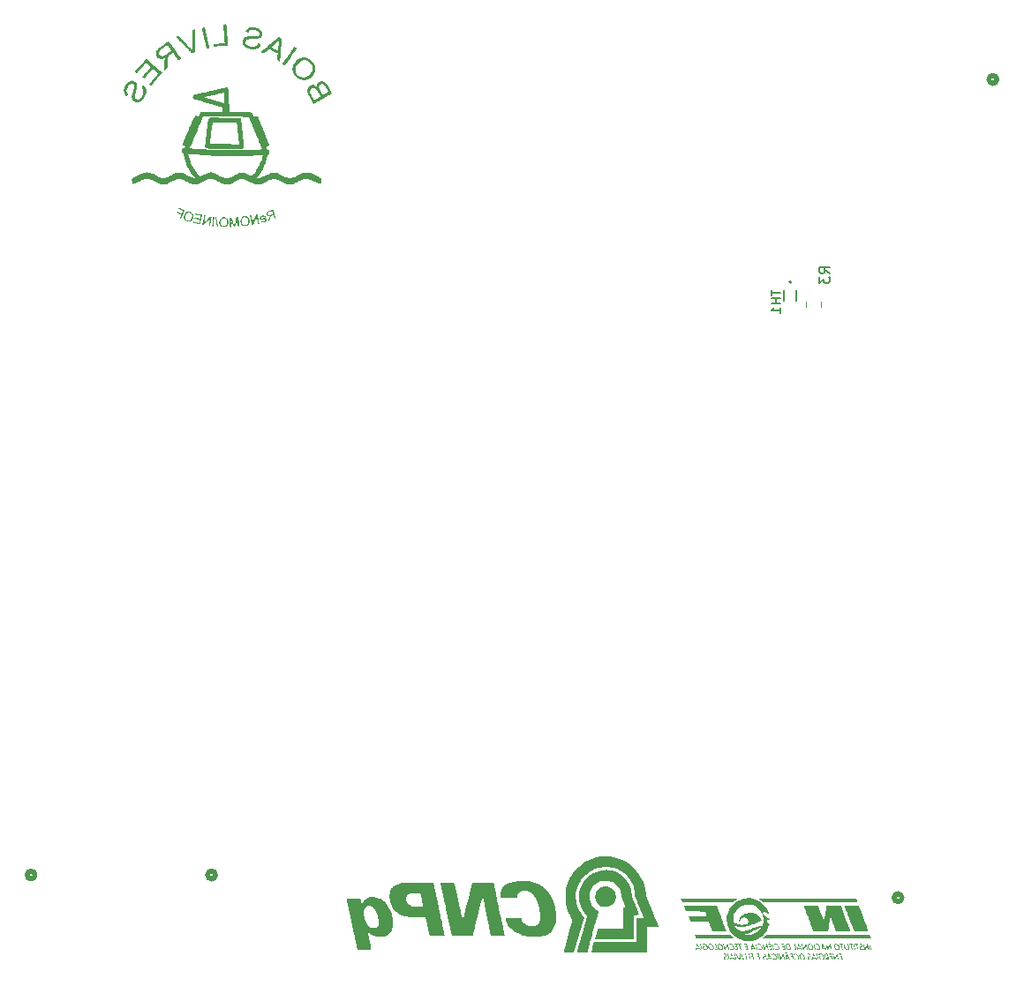
<source format=gbr>
%TF.GenerationSoftware,KiCad,Pcbnew,7.0.6-0*%
%TF.CreationDate,2024-04-24T17:51:10-03:00*%
%TF.ProjectId,Buoy,42756f79-2e6b-4696-9361-645f70636258,rev?*%
%TF.SameCoordinates,Original*%
%TF.FileFunction,Legend,Bot*%
%TF.FilePolarity,Positive*%
%FSLAX46Y46*%
G04 Gerber Fmt 4.6, Leading zero omitted, Abs format (unit mm)*
G04 Created by KiCad (PCBNEW 7.0.6-0) date 2024-04-24 17:51:10*
%MOMM*%
%LPD*%
G01*
G04 APERTURE LIST*
%ADD10C,0.150000*%
%ADD11C,0.508000*%
%ADD12C,0.127000*%
%ADD13C,0.200000*%
%ADD14C,0.120000*%
G04 APERTURE END LIST*
D10*
X191695676Y-73021627D02*
X191695676Y-73535913D01*
X192595676Y-73278770D02*
X191695676Y-73278770D01*
X192595676Y-73835912D02*
X191695676Y-73835912D01*
X192124247Y-73835912D02*
X192124247Y-74350198D01*
X192595676Y-74350198D02*
X191695676Y-74350198D01*
X192595676Y-75250198D02*
X192595676Y-74735912D01*
X192595676Y-74993055D02*
X191695676Y-74993055D01*
X191695676Y-74993055D02*
X191824247Y-74907341D01*
X191824247Y-74907341D02*
X191909961Y-74821626D01*
X191909961Y-74821626D02*
X191952819Y-74735912D01*
X197314819Y-71413333D02*
X196838628Y-71080000D01*
X197314819Y-70841905D02*
X196314819Y-70841905D01*
X196314819Y-70841905D02*
X196314819Y-71222857D01*
X196314819Y-71222857D02*
X196362438Y-71318095D01*
X196362438Y-71318095D02*
X196410057Y-71365714D01*
X196410057Y-71365714D02*
X196505295Y-71413333D01*
X196505295Y-71413333D02*
X196648152Y-71413333D01*
X196648152Y-71413333D02*
X196743390Y-71365714D01*
X196743390Y-71365714D02*
X196791009Y-71318095D01*
X196791009Y-71318095D02*
X196838628Y-71222857D01*
X196838628Y-71222857D02*
X196838628Y-70841905D01*
X196314819Y-71746667D02*
X196314819Y-72365714D01*
X196314819Y-72365714D02*
X196695771Y-72032381D01*
X196695771Y-72032381D02*
X196695771Y-72175238D01*
X196695771Y-72175238D02*
X196743390Y-72270476D01*
X196743390Y-72270476D02*
X196791009Y-72318095D01*
X196791009Y-72318095D02*
X196886247Y-72365714D01*
X196886247Y-72365714D02*
X197124342Y-72365714D01*
X197124342Y-72365714D02*
X197219580Y-72318095D01*
X197219580Y-72318095D02*
X197267200Y-72270476D01*
X197267200Y-72270476D02*
X197314819Y-72175238D01*
X197314819Y-72175238D02*
X197314819Y-71889524D01*
X197314819Y-71889524D02*
X197267200Y-71794286D01*
X197267200Y-71794286D02*
X197219580Y-71746667D01*
D11*
%TO.C,J7*%
X121082400Y-129185000D02*
G75*
G03*
X121082400Y-129185000I-381000J0D01*
G01*
%TO.C,J14*%
X213336000Y-52818600D02*
G75*
G03*
X213336000Y-52818600I-381000J0D01*
G01*
%TO.C,J8*%
X204232400Y-131365000D02*
G75*
G03*
X204232400Y-131365000I-381000J0D01*
G01*
%TO.C,J11*%
X138401693Y-129185707D02*
G75*
G03*
X138401693Y-129185707I-381000J0D01*
G01*
%TO.C,G\u002A\u002A\u002A*%
G36*
X201215920Y-135100348D02*
G01*
X201285126Y-135285014D01*
X196039881Y-135285014D01*
X190794636Y-135285014D01*
X190920346Y-135183886D01*
X190940642Y-135167281D01*
X191008309Y-135108713D01*
X191072337Y-135049147D01*
X191121163Y-134999219D01*
X191196271Y-134915682D01*
X196171492Y-134915682D01*
X201146713Y-134915682D01*
X201215920Y-135100348D01*
G37*
G36*
X187883938Y-135006118D02*
G01*
X187888927Y-135011480D01*
X187946485Y-135069386D01*
X188015251Y-135133559D01*
X188081421Y-135191067D01*
X188194965Y-135285014D01*
X186333283Y-135285014D01*
X184471601Y-135285014D01*
X184404273Y-135104545D01*
X184336946Y-134924076D01*
X186068472Y-134919596D01*
X187799998Y-134915115D01*
X187883938Y-135006118D01*
G37*
G36*
X193223010Y-136618791D02*
G01*
X193261577Y-136638334D01*
X193280397Y-136660912D01*
X193269514Y-136684523D01*
X193260404Y-136688834D01*
X193231741Y-136685162D01*
X193224906Y-136682340D01*
X193154117Y-136665551D01*
X193097370Y-136677972D01*
X193063912Y-136688957D01*
X193035007Y-136676084D01*
X193023092Y-136664587D01*
X193021959Y-136648011D01*
X193046334Y-136624555D01*
X193084406Y-136602843D01*
X193146334Y-136596922D01*
X193223010Y-136618791D01*
G37*
G36*
X191532904Y-135645723D02*
G01*
X191566467Y-135656448D01*
X191610433Y-135678733D01*
X191638710Y-135703095D01*
X191643054Y-135723698D01*
X191629092Y-135731976D01*
X191596352Y-135729416D01*
X191535495Y-135717634D01*
X191449432Y-135728313D01*
X191449176Y-135728385D01*
X191412988Y-135732147D01*
X191395449Y-135714485D01*
X191394114Y-135704722D01*
X191409623Y-135679079D01*
X191444643Y-135657338D01*
X191489096Y-135644539D01*
X191532904Y-135645723D01*
G37*
G36*
X201124131Y-135794030D02*
G01*
X201132448Y-135808766D01*
X201148697Y-135851564D01*
X201169119Y-135914706D01*
X201191952Y-135991641D01*
X201215430Y-136075816D01*
X201237791Y-136160680D01*
X201257271Y-136239681D01*
X201272105Y-136306265D01*
X201280531Y-136353883D01*
X201280784Y-136375980D01*
X201267205Y-136387431D01*
X201244236Y-136378449D01*
X201220203Y-136343502D01*
X201198767Y-136286580D01*
X201158518Y-136142627D01*
X201125027Y-136016599D01*
X201101518Y-135918984D01*
X201087716Y-135847980D01*
X201083350Y-135801785D01*
X201088146Y-135778597D01*
X201101831Y-135776613D01*
X201124131Y-135794030D01*
G37*
G36*
X192292692Y-136740788D02*
G01*
X192297668Y-136750479D01*
X192311282Y-136788115D01*
X192330375Y-136847422D01*
X192353056Y-136921829D01*
X192377435Y-137004766D01*
X192401621Y-137089663D01*
X192423724Y-137169949D01*
X192441852Y-137239053D01*
X192454116Y-137290406D01*
X192458624Y-137317437D01*
X192452593Y-137329297D01*
X192429460Y-137333160D01*
X192402182Y-137323753D01*
X192385131Y-137303752D01*
X192376167Y-137273020D01*
X192328854Y-137105231D01*
X192293415Y-136968499D01*
X192269803Y-136862541D01*
X192257970Y-136787073D01*
X192257872Y-136741814D01*
X192269462Y-136726479D01*
X192292692Y-136740788D01*
G37*
G36*
X195792340Y-135789753D02*
G01*
X195798289Y-135798694D01*
X195813556Y-135836590D01*
X195833174Y-135896733D01*
X195855374Y-135972328D01*
X195878384Y-136056582D01*
X195900433Y-136142703D01*
X195919751Y-136223895D01*
X195934565Y-136293366D01*
X195943106Y-136344323D01*
X195943601Y-136369971D01*
X195931122Y-136387922D01*
X195915544Y-136381468D01*
X195896347Y-136348475D01*
X195872807Y-136287342D01*
X195844201Y-136196471D01*
X195809805Y-136074261D01*
X195790365Y-136001262D01*
X195767101Y-135907519D01*
X195753575Y-135841893D01*
X195749333Y-135802043D01*
X195753924Y-135785631D01*
X195764012Y-135782103D01*
X195792340Y-135789753D01*
G37*
G36*
X199602002Y-135792717D02*
G01*
X199616323Y-135799869D01*
X199629502Y-135816378D01*
X199643437Y-135846877D01*
X199660031Y-135895999D01*
X199681183Y-135968374D01*
X199708794Y-136068636D01*
X199726375Y-136135171D01*
X199747320Y-136220507D01*
X199762862Y-136291457D01*
X199771723Y-136342055D01*
X199772623Y-136366337D01*
X199761666Y-136385444D01*
X199745619Y-136386400D01*
X199726509Y-136360022D01*
X199703636Y-136304877D01*
X199676302Y-136219535D01*
X199643807Y-136102563D01*
X199626191Y-136036336D01*
X199603345Y-135951275D01*
X199584198Y-135880951D01*
X199570363Y-135831274D01*
X199563455Y-135808157D01*
X199565927Y-135792861D01*
X199595049Y-135791369D01*
X199602002Y-135792717D01*
G37*
G36*
X187539632Y-136741730D02*
G01*
X187558647Y-136774569D01*
X187580632Y-136832163D01*
X187606813Y-136917231D01*
X187638418Y-137032492D01*
X187653521Y-137090049D01*
X187675011Y-137173771D01*
X187692176Y-137242918D01*
X187703549Y-137291540D01*
X187707665Y-137313689D01*
X187706643Y-137320717D01*
X187690553Y-137332624D01*
X187665000Y-137326295D01*
X187643105Y-137303752D01*
X187638510Y-137292316D01*
X187624942Y-137250555D01*
X187605805Y-137186271D01*
X187582954Y-137105765D01*
X187558242Y-137015334D01*
X187554027Y-136999549D01*
X187526226Y-136890154D01*
X187509111Y-136811102D01*
X187502447Y-136761149D01*
X187505998Y-136739055D01*
X187522361Y-136730930D01*
X187539632Y-136741730D01*
G37*
G36*
X191836832Y-135800442D02*
G01*
X191859979Y-135853866D01*
X191887604Y-135937983D01*
X191920299Y-136053993D01*
X191935720Y-136111554D01*
X191958794Y-136197473D01*
X191978267Y-136269729D01*
X191992449Y-136322063D01*
X191999654Y-136348218D01*
X192001021Y-136353464D01*
X191997768Y-136372412D01*
X191969929Y-136373400D01*
X191964254Y-136372299D01*
X191950122Y-136365179D01*
X191937007Y-136348480D01*
X191923066Y-136317606D01*
X191906455Y-136267960D01*
X191885330Y-136194947D01*
X191857850Y-136093972D01*
X191839903Y-136025307D01*
X191819109Y-135940158D01*
X191803593Y-135869680D01*
X191794625Y-135819756D01*
X191793478Y-135796271D01*
X191801611Y-135780862D01*
X191817573Y-135776507D01*
X191836832Y-135800442D01*
G37*
G36*
X190238088Y-135798833D02*
G01*
X190258508Y-135828229D01*
X190264883Y-135846019D01*
X190283279Y-135904969D01*
X190304021Y-135979465D01*
X190325486Y-136062666D01*
X190346054Y-136147729D01*
X190364100Y-136227814D01*
X190378005Y-136296078D01*
X190386146Y-136345681D01*
X190386900Y-136369781D01*
X190384538Y-136375658D01*
X190372207Y-136389719D01*
X190351917Y-136375007D01*
X190350921Y-136373821D01*
X190338686Y-136347466D01*
X190320519Y-136296244D01*
X190298385Y-136227020D01*
X190274249Y-136146657D01*
X190250080Y-136062021D01*
X190227842Y-135979976D01*
X190209502Y-135907385D01*
X190197026Y-135851115D01*
X190192380Y-135818028D01*
X190195546Y-135801496D01*
X190213513Y-135789368D01*
X190238088Y-135798833D01*
G37*
G36*
X188236993Y-136746382D02*
G01*
X188241953Y-136759503D01*
X188254684Y-136800429D01*
X188272785Y-136862156D01*
X188294423Y-136938064D01*
X188317765Y-137021532D01*
X188340978Y-137105938D01*
X188362231Y-137184663D01*
X188379691Y-137251086D01*
X188391525Y-137298585D01*
X188395901Y-137320540D01*
X188390251Y-137327656D01*
X188363693Y-137333130D01*
X188337044Y-137321581D01*
X188314202Y-137278570D01*
X188310999Y-137268250D01*
X188294444Y-137211685D01*
X188274263Y-137139065D01*
X188252256Y-137057304D01*
X188230218Y-136973321D01*
X188209949Y-136894030D01*
X188193245Y-136826349D01*
X188181905Y-136777194D01*
X188177725Y-136753481D01*
X188188820Y-136733576D01*
X188213971Y-136730113D01*
X188236993Y-136746382D01*
G37*
G36*
X184912383Y-135792595D02*
G01*
X184926676Y-135799611D01*
X184939880Y-135816067D01*
X184953875Y-135846579D01*
X184970545Y-135895766D01*
X184991771Y-135968245D01*
X185019435Y-136068636D01*
X185036326Y-136132656D01*
X185057487Y-136219624D01*
X185072972Y-136292035D01*
X185081556Y-136343993D01*
X185082012Y-136369600D01*
X185073964Y-136384210D01*
X185058302Y-136386090D01*
X185039034Y-136359658D01*
X185015599Y-136303726D01*
X184987437Y-136217106D01*
X184953987Y-136098612D01*
X184941497Y-136052276D01*
X184918483Y-135967308D01*
X184898867Y-135895413D01*
X184884414Y-135843045D01*
X184876887Y-135816655D01*
X184875161Y-135810433D01*
X184878438Y-135792229D01*
X184906486Y-135791473D01*
X184912383Y-135792595D01*
G37*
G36*
X196104077Y-136741333D02*
G01*
X196109292Y-136751796D01*
X196122922Y-136790165D01*
X196141954Y-136850021D01*
X196164520Y-136924815D01*
X196188750Y-137007998D01*
X196212774Y-137093022D01*
X196234722Y-137173337D01*
X196252726Y-137242394D01*
X196264916Y-137293644D01*
X196269422Y-137320540D01*
X196263710Y-137327672D01*
X196237079Y-137333130D01*
X196234390Y-137333113D01*
X196223256Y-137331622D01*
X196213369Y-137324933D01*
X196203327Y-137309152D01*
X196191723Y-137280383D01*
X196177153Y-137234733D01*
X196158213Y-137168307D01*
X196133496Y-137077210D01*
X196101599Y-136957549D01*
X196079763Y-136871330D01*
X196065538Y-136802967D01*
X196061355Y-136760296D01*
X196066704Y-136740146D01*
X196080154Y-136731315D01*
X196104077Y-136741333D01*
G37*
G36*
X188448091Y-131494129D02*
G01*
X188422427Y-131507967D01*
X188339900Y-131556813D01*
X188252020Y-131613750D01*
X188173926Y-131669114D01*
X188035028Y-131773781D01*
X185598866Y-131775068D01*
X183162704Y-131776356D01*
X183101675Y-131614947D01*
X183083592Y-131566450D01*
X183061431Y-131504798D01*
X183046267Y-131459754D01*
X183040646Y-131438675D01*
X183044569Y-131437822D01*
X183076865Y-131436116D01*
X183140534Y-131434487D01*
X183234093Y-131432942D01*
X183356062Y-131431490D01*
X183504955Y-131430138D01*
X183679292Y-131428895D01*
X183877588Y-131427769D01*
X184098362Y-131426766D01*
X184340131Y-131425897D01*
X184601412Y-131425167D01*
X184880722Y-131424586D01*
X185176579Y-131424161D01*
X185487500Y-131423900D01*
X185812002Y-131423811D01*
X188583359Y-131423811D01*
X188448091Y-131494129D01*
G37*
G36*
X199912424Y-131587524D02*
G01*
X199930161Y-131637103D01*
X199952387Y-131699811D01*
X199968478Y-131745929D01*
X199975801Y-131767962D01*
X199972901Y-131768830D01*
X199942157Y-131770724D01*
X199877873Y-131772464D01*
X199780073Y-131774048D01*
X199648782Y-131775477D01*
X199484025Y-131776751D01*
X199285826Y-131777869D01*
X199054209Y-131778832D01*
X198789199Y-131779639D01*
X198490821Y-131780291D01*
X198159099Y-131780787D01*
X197794058Y-131781127D01*
X197395722Y-131781312D01*
X196964115Y-131781341D01*
X196499263Y-131781214D01*
X196001190Y-131780930D01*
X195469921Y-131780491D01*
X190959420Y-131776233D01*
X190890615Y-131720585D01*
X190848064Y-131687103D01*
X190705954Y-131587756D01*
X190542259Y-131491525D01*
X190418901Y-131424283D01*
X195136284Y-131424079D01*
X199853667Y-131423874D01*
X199912424Y-131587524D01*
G37*
G36*
X189578007Y-136746276D02*
G01*
X189579509Y-136748242D01*
X189592018Y-136776371D01*
X189610416Y-136828956D01*
X189632737Y-136899152D01*
X189657015Y-136980114D01*
X189681287Y-137065000D01*
X189703586Y-137146965D01*
X189721947Y-137219166D01*
X189734405Y-137274757D01*
X189738994Y-137306897D01*
X189738971Y-137308296D01*
X189733712Y-137321676D01*
X189714687Y-137328927D01*
X189675329Y-137331199D01*
X189609070Y-137329640D01*
X189546879Y-137326324D01*
X189504010Y-137320498D01*
X189481819Y-137310747D01*
X189473536Y-137295358D01*
X189472675Y-137286212D01*
X189480674Y-137273381D01*
X189507899Y-137267432D01*
X189561491Y-137265979D01*
X189600625Y-137264816D01*
X189639739Y-137260243D01*
X189654768Y-137253388D01*
X189653728Y-137247580D01*
X189645720Y-137214389D01*
X189631102Y-137157669D01*
X189611432Y-137083400D01*
X189588263Y-136997567D01*
X189569470Y-136926331D01*
X189547797Y-136832978D01*
X189537858Y-136769356D01*
X189539609Y-136734406D01*
X189553006Y-136727066D01*
X189578007Y-136746276D01*
G37*
G36*
X193955993Y-135791679D02*
G01*
X193958203Y-135792050D01*
X193972522Y-135798301D01*
X193985794Y-135814165D01*
X193999847Y-135844237D01*
X194016507Y-135893112D01*
X194037602Y-135965384D01*
X194064959Y-136065649D01*
X194081914Y-136129374D01*
X194103875Y-136213907D01*
X194121400Y-136283788D01*
X194133017Y-136333104D01*
X194137252Y-136355945D01*
X194135693Y-136361524D01*
X194118070Y-136370320D01*
X194076906Y-136373845D01*
X194007302Y-136372733D01*
X193959552Y-136370372D01*
X193909959Y-136364933D01*
X193884427Y-136356136D01*
X193877196Y-136342648D01*
X193882593Y-136329861D01*
X193909961Y-136318499D01*
X193965332Y-136312392D01*
X193999450Y-136310123D01*
X194038332Y-136306474D01*
X194053468Y-136303432D01*
X194052212Y-136298034D01*
X194043929Y-136266127D01*
X194029183Y-136210539D01*
X194009478Y-136136925D01*
X193986317Y-136050938D01*
X193973556Y-136003547D01*
X193952027Y-135922860D01*
X193934779Y-135857243D01*
X193923321Y-135812471D01*
X193919166Y-135794322D01*
X193927130Y-135790523D01*
X193955993Y-135791679D01*
G37*
G36*
X186371265Y-135792152D02*
G01*
X186386128Y-135798317D01*
X186399479Y-135813382D01*
X186413265Y-135842078D01*
X186429433Y-135889135D01*
X186449932Y-135959284D01*
X186476710Y-136057255D01*
X186491382Y-136112279D01*
X186513531Y-136197711D01*
X186531387Y-136269580D01*
X186543410Y-136321616D01*
X186548058Y-136347551D01*
X186548060Y-136352490D01*
X186542710Y-136365605D01*
X186523902Y-136372480D01*
X186484958Y-136374421D01*
X186419199Y-136372733D01*
X186371448Y-136370372D01*
X186321856Y-136364933D01*
X186296324Y-136356136D01*
X186289093Y-136342648D01*
X186294490Y-136329861D01*
X186321857Y-136318499D01*
X186377229Y-136312392D01*
X186411330Y-136309877D01*
X186450224Y-136305080D01*
X186465365Y-136300271D01*
X186463468Y-136291670D01*
X186454539Y-136256338D01*
X186439952Y-136200234D01*
X186421553Y-136130308D01*
X186401186Y-136053511D01*
X186380698Y-135976796D01*
X186361934Y-135907114D01*
X186346740Y-135851417D01*
X186336961Y-135816655D01*
X186335358Y-135810537D01*
X186338982Y-135792270D01*
X186367268Y-135791473D01*
X186371265Y-135792152D01*
G37*
G36*
X199873309Y-135792265D02*
G01*
X199920713Y-135793719D01*
X199987389Y-135797284D01*
X200028516Y-135802646D01*
X200049344Y-135810672D01*
X200055121Y-135822225D01*
X200055114Y-135822755D01*
X200039234Y-135842629D01*
X199992166Y-135852617D01*
X199980834Y-135853709D01*
X199944048Y-135859956D01*
X199929212Y-135867229D01*
X199932945Y-135884978D01*
X199943748Y-135928545D01*
X199959745Y-135990654D01*
X199979046Y-136064206D01*
X199999764Y-136142102D01*
X200020009Y-136217244D01*
X200037893Y-136282533D01*
X200051528Y-136330872D01*
X200059024Y-136355161D01*
X200059186Y-136355587D01*
X200056927Y-136372515D01*
X200028105Y-136373504D01*
X200025094Y-136373024D01*
X200009623Y-136367341D01*
X199995988Y-136353218D01*
X199982148Y-136325839D01*
X199966065Y-136280388D01*
X199945698Y-136212051D01*
X199919006Y-136116012D01*
X199850042Y-135864195D01*
X199776459Y-135855801D01*
X199753543Y-135852560D01*
X199712874Y-135839421D01*
X199697186Y-135817446D01*
X199696641Y-135814106D01*
X199698450Y-135802094D01*
X199711427Y-135794704D01*
X199741166Y-135791135D01*
X199793262Y-135790589D01*
X199873309Y-135792265D01*
G37*
G36*
X189831620Y-136731802D02*
G01*
X189881664Y-136738875D01*
X189912982Y-136750204D01*
X189920808Y-136761540D01*
X189937839Y-136801034D01*
X189959514Y-136861642D01*
X189983906Y-136936749D01*
X190009088Y-137019741D01*
X190033132Y-137104003D01*
X190054113Y-137182921D01*
X190070103Y-137249881D01*
X190079175Y-137298268D01*
X190079403Y-137321469D01*
X190072070Y-137327397D01*
X190044132Y-137329696D01*
X190028573Y-137317978D01*
X190006489Y-137274603D01*
X189982447Y-137198660D01*
X189948251Y-137072919D01*
X189856580Y-137067712D01*
X189836248Y-137066173D01*
X189777913Y-137055003D01*
X189748245Y-137036137D01*
X189749486Y-137010766D01*
X189757736Y-137006080D01*
X189792076Y-136999825D01*
X189842046Y-136997374D01*
X189926328Y-136997374D01*
X189914461Y-136942813D01*
X189904053Y-136897257D01*
X189888646Y-136850103D01*
X189867956Y-136824810D01*
X189835161Y-136814604D01*
X189783435Y-136812707D01*
X189736685Y-136809799D01*
X189686195Y-136796431D01*
X189660142Y-136774441D01*
X189662994Y-136746291D01*
X189678064Y-136737818D01*
X189718926Y-136731103D01*
X189773743Y-136729155D01*
X189831620Y-136731802D01*
G37*
G36*
X188642045Y-135792265D02*
G01*
X188714019Y-135794626D01*
X188770974Y-135798362D01*
X188805267Y-135804195D01*
X188822753Y-135813192D01*
X188829286Y-135826422D01*
X188828465Y-135843201D01*
X188810382Y-135853242D01*
X188766530Y-135855801D01*
X188750440Y-135855993D01*
X188713076Y-135858387D01*
X188698148Y-135862641D01*
X188699382Y-135868513D01*
X188707643Y-135901290D01*
X188722390Y-135957640D01*
X188742111Y-136031820D01*
X188765299Y-136118090D01*
X188778141Y-136165743D01*
X188799640Y-136246067D01*
X188816863Y-136311132D01*
X188828302Y-136355224D01*
X188832451Y-136372628D01*
X188824050Y-136375153D01*
X188794678Y-136373194D01*
X188793632Y-136373037D01*
X188778630Y-136367584D01*
X188765260Y-136353290D01*
X188751608Y-136325397D01*
X188735761Y-136279150D01*
X188715804Y-136209792D01*
X188689825Y-136112567D01*
X188622746Y-135857303D01*
X188547280Y-135852355D01*
X188514805Y-135849067D01*
X188479571Y-135837981D01*
X188466123Y-135817446D01*
X188465584Y-135814150D01*
X188467367Y-135802117D01*
X188480308Y-135794714D01*
X188510004Y-135791138D01*
X188562050Y-135790589D01*
X188642045Y-135792265D01*
G37*
G36*
X198395780Y-135792265D02*
G01*
X198467754Y-135794626D01*
X198524709Y-135798362D01*
X198559002Y-135804195D01*
X198576487Y-135813192D01*
X198583020Y-135826422D01*
X198581990Y-135843552D01*
X198563458Y-135853318D01*
X198519133Y-135855801D01*
X198476940Y-135857775D01*
X198457965Y-135866386D01*
X198458093Y-135885179D01*
X198458179Y-135885480D01*
X198465723Y-135913231D01*
X198479689Y-135965861D01*
X198498114Y-136035935D01*
X198519033Y-136116012D01*
X198519486Y-136117748D01*
X198540425Y-136197864D01*
X198558880Y-136267981D01*
X198572869Y-136320599D01*
X198580410Y-136348218D01*
X198581825Y-136353613D01*
X198578549Y-136372447D01*
X198550663Y-136373400D01*
X198548547Y-136373062D01*
X198533463Y-136367376D01*
X198520064Y-136352964D01*
X198506405Y-136325053D01*
X198490540Y-136278867D01*
X198470524Y-136209632D01*
X198444413Y-136112573D01*
X198376820Y-135857317D01*
X198301184Y-135852362D01*
X198268429Y-135849042D01*
X198233273Y-135837956D01*
X198219857Y-135817446D01*
X198219318Y-135814150D01*
X198221102Y-135802117D01*
X198234043Y-135794714D01*
X198263738Y-135791138D01*
X198315785Y-135790589D01*
X198395780Y-135792265D01*
G37*
G36*
X194117154Y-136754838D02*
G01*
X194196290Y-136802295D01*
X194263647Y-136870548D01*
X194314921Y-136954997D01*
X194345805Y-137051043D01*
X194351993Y-137154083D01*
X194350385Y-137173996D01*
X194342074Y-137228354D01*
X194326414Y-137264304D01*
X194298898Y-137293693D01*
X194279647Y-137308338D01*
X194233369Y-137327676D01*
X194169508Y-137333130D01*
X194167216Y-137333124D01*
X194095761Y-137326809D01*
X194033280Y-137310634D01*
X193985910Y-137287560D01*
X193959785Y-137260546D01*
X193961043Y-137232553D01*
X193962148Y-137231107D01*
X193986870Y-137227544D01*
X194033382Y-137242267D01*
X194095718Y-137262543D01*
X194171266Y-137266593D01*
X194229467Y-137244098D01*
X194267349Y-137197565D01*
X194281943Y-137129501D01*
X194270276Y-137042411D01*
X194268477Y-137035926D01*
X194232432Y-136948001D01*
X194182065Y-136877510D01*
X194122092Y-136827422D01*
X194057226Y-136800704D01*
X193992183Y-136800326D01*
X193931679Y-136829254D01*
X193907650Y-136846639D01*
X193886338Y-136852224D01*
X193868341Y-136837333D01*
X193859973Y-136814493D01*
X193873401Y-136782540D01*
X193908982Y-136754245D01*
X193960767Y-136736124D01*
X194030547Y-136732777D01*
X194117154Y-136754838D01*
G37*
G36*
X191969468Y-136742357D02*
G01*
X192046265Y-136777800D01*
X192115052Y-136832792D01*
X192172777Y-136902217D01*
X192216389Y-136980954D01*
X192242840Y-137063886D01*
X192249077Y-137145893D01*
X192232051Y-137221856D01*
X192188712Y-137286656D01*
X192156760Y-137313572D01*
X192116922Y-137329167D01*
X192059512Y-137333130D01*
X192030611Y-137332385D01*
X191949985Y-137321121D01*
X191888864Y-137298009D01*
X191853862Y-137265232D01*
X191847990Y-137251918D01*
X191849977Y-137228008D01*
X191875311Y-137223578D01*
X191920086Y-137240111D01*
X191969938Y-137257754D01*
X192032975Y-137265162D01*
X192090564Y-137259109D01*
X192130037Y-137239623D01*
X192158544Y-137195670D01*
X192170833Y-137129737D01*
X192162300Y-137055630D01*
X192136123Y-136980021D01*
X192095482Y-136909580D01*
X192043558Y-136850980D01*
X191983529Y-136810890D01*
X191918576Y-136795982D01*
X191918079Y-136795983D01*
X191871603Y-136804642D01*
X191822775Y-136825187D01*
X191801789Y-136836394D01*
X191771783Y-136844575D01*
X191750719Y-136833395D01*
X191748217Y-136830585D01*
X191744562Y-136804147D01*
X191766160Y-136775442D01*
X191806636Y-136750262D01*
X191859617Y-136734403D01*
X191887709Y-136731585D01*
X191969468Y-136742357D01*
G37*
G36*
X200210944Y-132393309D02*
G01*
X200215108Y-132404519D01*
X200325762Y-132702474D01*
X200430188Y-132983759D01*
X200527929Y-133247141D01*
X200618528Y-133491387D01*
X200701529Y-133715264D01*
X200776475Y-133917539D01*
X200842910Y-134096978D01*
X200900377Y-134252348D01*
X200948419Y-134382416D01*
X200986580Y-134485949D01*
X201014403Y-134561712D01*
X201031432Y-134608474D01*
X201037209Y-134625001D01*
X201033558Y-134625544D01*
X201002773Y-134626643D01*
X200943553Y-134627646D01*
X200859392Y-134628526D01*
X200753786Y-134629257D01*
X200630232Y-134629812D01*
X200492225Y-134630165D01*
X200343261Y-134630288D01*
X199649313Y-134630288D01*
X199193294Y-133406610D01*
X199175790Y-133359632D01*
X199104515Y-133168185D01*
X199036956Y-132986469D01*
X198974003Y-132816898D01*
X198916550Y-132661885D01*
X198865489Y-132523844D01*
X198821711Y-132405189D01*
X198786108Y-132308334D01*
X198759574Y-132235692D01*
X198742999Y-132189677D01*
X198737275Y-132172704D01*
X198740928Y-132171655D01*
X198771716Y-132169529D01*
X198830939Y-132167588D01*
X198915102Y-132165885D01*
X199020709Y-132164471D01*
X199144265Y-132163397D01*
X199282273Y-132162715D01*
X199431239Y-132162476D01*
X200125202Y-132162476D01*
X200210944Y-132393309D01*
G37*
G36*
X199417613Y-135789804D02*
G01*
X199471632Y-135793670D01*
X199502381Y-135800910D01*
X199514957Y-135812190D01*
X199517674Y-135837952D01*
X199496977Y-135851830D01*
X199447961Y-135855801D01*
X199444505Y-135855834D01*
X199406898Y-135861887D01*
X199392001Y-135875753D01*
X199392365Y-135879325D01*
X199398737Y-135910311D01*
X199411828Y-135965287D01*
X199430049Y-136037731D01*
X199451810Y-136121118D01*
X199458328Y-136146023D01*
X199478294Y-136227252D01*
X199493268Y-136295979D01*
X199501892Y-136345594D01*
X199502809Y-136369488D01*
X199501412Y-136372148D01*
X199481198Y-136382000D01*
X199455220Y-136379724D01*
X199442365Y-136366314D01*
X199439245Y-136352560D01*
X199428917Y-136312232D01*
X199413076Y-136252195D01*
X199393499Y-136179247D01*
X199377899Y-136121485D01*
X199356383Y-136041627D01*
X199338051Y-135973382D01*
X199325700Y-135927149D01*
X199319142Y-135903460D01*
X199305122Y-135870957D01*
X199283035Y-135858083D01*
X199242319Y-135855801D01*
X199208626Y-135852541D01*
X199169549Y-135839138D01*
X199147855Y-135819880D01*
X199151521Y-135799696D01*
X199162480Y-135796432D01*
X199201620Y-135792416D01*
X199261423Y-135789668D01*
X199334246Y-135788649D01*
X199335228Y-135788649D01*
X199417613Y-135789804D01*
G37*
G36*
X196135588Y-135791176D02*
G01*
X196204554Y-135814991D01*
X196259562Y-135854445D01*
X196320860Y-135923662D01*
X196372185Y-136007539D01*
X196407446Y-136095833D01*
X196420554Y-136178299D01*
X196416066Y-136217796D01*
X196399913Y-136273554D01*
X196376936Y-136322628D01*
X196352384Y-136351671D01*
X196322924Y-136364058D01*
X196279322Y-136376287D01*
X196258409Y-136379867D01*
X196194609Y-136381089D01*
X196130055Y-136371245D01*
X196073324Y-136352828D01*
X196032995Y-136328332D01*
X196017646Y-136300247D01*
X196020094Y-136284271D01*
X196033125Y-136277135D01*
X196063610Y-136282594D01*
X196118373Y-136300678D01*
X196167609Y-136316302D01*
X196219375Y-136323949D01*
X196258678Y-136313698D01*
X196295408Y-136284654D01*
X196319336Y-136251771D01*
X196336676Y-136184275D01*
X196327953Y-136102404D01*
X196293200Y-136010302D01*
X196248556Y-135938948D01*
X196189039Y-135880637D01*
X196124489Y-135848678D01*
X196059320Y-135845137D01*
X195997951Y-135872083D01*
X195963766Y-135894835D01*
X195941640Y-135898845D01*
X195921734Y-135884599D01*
X195909639Y-135870422D01*
X195908867Y-135851277D01*
X195931908Y-135824024D01*
X195938793Y-135817866D01*
X195991514Y-135792984D01*
X196060844Y-135783964D01*
X196135588Y-135791176D01*
G37*
G36*
X190531521Y-135785626D02*
G01*
X190612831Y-135801345D01*
X190683322Y-135840470D01*
X190752062Y-135907681D01*
X190813438Y-135997518D01*
X190850900Y-136095517D01*
X190860334Y-136192495D01*
X190840310Y-136282380D01*
X190836254Y-136291848D01*
X190811410Y-136334978D01*
X190777606Y-136359856D01*
X190722548Y-136376287D01*
X190701635Y-136379867D01*
X190637835Y-136381089D01*
X190573280Y-136371245D01*
X190516549Y-136352828D01*
X190476220Y-136328332D01*
X190460871Y-136300247D01*
X190463320Y-136284271D01*
X190476351Y-136277135D01*
X190506836Y-136282594D01*
X190561598Y-136300678D01*
X190610834Y-136316302D01*
X190662601Y-136323949D01*
X190701904Y-136313698D01*
X190738633Y-136284654D01*
X190750913Y-136271196D01*
X190773519Y-136228351D01*
X190779840Y-136169056D01*
X190779718Y-136162499D01*
X190766013Y-136087890D01*
X190734034Y-136007779D01*
X190690123Y-135935189D01*
X190640620Y-135883143D01*
X190606644Y-135864111D01*
X190542837Y-135849176D01*
X190479467Y-135853986D01*
X190429694Y-135878812D01*
X190395842Y-135898490D01*
X190370016Y-135890738D01*
X190360144Y-135855401D01*
X190362273Y-135841456D01*
X190388395Y-135810190D01*
X190440597Y-135790634D01*
X190514255Y-135784903D01*
X190531521Y-135785626D01*
G37*
G36*
X187086147Y-136176703D02*
G01*
X187085093Y-136208447D01*
X187067376Y-136287291D01*
X187027198Y-136341986D01*
X186963747Y-136373835D01*
X186898583Y-136383332D01*
X186810448Y-136370393D01*
X186728507Y-136330885D01*
X186657111Y-136268859D01*
X186600607Y-136188364D01*
X186563345Y-136093451D01*
X186554326Y-136024002D01*
X186626716Y-136024002D01*
X186646896Y-136106993D01*
X186689526Y-136197243D01*
X186694077Y-136204734D01*
X186739819Y-136261285D01*
X186790496Y-136298494D01*
X186851920Y-136320606D01*
X186917168Y-136322171D01*
X186967330Y-136293832D01*
X187002192Y-136235652D01*
X187012769Y-136164633D01*
X186999242Y-136084445D01*
X186965800Y-136004386D01*
X186916990Y-135932805D01*
X186857358Y-135878054D01*
X186791448Y-135848483D01*
X186747297Y-135844019D01*
X186689276Y-135858279D01*
X186649066Y-135895676D01*
X186627826Y-135952240D01*
X186626716Y-136024002D01*
X186554326Y-136024002D01*
X186549673Y-135988170D01*
X186551075Y-135951691D01*
X186569462Y-135875120D01*
X186610191Y-135822241D01*
X186674583Y-135790966D01*
X186740670Y-135781953D01*
X186827287Y-135796235D01*
X186908241Y-135836698D01*
X186979067Y-135899160D01*
X187035302Y-135979436D01*
X187072483Y-136073345D01*
X187084551Y-136164633D01*
X187086147Y-136176703D01*
G37*
G36*
X188347647Y-136743335D02*
G01*
X188371370Y-136770091D01*
X188403959Y-136816376D01*
X188448033Y-136885385D01*
X188506208Y-136980316D01*
X188547967Y-137048191D01*
X188591136Y-137114780D01*
X188621316Y-137155695D01*
X188640191Y-137173157D01*
X188649443Y-137169388D01*
X188654232Y-137144892D01*
X188660374Y-137093247D01*
X188666709Y-137023241D01*
X188672434Y-136942779D01*
X188674854Y-136906197D01*
X188682470Y-136821838D01*
X188691862Y-136766927D01*
X188704119Y-136738398D01*
X188720330Y-136733185D01*
X188741585Y-136748223D01*
X188748135Y-136757002D01*
X188754122Y-136776187D01*
X188756333Y-136808053D01*
X188754739Y-136857766D01*
X188749312Y-136930495D01*
X188740024Y-137031405D01*
X188735239Y-137081515D01*
X188727235Y-137167246D01*
X188720816Y-137238461D01*
X188716546Y-137288861D01*
X188714985Y-137312146D01*
X188709470Y-137323910D01*
X188683231Y-137333130D01*
X188667194Y-137322630D01*
X188636770Y-137288160D01*
X188596504Y-137234664D01*
X188549648Y-137167302D01*
X188499451Y-137091232D01*
X188449161Y-137011611D01*
X188402030Y-136933598D01*
X188361305Y-136862352D01*
X188330238Y-136803031D01*
X188312078Y-136760792D01*
X188310073Y-136740795D01*
X188316335Y-136735625D01*
X188330175Y-136732912D01*
X188347647Y-136743335D01*
G37*
G36*
X187801658Y-135784995D02*
G01*
X187896369Y-135804241D01*
X187981299Y-135851005D01*
X188052289Y-135920209D01*
X188105180Y-136006778D01*
X188135814Y-136105635D01*
X188140033Y-136211703D01*
X188138166Y-136227666D01*
X188116681Y-136300196D01*
X188074169Y-136348427D01*
X188007674Y-136376030D01*
X188004770Y-136376692D01*
X187958944Y-136383930D01*
X187925907Y-136383971D01*
X187893298Y-136377297D01*
X187847906Y-136368132D01*
X187845160Y-136367545D01*
X187804098Y-136351482D01*
X187768469Y-136326734D01*
X187746725Y-136300657D01*
X187747321Y-136280608D01*
X187756471Y-136278400D01*
X187790514Y-136283349D01*
X187838152Y-136297582D01*
X187900181Y-136317610D01*
X187944572Y-136323895D01*
X187979606Y-136315177D01*
X188015976Y-136291066D01*
X188022133Y-136286089D01*
X188046325Y-136259392D01*
X188057372Y-136224705D01*
X188059841Y-136169354D01*
X188053582Y-136100396D01*
X188027316Y-136014082D01*
X187984438Y-135941927D01*
X187929166Y-135887754D01*
X187865717Y-135855386D01*
X187798309Y-135848647D01*
X187731158Y-135871361D01*
X187682659Y-135893988D01*
X187651056Y-135892959D01*
X187640514Y-135865806D01*
X187643350Y-135849358D01*
X187670734Y-135815840D01*
X187721895Y-135793132D01*
X187790287Y-135784775D01*
X187801658Y-135784995D01*
G37*
G36*
X195744487Y-136219831D02*
G01*
X195724981Y-136288934D01*
X195686147Y-136341930D01*
X195627968Y-136373158D01*
X195578664Y-136382008D01*
X195484232Y-136374930D01*
X195396335Y-136338103D01*
X195322147Y-136273858D01*
X195282741Y-136221535D01*
X195234132Y-136131437D01*
X195207985Y-136043413D01*
X195203681Y-135961760D01*
X195203936Y-135960690D01*
X195284343Y-135960690D01*
X195286237Y-136037620D01*
X195308769Y-136119922D01*
X195347502Y-136197889D01*
X195397999Y-136261817D01*
X195455826Y-136302000D01*
X195531045Y-136322628D01*
X195595367Y-136315379D01*
X195644116Y-136278751D01*
X195653331Y-136261225D01*
X195663014Y-136209450D01*
X195662636Y-136143408D01*
X195652660Y-136074615D01*
X195633545Y-136014591D01*
X195594782Y-135949947D01*
X195540758Y-135895528D01*
X195480495Y-135860369D01*
X195419601Y-135845725D01*
X195363683Y-135852852D01*
X195318347Y-135883006D01*
X195289200Y-135937443D01*
X195284343Y-135960690D01*
X195203936Y-135960690D01*
X195220602Y-135890773D01*
X195258129Y-135834750D01*
X195315645Y-135797985D01*
X195392530Y-135784775D01*
X195478771Y-135795194D01*
X195553616Y-135829513D01*
X195626378Y-135892141D01*
X195629612Y-135895555D01*
X195687228Y-135972482D01*
X195725592Y-136055944D01*
X195744685Y-136140281D01*
X195744513Y-136209450D01*
X195744487Y-136219831D01*
G37*
G36*
X194931852Y-137172702D02*
G01*
X194910419Y-137243351D01*
X194865010Y-137298655D01*
X194837637Y-137314703D01*
X194770879Y-137331318D01*
X194694060Y-137330120D01*
X194619519Y-137310515D01*
X194546135Y-137264414D01*
X194479961Y-137192210D01*
X194429105Y-137103845D01*
X194398491Y-137007959D01*
X194393983Y-136929558D01*
X194472872Y-136929558D01*
X194478552Y-137004651D01*
X194499650Y-137082902D01*
X194534519Y-137155813D01*
X194581510Y-137214887D01*
X194620913Y-137243458D01*
X194683759Y-137266381D01*
X194747151Y-137269261D01*
X194801930Y-137252097D01*
X194838932Y-137214890D01*
X194851921Y-137176419D01*
X194853712Y-137104242D01*
X194836446Y-137024181D01*
X194803358Y-136945418D01*
X194757688Y-136877132D01*
X194702673Y-136828506D01*
X194686827Y-136819699D01*
X194619672Y-136798669D01*
X194556416Y-136801951D01*
X194506740Y-136829495D01*
X194484259Y-136866119D01*
X194472872Y-136929558D01*
X194393983Y-136929558D01*
X194393042Y-136913190D01*
X194404297Y-136856492D01*
X194440714Y-136789105D01*
X194497623Y-136746648D01*
X194571918Y-136731083D01*
X194660494Y-136744371D01*
X194676118Y-136749549D01*
X194753852Y-136791144D01*
X194820379Y-136852002D01*
X194873570Y-136926356D01*
X194911299Y-137008435D01*
X194931435Y-137092473D01*
X194931496Y-137104242D01*
X194931852Y-137172702D01*
G37*
G36*
X198266847Y-136176703D02*
G01*
X198265793Y-136208447D01*
X198248077Y-136287291D01*
X198207898Y-136341986D01*
X198144448Y-136373835D01*
X198105386Y-136381122D01*
X198017792Y-136374852D01*
X197932258Y-136341114D01*
X197854559Y-136283686D01*
X197790469Y-136206350D01*
X197745760Y-136112882D01*
X197738946Y-136086615D01*
X197732138Y-136018051D01*
X197732841Y-136005196D01*
X197809313Y-136005196D01*
X197819540Y-136078058D01*
X197844625Y-136151464D01*
X197882956Y-136218930D01*
X197932925Y-136273971D01*
X197992922Y-136310101D01*
X198021952Y-136319290D01*
X198092076Y-136322489D01*
X198151439Y-136294253D01*
X198154294Y-136291896D01*
X198176863Y-136265837D01*
X198187536Y-136229963D01*
X198190032Y-136172541D01*
X198181020Y-136089974D01*
X198144822Y-135998396D01*
X198078129Y-135911137D01*
X198018932Y-135864442D01*
X197950240Y-135843919D01*
X197880243Y-135856154D01*
X197839869Y-135887048D01*
X197815553Y-135939364D01*
X197809313Y-136005196D01*
X197732841Y-136005196D01*
X197736084Y-135945911D01*
X197749638Y-135882312D01*
X197771654Y-135839367D01*
X197774705Y-135836094D01*
X197833467Y-135797359D01*
X197906623Y-135782725D01*
X197986540Y-135791429D01*
X198065586Y-135822710D01*
X198136128Y-135875803D01*
X198206428Y-135962558D01*
X198251769Y-136063913D01*
X198266291Y-136172541D01*
X198266847Y-136176703D01*
G37*
G36*
X192193052Y-135798207D02*
G01*
X192256129Y-135823657D01*
X192282262Y-135840157D01*
X192356868Y-135910576D01*
X192413659Y-136000626D01*
X192447896Y-136101250D01*
X192454839Y-136203393D01*
X192452825Y-136222738D01*
X192433230Y-136296450D01*
X192394657Y-136345465D01*
X192334080Y-136374058D01*
X192295331Y-136380519D01*
X192232108Y-136379629D01*
X192167895Y-136368778D01*
X192111333Y-136350278D01*
X192071060Y-136326441D01*
X192055716Y-136299578D01*
X192057411Y-136286133D01*
X192066852Y-136279167D01*
X192090118Y-136280743D01*
X192133284Y-136291355D01*
X192202421Y-136311496D01*
X192214676Y-136315077D01*
X192257231Y-136324026D01*
X192287166Y-136318883D01*
X192319936Y-136297853D01*
X192343818Y-136277277D01*
X192358557Y-136252544D01*
X192364921Y-136215162D01*
X192366291Y-136154688D01*
X192366095Y-136132290D01*
X192361334Y-136071182D01*
X192347302Y-136024254D01*
X192320156Y-135976673D01*
X192305727Y-135956363D01*
X192265843Y-135909749D01*
X192229143Y-135877575D01*
X192199065Y-135862471D01*
X192135698Y-135849381D01*
X192072943Y-135854856D01*
X192024539Y-135878812D01*
X191991324Y-135898255D01*
X191965117Y-135891435D01*
X191954989Y-135857647D01*
X191967191Y-135826257D01*
X192004569Y-135801474D01*
X192059711Y-135787969D01*
X192125059Y-135786595D01*
X192193052Y-135798207D01*
G37*
G36*
X200307525Y-135788782D02*
G01*
X200341200Y-135798824D01*
X200409593Y-135841484D01*
X200461114Y-135912130D01*
X200461745Y-135913359D01*
X200479179Y-135965836D01*
X200470513Y-136009981D01*
X200433376Y-136050220D01*
X200365399Y-136090980D01*
X200320892Y-136114480D01*
X200285356Y-136138496D01*
X200268949Y-136161117D01*
X200264969Y-136188873D01*
X200265097Y-136193859D01*
X200282588Y-136246298D01*
X200323137Y-136288059D01*
X200377513Y-136314489D01*
X200436483Y-136320933D01*
X200490818Y-136302738D01*
X200532148Y-136280077D01*
X200558155Y-136279937D01*
X200574298Y-136303486D01*
X200576470Y-136333538D01*
X200552164Y-136357596D01*
X200497357Y-136375643D01*
X200439434Y-136382388D01*
X200356586Y-136370642D01*
X200283828Y-136336451D01*
X200226928Y-136284107D01*
X200191653Y-136217907D01*
X200183771Y-136142144D01*
X200188746Y-136112852D01*
X200202875Y-136087590D01*
X200233068Y-136064670D01*
X200286779Y-136036443D01*
X200300375Y-136029656D01*
X200358724Y-135996002D01*
X200388773Y-135966395D01*
X200393754Y-135935929D01*
X200376900Y-135899703D01*
X200334271Y-135860521D01*
X200276832Y-135846417D01*
X200215111Y-135861426D01*
X200185713Y-135872538D01*
X200150132Y-135873597D01*
X200132749Y-135857654D01*
X200140344Y-135827764D01*
X200140440Y-135827611D01*
X200178430Y-135796447D01*
X200237150Y-135782798D01*
X200307525Y-135788782D01*
G37*
G36*
X191057624Y-136751894D02*
G01*
X191117087Y-136788928D01*
X191164217Y-136838458D01*
X191192093Y-136894436D01*
X191193794Y-136950815D01*
X191183543Y-136972942D01*
X191148826Y-137005628D01*
X191086415Y-137041482D01*
X191024164Y-137078422D01*
X190988890Y-137116972D01*
X190983224Y-137158780D01*
X191005268Y-137207735D01*
X191014201Y-137219640D01*
X191064823Y-137255744D01*
X191129618Y-137268232D01*
X191198648Y-137254692D01*
X191206296Y-137251751D01*
X191249340Y-137240069D01*
X191278391Y-137239744D01*
X191297453Y-137258439D01*
X191295546Y-137288286D01*
X191270884Y-137314998D01*
X191263588Y-137318722D01*
X191209746Y-137331249D01*
X191141654Y-137331675D01*
X191073359Y-137320855D01*
X191018913Y-137299645D01*
X191008880Y-137293199D01*
X190949059Y-137237292D01*
X190911347Y-137169162D01*
X190901174Y-137098101D01*
X190901213Y-137097607D01*
X190906557Y-137064659D01*
X190921094Y-137040534D01*
X190952006Y-137017788D01*
X191006476Y-136988980D01*
X191029693Y-136976877D01*
X191086796Y-136938851D01*
X191112013Y-136903285D01*
X191106294Y-136867822D01*
X191070591Y-136830107D01*
X191051497Y-136816649D01*
X191013765Y-136802326D01*
X190967422Y-136804105D01*
X190901756Y-136821437D01*
X190871972Y-136824623D01*
X190853143Y-136804524D01*
X190852150Y-136801731D01*
X190854675Y-136773264D01*
X190885309Y-136751662D01*
X190946724Y-136734940D01*
X190992750Y-136733404D01*
X191057624Y-136751894D01*
G37*
G36*
X189220967Y-135792145D02*
G01*
X189360398Y-135797043D01*
X189431417Y-136057255D01*
X189446321Y-136112470D01*
X189468678Y-136197834D01*
X189486642Y-136269636D01*
X189498665Y-136321619D01*
X189503200Y-136347524D01*
X189502889Y-136354656D01*
X189495973Y-136366558D01*
X189475110Y-136372739D01*
X189433781Y-136374391D01*
X189365464Y-136372706D01*
X189306165Y-136369825D01*
X189258372Y-136364391D01*
X189233868Y-136355744D01*
X189226965Y-136342648D01*
X189235159Y-136327764D01*
X189265432Y-136317894D01*
X189323495Y-136312431D01*
X189365389Y-136309072D01*
X189404694Y-136302751D01*
X189419770Y-136295644D01*
X189418621Y-136288473D01*
X189410432Y-136255547D01*
X189397011Y-136208345D01*
X189374507Y-136132800D01*
X189281056Y-136124312D01*
X189223030Y-136117457D01*
X189184711Y-136106991D01*
X189170109Y-136090906D01*
X189174000Y-136066373D01*
X189181449Y-136055910D01*
X189212272Y-136044068D01*
X189270204Y-136040467D01*
X189273703Y-136040462D01*
X189323319Y-136038290D01*
X189345824Y-136030873D01*
X189347206Y-136016335D01*
X189345094Y-136010458D01*
X189333534Y-135973441D01*
X189319793Y-135924792D01*
X189301641Y-135857380D01*
X189197320Y-135852393D01*
X189171249Y-135850918D01*
X189122400Y-135845124D01*
X189096879Y-135834715D01*
X189087268Y-135817327D01*
X189086323Y-135808937D01*
X189091653Y-135797607D01*
X189111690Y-135791819D01*
X189152705Y-135790392D01*
X189220967Y-135792145D01*
G37*
G36*
X187285715Y-136738651D02*
G01*
X187352678Y-136766968D01*
X187407624Y-136812912D01*
X187443368Y-136870642D01*
X187452722Y-136934318D01*
X187447764Y-136961756D01*
X187433003Y-136986537D01*
X187401732Y-137010015D01*
X187346727Y-137039343D01*
X187315713Y-137055708D01*
X187263295Y-137092293D01*
X187241489Y-137128237D01*
X187248705Y-137167972D01*
X187283354Y-137215924D01*
X187302931Y-137236147D01*
X187343629Y-137262343D01*
X187393917Y-137269337D01*
X187401283Y-137269203D01*
X187448804Y-137262560D01*
X187481270Y-137248992D01*
X187513518Y-137236641D01*
X187543490Y-137245936D01*
X187556575Y-137273012D01*
X187551603Y-137289710D01*
X187527196Y-137314998D01*
X187513743Y-137320383D01*
X187469137Y-137328970D01*
X187413878Y-137332557D01*
X187410828Y-137332560D01*
X187317944Y-137318086D01*
X187242651Y-137277355D01*
X187188675Y-137213351D01*
X187159746Y-137129060D01*
X187159417Y-137088587D01*
X187178316Y-137048915D01*
X187221749Y-137011728D01*
X187293850Y-136972192D01*
X187327196Y-136953141D01*
X187363221Y-136915129D01*
X187366303Y-136874087D01*
X187336132Y-136831048D01*
X187309927Y-136813178D01*
X187264800Y-136798307D01*
X187222382Y-136797586D01*
X187195636Y-136812707D01*
X187171535Y-136827192D01*
X187136427Y-136826854D01*
X187110701Y-136811096D01*
X187107155Y-136800431D01*
X187119268Y-136773872D01*
X187154892Y-136750176D01*
X187207177Y-136734762D01*
X187213921Y-136733801D01*
X187285715Y-136738651D01*
G37*
G36*
X195352474Y-136744879D02*
G01*
X195386246Y-136759178D01*
X195445731Y-136804373D01*
X195483602Y-136863342D01*
X195493900Y-136928353D01*
X195491274Y-136950081D01*
X195480060Y-136980398D01*
X195453917Y-137005143D01*
X195404889Y-137033736D01*
X195378707Y-137047881D01*
X195325181Y-137079623D01*
X195295569Y-137104500D01*
X195284945Y-137127594D01*
X195288388Y-137153987D01*
X195319204Y-137211592D01*
X195372418Y-137253773D01*
X195438007Y-137269337D01*
X195446165Y-137269185D01*
X195491037Y-137263098D01*
X195519047Y-137250870D01*
X195545763Y-137235414D01*
X195580808Y-137236003D01*
X195603844Y-137257126D01*
X195601696Y-137279266D01*
X195576723Y-137307489D01*
X195538162Y-137324032D01*
X195472808Y-137332111D01*
X195401073Y-137326130D01*
X195336343Y-137306161D01*
X195286101Y-137270950D01*
X195235246Y-137206127D01*
X195202754Y-137126803D01*
X195199924Y-137090107D01*
X195216668Y-137053335D01*
X195258529Y-137018308D01*
X195329353Y-136980582D01*
X195348238Y-136971518D01*
X195389342Y-136947532D01*
X195408540Y-136924477D01*
X195413283Y-136894729D01*
X195407589Y-136863178D01*
X195375972Y-136822053D01*
X195352303Y-136809423D01*
X195306017Y-136797666D01*
X195263088Y-136798458D01*
X195237011Y-136812707D01*
X195211671Y-136828050D01*
X195178251Y-136825203D01*
X195155866Y-136805541D01*
X195155058Y-136803221D01*
X195160171Y-136773729D01*
X195190267Y-136750743D01*
X195237549Y-136736669D01*
X195294217Y-136733912D01*
X195352474Y-136744879D01*
G37*
G36*
X188852125Y-136730500D02*
G01*
X188866416Y-136741357D01*
X188880652Y-136766271D01*
X188896773Y-136809895D01*
X188916717Y-136876888D01*
X188942422Y-136971906D01*
X188955266Y-137018915D01*
X188976486Y-137090719D01*
X188995565Y-137148743D01*
X189009522Y-137183586D01*
X189038520Y-137219555D01*
X189093131Y-137252069D01*
X189157405Y-137267767D01*
X189220262Y-137264289D01*
X189270622Y-137239270D01*
X189274527Y-137235661D01*
X189290103Y-137217435D01*
X189298384Y-137195158D01*
X189298976Y-137163186D01*
X189291489Y-137115873D01*
X189275528Y-137047575D01*
X189250702Y-136952648D01*
X189229384Y-136868769D01*
X189215474Y-136801847D01*
X189211569Y-136760160D01*
X189217126Y-136740285D01*
X189221718Y-136736157D01*
X189238411Y-136731148D01*
X189254943Y-136745802D01*
X189273025Y-136783428D01*
X189294365Y-136847339D01*
X189320672Y-136940845D01*
X189336744Y-137002738D01*
X189358613Y-137101179D01*
X189368354Y-137175346D01*
X189366030Y-137229852D01*
X189351700Y-137269311D01*
X189325428Y-137298336D01*
X189269874Y-137324083D01*
X189197152Y-137333472D01*
X189119867Y-137326182D01*
X189050431Y-137302046D01*
X189042971Y-137297957D01*
X188999341Y-137266851D01*
X188963145Y-137224584D01*
X188931309Y-137165642D01*
X188900756Y-137084509D01*
X188868410Y-136975670D01*
X188844519Y-136887200D01*
X188827444Y-136817959D01*
X188819080Y-136772073D01*
X188818922Y-136744963D01*
X188826465Y-136732054D01*
X188841204Y-136728768D01*
X188852125Y-136730500D01*
G37*
G36*
X190161477Y-136172734D02*
G01*
X190206367Y-136243435D01*
X190242808Y-136302674D01*
X190267266Y-136345056D01*
X190276205Y-136365188D01*
X190270559Y-136371410D01*
X190243998Y-136376224D01*
X190239154Y-136375725D01*
X190207606Y-136356960D01*
X190175478Y-136317466D01*
X190139164Y-136258709D01*
X189997836Y-136258709D01*
X189856509Y-136258709D01*
X189856509Y-136305715D01*
X189851398Y-136341950D01*
X189836243Y-136372986D01*
X189817630Y-136384485D01*
X189794197Y-136371470D01*
X189789872Y-136365775D01*
X189783889Y-136346673D01*
X189781806Y-136313538D01*
X189783719Y-136261552D01*
X189789274Y-136191557D01*
X189873297Y-136191557D01*
X189983008Y-136191557D01*
X190023003Y-136191771D01*
X190057358Y-136190170D01*
X190075064Y-136182306D01*
X190075963Y-136163693D01*
X190059897Y-136129845D01*
X190026711Y-136076275D01*
X189976247Y-135998497D01*
X189900170Y-135880982D01*
X189887701Y-135948134D01*
X189884183Y-135970381D01*
X189877402Y-136036396D01*
X189874264Y-136103421D01*
X189873297Y-136191557D01*
X189789274Y-136191557D01*
X189789723Y-136185898D01*
X189799912Y-136081760D01*
X189805613Y-136029407D01*
X189816961Y-135940394D01*
X189828456Y-135867163D01*
X189839123Y-135815606D01*
X189847985Y-135791616D01*
X189859011Y-135782542D01*
X189879562Y-135783827D01*
X189911222Y-135808403D01*
X189912744Y-135809877D01*
X189934068Y-135836080D01*
X189968158Y-135883184D01*
X190011480Y-135945795D01*
X190060498Y-136018520D01*
X190111676Y-136095964D01*
X190155612Y-136163693D01*
X190161477Y-136172734D01*
G37*
G36*
X184900314Y-136245051D02*
G01*
X184937382Y-136304313D01*
X184962197Y-136346585D01*
X184971248Y-136366613D01*
X184965608Y-136372030D01*
X184939041Y-136376224D01*
X184934197Y-136375725D01*
X184902649Y-136356960D01*
X184870521Y-136317466D01*
X184834207Y-136258709D01*
X184692879Y-136258709D01*
X184643500Y-136258936D01*
X184593344Y-136260878D01*
X184565714Y-136266184D01*
X184553989Y-136276480D01*
X184551552Y-136293388D01*
X184548971Y-136316502D01*
X184534508Y-136359914D01*
X184530633Y-136365928D01*
X184505429Y-136381515D01*
X184479518Y-136377172D01*
X184467612Y-136354165D01*
X184469398Y-136316362D01*
X184474747Y-136254856D01*
X184482296Y-136183163D01*
X184561721Y-136183163D01*
X184676021Y-136188170D01*
X184790321Y-136193177D01*
X184751442Y-136129413D01*
X184730057Y-136094696D01*
X184692311Y-136034221D01*
X184653861Y-135973316D01*
X184595160Y-135880982D01*
X184582890Y-135939740D01*
X184578631Y-135964056D01*
X184571103Y-136025687D01*
X184566170Y-136090830D01*
X184561721Y-136183163D01*
X184482296Y-136183163D01*
X184482794Y-136178434D01*
X184492664Y-136093999D01*
X184503483Y-136008452D01*
X184514374Y-135928696D01*
X184524464Y-135861634D01*
X184532876Y-135814168D01*
X184538736Y-135793199D01*
X184552517Y-135782742D01*
X184585124Y-135788648D01*
X184592416Y-135795608D01*
X184617030Y-135826760D01*
X184653948Y-135877684D01*
X184699662Y-135943126D01*
X184750665Y-136017835D01*
X184803446Y-136096561D01*
X184854499Y-136174050D01*
X184866841Y-136193177D01*
X184900314Y-136245051D01*
G37*
G36*
X198683495Y-135786538D02*
G01*
X198695369Y-135805653D01*
X198713358Y-135850934D01*
X198734579Y-135915200D01*
X198756550Y-135991490D01*
X198776423Y-136062706D01*
X198798420Y-136135969D01*
X198817403Y-136193566D01*
X198830716Y-136227066D01*
X198850054Y-136253920D01*
X198902238Y-136293213D01*
X198965893Y-136317087D01*
X199027209Y-136319076D01*
X199059732Y-136311299D01*
X199093287Y-136296330D01*
X199113396Y-136272437D01*
X199120702Y-136235011D01*
X199115845Y-136179440D01*
X199099466Y-136101115D01*
X199072206Y-135995424D01*
X199063372Y-135962140D01*
X199043181Y-135879774D01*
X199033321Y-135824352D01*
X199033657Y-135792147D01*
X199044050Y-135779430D01*
X199064364Y-135782473D01*
X199065993Y-135783138D01*
X199078310Y-135792010D01*
X199090194Y-135810353D01*
X199103279Y-135842807D01*
X199119199Y-135894014D01*
X199139590Y-135968612D01*
X199166085Y-136071242D01*
X199176035Y-136111009D01*
X199191881Y-136181273D01*
X199199093Y-136229915D01*
X199198492Y-136264211D01*
X199190898Y-136291436D01*
X199183015Y-136307354D01*
X199136600Y-136354258D01*
X199064638Y-136380906D01*
X199060039Y-136381690D01*
X198999701Y-136382189D01*
X198930474Y-136370746D01*
X198871538Y-136350392D01*
X198866778Y-136347959D01*
X198827160Y-136322769D01*
X198794257Y-136289514D01*
X198765493Y-136243208D01*
X198738292Y-136178861D01*
X198710079Y-136091485D01*
X198678279Y-135976093D01*
X198661815Y-135909569D01*
X198648544Y-135838755D01*
X198647699Y-135795923D01*
X198659332Y-135779156D01*
X198683495Y-135786538D01*
G37*
G36*
X198319861Y-136730336D02*
G01*
X198368639Y-136734770D01*
X198397740Y-136742865D01*
X198406689Y-136758534D01*
X198422689Y-136801195D01*
X198443137Y-136864028D01*
X198466220Y-136940506D01*
X198490123Y-137024106D01*
X198513030Y-137108302D01*
X198533127Y-137186568D01*
X198548599Y-137252380D01*
X198557631Y-137299212D01*
X198558409Y-137320540D01*
X198556613Y-137322004D01*
X198530780Y-137327663D01*
X198482056Y-137331633D01*
X198419112Y-137333130D01*
X198393690Y-137332970D01*
X198330344Y-137329950D01*
X198293684Y-137322444D01*
X198278563Y-137309590D01*
X198274397Y-137290628D01*
X198284854Y-137275378D01*
X198317972Y-137267940D01*
X198379135Y-137265979D01*
X198417971Y-137265389D01*
X198452550Y-137259291D01*
X198466701Y-137240991D01*
X198464142Y-137203799D01*
X198448592Y-137141027D01*
X198428513Y-137065956D01*
X198326880Y-137061044D01*
X198322366Y-137060818D01*
X198264556Y-137055544D01*
X198234110Y-137046159D01*
X198225246Y-137030949D01*
X198231134Y-137017738D01*
X198259070Y-137006655D01*
X198314968Y-137000638D01*
X198362299Y-136997250D01*
X198390111Y-136990859D01*
X198398206Y-136977433D01*
X198393899Y-136952513D01*
X198384792Y-136913958D01*
X198373427Y-136861112D01*
X198366039Y-136834032D01*
X198351782Y-136819475D01*
X198321801Y-136813722D01*
X198267173Y-136812707D01*
X198215773Y-136809637D01*
X198164024Y-136796406D01*
X198137750Y-136774607D01*
X198140853Y-136746291D01*
X198161878Y-136737581D01*
X198205839Y-136731883D01*
X198262048Y-136729421D01*
X198319861Y-136730336D01*
G37*
G36*
X196064262Y-137185236D02*
G01*
X196100995Y-137246149D01*
X196125680Y-137290254D01*
X196134795Y-137312146D01*
X196126932Y-137332275D01*
X196104599Y-137329912D01*
X196073758Y-137306609D01*
X196040414Y-137265343D01*
X195995554Y-137197556D01*
X195859706Y-137202389D01*
X195723858Y-137207222D01*
X195718648Y-137270176D01*
X195715401Y-137296790D01*
X195703797Y-137325401D01*
X195680875Y-137333130D01*
X195669924Y-137331286D01*
X195657569Y-137319551D01*
X195650540Y-137293664D01*
X195648767Y-137249816D01*
X195652180Y-137184194D01*
X195657092Y-137131676D01*
X195732056Y-137131676D01*
X195841866Y-137131676D01*
X195868216Y-137131642D01*
X195915392Y-137130401D01*
X195937550Y-137125430D01*
X195940856Y-137114131D01*
X195931478Y-137093904D01*
X195920847Y-137074834D01*
X195892733Y-137027888D01*
X195858821Y-136974066D01*
X195823787Y-136920464D01*
X195792310Y-136874176D01*
X195769068Y-136842296D01*
X195758739Y-136831920D01*
X195757516Y-136836068D01*
X195753412Y-136866187D01*
X195748257Y-136918421D01*
X195742879Y-136984783D01*
X195732056Y-137131676D01*
X195657092Y-137131676D01*
X195660710Y-137092990D01*
X195674287Y-136972391D01*
X195685957Y-136879624D01*
X195697676Y-136806699D01*
X195709672Y-136759980D01*
X195723370Y-136735666D01*
X195740192Y-136729951D01*
X195761559Y-136739033D01*
X195765527Y-136742407D01*
X195788013Y-136769584D01*
X195823098Y-136817800D01*
X195867261Y-136881649D01*
X195916979Y-136955723D01*
X195968733Y-137034617D01*
X196019001Y-137112924D01*
X196019756Y-137114131D01*
X196064262Y-137185236D01*
G37*
G36*
X194623177Y-136246429D02*
G01*
X194657019Y-136306349D01*
X194678654Y-136349092D01*
X194684747Y-136369363D01*
X194679112Y-136379194D01*
X194657250Y-136384185D01*
X194628444Y-136362338D01*
X194597369Y-136316481D01*
X194566256Y-136258709D01*
X194418983Y-136258709D01*
X194271710Y-136258709D01*
X194271710Y-136314668D01*
X194267976Y-136362698D01*
X194254423Y-136384142D01*
X194228099Y-136381665D01*
X194215834Y-136370322D01*
X194208125Y-136343825D01*
X194205711Y-136298785D01*
X194208617Y-136231552D01*
X194212162Y-136191557D01*
X194283821Y-136191557D01*
X194395281Y-136191557D01*
X194451230Y-136190123D01*
X194491409Y-136186335D01*
X194506740Y-136181015D01*
X194504238Y-136173307D01*
X194487766Y-136142207D01*
X194459956Y-136095673D01*
X194425582Y-136041074D01*
X194389414Y-135985780D01*
X194356226Y-135937157D01*
X194330789Y-135902576D01*
X194317877Y-135889404D01*
X194315610Y-135890426D01*
X194308202Y-135911852D01*
X194305140Y-135952331D01*
X194304631Y-135974644D01*
X194300777Y-136038020D01*
X194294408Y-136103421D01*
X194283821Y-136191557D01*
X194212162Y-136191557D01*
X194216866Y-136138477D01*
X194230483Y-136015911D01*
X194237470Y-135959150D01*
X194249660Y-135877456D01*
X194262094Y-135823065D01*
X194276252Y-135791938D01*
X194293610Y-135780040D01*
X194315647Y-135783333D01*
X194324606Y-135790786D01*
X194350524Y-135822693D01*
X194387578Y-135874487D01*
X194432434Y-135940872D01*
X194481756Y-136016553D01*
X194532211Y-136096236D01*
X194580463Y-136174627D01*
X194584263Y-136181015D01*
X194623177Y-136246429D01*
G37*
G36*
X193653406Y-136730568D02*
G01*
X193702511Y-136735287D01*
X193732056Y-136743691D01*
X193737105Y-136751585D01*
X193751269Y-136786875D01*
X193770972Y-136844220D01*
X193794290Y-136917133D01*
X193819300Y-136999122D01*
X193844077Y-137083701D01*
X193866698Y-137164378D01*
X193885237Y-137234666D01*
X193897772Y-137288075D01*
X193902378Y-137318116D01*
X193901852Y-137319702D01*
X193880721Y-137326710D01*
X193832886Y-137330172D01*
X193764064Y-137329612D01*
X193757697Y-137329383D01*
X193690209Y-137325751D01*
X193649189Y-137319917D01*
X193628033Y-137310310D01*
X193620136Y-137295358D01*
X193619676Y-137283290D01*
X193630347Y-137272280D01*
X193660681Y-137267206D01*
X193717612Y-137265979D01*
X193762597Y-137265399D01*
X193798638Y-137261731D01*
X193812935Y-137252831D01*
X193812246Y-137236600D01*
X193809803Y-137228109D01*
X193797978Y-137186998D01*
X193783276Y-137135873D01*
X193762761Y-137064525D01*
X193666487Y-137064525D01*
X193628687Y-137063556D01*
X193581195Y-137056211D01*
X193561180Y-137040985D01*
X193557110Y-137025517D01*
X193564697Y-137008203D01*
X193595006Y-136999661D01*
X193653358Y-136997374D01*
X193677952Y-136997219D01*
X193714426Y-136993254D01*
X193730159Y-136978413D01*
X193729230Y-136945493D01*
X193715719Y-136887293D01*
X193696938Y-136812707D01*
X193600259Y-136812707D01*
X193548775Y-136809634D01*
X193497004Y-136796406D01*
X193470727Y-136774610D01*
X193473833Y-136746291D01*
X193494923Y-136737449D01*
X193538993Y-136731756D01*
X193595361Y-136729427D01*
X193653406Y-136730568D01*
G37*
G36*
X188144258Y-137112895D02*
G01*
X188189643Y-137185244D01*
X188226534Y-137246173D01*
X188251409Y-137290276D01*
X188260745Y-137312146D01*
X188252938Y-137332661D01*
X188230643Y-137329682D01*
X188199942Y-137306231D01*
X188166917Y-137265343D01*
X188122058Y-137197556D01*
X187986210Y-137202389D01*
X187850362Y-137207222D01*
X187845152Y-137270176D01*
X187841904Y-137296790D01*
X187830300Y-137325401D01*
X187807379Y-137333130D01*
X187803253Y-137333028D01*
X187785208Y-137326087D01*
X187776903Y-137302307D01*
X187774963Y-137253388D01*
X187776715Y-137201791D01*
X187781933Y-137131676D01*
X187855742Y-137131676D01*
X187967361Y-137131676D01*
X187988738Y-137131549D01*
X188040750Y-137128971D01*
X188065230Y-137122341D01*
X188066746Y-137110692D01*
X188052643Y-137087059D01*
X188021204Y-137036446D01*
X187985074Y-136980004D01*
X187948766Y-136924584D01*
X187916790Y-136877038D01*
X187893658Y-136844217D01*
X187883881Y-136832972D01*
X187882774Y-136836964D01*
X187878768Y-136866691D01*
X187873450Y-136918600D01*
X187867664Y-136984783D01*
X187855742Y-137131676D01*
X187781933Y-137131676D01*
X187782204Y-137128029D01*
X187790520Y-137044915D01*
X187800734Y-136959586D01*
X187811918Y-136879176D01*
X187823140Y-136810822D01*
X187833473Y-136761659D01*
X187841986Y-136738823D01*
X187854952Y-136730664D01*
X187886803Y-136738238D01*
X187890866Y-136741758D01*
X187913231Y-136769085D01*
X187948241Y-136817433D01*
X187992371Y-136881395D01*
X188042099Y-136955564D01*
X188093902Y-137034532D01*
X188142842Y-137110692D01*
X188144258Y-137112895D01*
G37*
G36*
X186184860Y-136231532D02*
G01*
X186161644Y-136294835D01*
X186126805Y-136343719D01*
X186084663Y-136368672D01*
X186048216Y-136377058D01*
X186020488Y-136384083D01*
X186007806Y-136385826D01*
X185963004Y-136381689D01*
X185909035Y-136368699D01*
X185861003Y-136350077D01*
X185833769Y-136332981D01*
X185778472Y-136284437D01*
X185725680Y-136223684D01*
X185686329Y-136162468D01*
X185658971Y-136088352D01*
X185647279Y-136003897D01*
X185650483Y-135965622D01*
X185727451Y-135965622D01*
X185729926Y-136023331D01*
X185732260Y-136046111D01*
X185759619Y-136145736D01*
X185811139Y-136230438D01*
X185882660Y-136292877D01*
X185953582Y-136321970D01*
X186017499Y-136318526D01*
X186073814Y-136282453D01*
X186089551Y-136265737D01*
X186106620Y-136238037D01*
X186111617Y-136202846D01*
X186107758Y-136147359D01*
X186093281Y-136076653D01*
X186061470Y-135995976D01*
X186018867Y-135926772D01*
X185971119Y-135880091D01*
X185970502Y-135879690D01*
X185925359Y-135858844D01*
X185872406Y-135844643D01*
X185843612Y-135841586D01*
X185805711Y-135849705D01*
X185767970Y-135880156D01*
X185748853Y-135900785D01*
X185732669Y-135928880D01*
X185727451Y-135965622D01*
X185650483Y-135965622D01*
X185653959Y-135924104D01*
X185678233Y-135857253D01*
X185719323Y-135811621D01*
X185724786Y-135808358D01*
X185778016Y-135791817D01*
X185846620Y-135786795D01*
X185916431Y-135793305D01*
X185973280Y-135811363D01*
X185977165Y-135813439D01*
X186049108Y-135868791D01*
X186112746Y-135947611D01*
X186161729Y-136040335D01*
X186189706Y-136137395D01*
X186192132Y-136163323D01*
X186187918Y-136202846D01*
X186184860Y-136231532D01*
G37*
G36*
X197426065Y-136735812D02*
G01*
X197464343Y-136749080D01*
X197465805Y-136750562D01*
X197478953Y-136776793D01*
X197497984Y-136827732D01*
X197520914Y-136896636D01*
X197545759Y-136976762D01*
X197570536Y-137061366D01*
X197593260Y-137143705D01*
X197611947Y-137217037D01*
X197624615Y-137274617D01*
X197629278Y-137309703D01*
X197623880Y-137321662D01*
X197603029Y-137328663D01*
X197560722Y-137331026D01*
X197490964Y-137329612D01*
X197484597Y-137329383D01*
X197417109Y-137325751D01*
X197376089Y-137319917D01*
X197354933Y-137310310D01*
X197347036Y-137295358D01*
X197346506Y-137283599D01*
X197356866Y-137272396D01*
X197386839Y-137267230D01*
X197443381Y-137265979D01*
X197490359Y-137264846D01*
X197530074Y-137261223D01*
X197545339Y-137255972D01*
X197542992Y-137243786D01*
X197533413Y-137206588D01*
X197518966Y-137155245D01*
X197492593Y-137064525D01*
X197393057Y-137064525D01*
X197350139Y-137063946D01*
X197313540Y-137059921D01*
X197297240Y-137049790D01*
X197293521Y-137030949D01*
X197294673Y-137018442D01*
X197305301Y-137004860D01*
X197333662Y-136998776D01*
X197387650Y-136997374D01*
X197401975Y-136997304D01*
X197449721Y-136994758D01*
X197471252Y-136987302D01*
X197472519Y-136973242D01*
X197470408Y-136967365D01*
X197458848Y-136930348D01*
X197445107Y-136881699D01*
X197426955Y-136814287D01*
X197322466Y-136809300D01*
X197276325Y-136806430D01*
X197238917Y-136800454D01*
X197221963Y-136789478D01*
X197217976Y-136770738D01*
X197220690Y-136754346D01*
X197234867Y-136742592D01*
X197267906Y-136736104D01*
X197327165Y-136732292D01*
X197359360Y-136731481D01*
X197426065Y-136735812D01*
G37*
G36*
X196935046Y-136232840D02*
G01*
X196969886Y-136289029D01*
X196992161Y-136327394D01*
X197000688Y-136350068D01*
X196999973Y-136375837D01*
X196996788Y-136380030D01*
X196973483Y-136384418D01*
X196942484Y-136361981D01*
X196908741Y-136315967D01*
X196874958Y-136258709D01*
X196731695Y-136258709D01*
X196588432Y-136258709D01*
X196588432Y-136316475D01*
X196588417Y-136319806D01*
X196582099Y-136367935D01*
X196563957Y-136384988D01*
X196533470Y-136371489D01*
X196530016Y-136368563D01*
X196521704Y-136356741D01*
X196517137Y-136336891D01*
X196516387Y-136303953D01*
X196519528Y-136252870D01*
X196525394Y-136191557D01*
X196600603Y-136191557D01*
X196712032Y-136191557D01*
X196767951Y-136190290D01*
X196808130Y-136186939D01*
X196823462Y-136182235D01*
X196823099Y-136181050D01*
X196811801Y-136160260D01*
X196788069Y-136120107D01*
X196756509Y-136068074D01*
X196721726Y-136011641D01*
X196688324Y-135958293D01*
X196660909Y-135915510D01*
X196644085Y-135890775D01*
X196641802Y-135888235D01*
X196633685Y-135890228D01*
X196626610Y-135914490D01*
X196619807Y-135964781D01*
X196612505Y-136044863D01*
X196600603Y-136191557D01*
X196525394Y-136191557D01*
X196526635Y-136178581D01*
X196537780Y-136076029D01*
X196542588Y-136033724D01*
X196555462Y-135932277D01*
X196567654Y-135859577D01*
X196580321Y-135812092D01*
X196594617Y-135786287D01*
X196611698Y-135778628D01*
X196632718Y-135785582D01*
X196638941Y-135792040D01*
X196661871Y-135822464D01*
X196697202Y-135872698D01*
X196741368Y-135937365D01*
X196790802Y-136011089D01*
X196841937Y-136088494D01*
X196891208Y-136164203D01*
X196902725Y-136182235D01*
X196935046Y-136232840D01*
G37*
G36*
X193450372Y-137112356D02*
G01*
X193495627Y-137184777D01*
X193532367Y-137245827D01*
X193557067Y-137290089D01*
X193566204Y-137312146D01*
X193558470Y-137332204D01*
X193536220Y-137330007D01*
X193505471Y-137306937D01*
X193472295Y-137265979D01*
X193427857Y-137198828D01*
X193297581Y-137198828D01*
X193239066Y-137199715D01*
X193189181Y-137205536D01*
X193161451Y-137220300D01*
X193149493Y-137247976D01*
X193146925Y-137292534D01*
X193139988Y-137322927D01*
X193113349Y-137333130D01*
X193095807Y-137330300D01*
X193083043Y-137312395D01*
X193079935Y-137270176D01*
X193080093Y-137258839D01*
X193083212Y-137199550D01*
X193089028Y-137131676D01*
X193159149Y-137131676D01*
X193271543Y-137131676D01*
X193293097Y-137131548D01*
X193345450Y-137128961D01*
X193370249Y-137122326D01*
X193372045Y-137110692D01*
X193353535Y-137078611D01*
X193313019Y-137011607D01*
X193272799Y-136948635D01*
X193237039Y-136895931D01*
X193209901Y-136859735D01*
X193195551Y-136846283D01*
X193192539Y-136847595D01*
X193183952Y-136869910D01*
X193180501Y-136911091D01*
X193180296Y-136925196D01*
X193176631Y-136989158D01*
X193169825Y-137053788D01*
X193159149Y-137131676D01*
X193089028Y-137131676D01*
X193089637Y-137124564D01*
X193098476Y-137040901D01*
X193108836Y-136955581D01*
X193119822Y-136875626D01*
X193130543Y-136808055D01*
X193140106Y-136759890D01*
X193147616Y-136738150D01*
X193160479Y-136730552D01*
X193193554Y-136739227D01*
X193197344Y-136742408D01*
X193219694Y-136769291D01*
X193254672Y-136817307D01*
X193298752Y-136881039D01*
X193348411Y-136955069D01*
X193400126Y-137033981D01*
X193449305Y-137110692D01*
X193450372Y-137112356D01*
G37*
G36*
X190459153Y-136735817D02*
G01*
X190497484Y-136749080D01*
X190499646Y-136751525D01*
X190512954Y-136779695D01*
X190532011Y-136832088D01*
X190554864Y-136902004D01*
X190579561Y-136982746D01*
X190604147Y-137067614D01*
X190626670Y-137149910D01*
X190645176Y-137222936D01*
X190657712Y-137279994D01*
X190662325Y-137314384D01*
X190661470Y-137317815D01*
X190643198Y-137326751D01*
X190598527Y-137330557D01*
X190524011Y-137329612D01*
X190517644Y-137329383D01*
X190450156Y-137325751D01*
X190409136Y-137319917D01*
X190387980Y-137310310D01*
X190380083Y-137295358D01*
X190379553Y-137283599D01*
X190389913Y-137272396D01*
X190419886Y-137267230D01*
X190476428Y-137265979D01*
X190523406Y-137264846D01*
X190563121Y-137261223D01*
X190578386Y-137255972D01*
X190576039Y-137243786D01*
X190566460Y-137206588D01*
X190552013Y-137155245D01*
X190525640Y-137064525D01*
X190426104Y-137064525D01*
X190383186Y-137063946D01*
X190346587Y-137059921D01*
X190330287Y-137049790D01*
X190326568Y-137030949D01*
X190327719Y-137018442D01*
X190338348Y-137004860D01*
X190366709Y-136998776D01*
X190420697Y-136997374D01*
X190435022Y-136997304D01*
X190482768Y-136994758D01*
X190504298Y-136987302D01*
X190505566Y-136973242D01*
X190503455Y-136967365D01*
X190491895Y-136930348D01*
X190478154Y-136881699D01*
X190460002Y-136814287D01*
X190355513Y-136809300D01*
X190309372Y-136806430D01*
X190271964Y-136800454D01*
X190255010Y-136789478D01*
X190251023Y-136770738D01*
X190253737Y-136754346D01*
X190267914Y-136742592D01*
X190300953Y-136736104D01*
X190360212Y-136732292D01*
X190392444Y-136731481D01*
X190459153Y-136735817D01*
G37*
G36*
X188275730Y-135788772D02*
G01*
X188337994Y-135791716D01*
X188383855Y-135797816D01*
X188404736Y-135806044D01*
X188411176Y-135821556D01*
X188424892Y-135864609D01*
X188442906Y-135927226D01*
X188463552Y-136002919D01*
X188485161Y-136085202D01*
X188506066Y-136167586D01*
X188524599Y-136243585D01*
X188539092Y-136306711D01*
X188547879Y-136350476D01*
X188549291Y-136368394D01*
X188546818Y-136369579D01*
X188519254Y-136372735D01*
X188469149Y-136373844D01*
X188405136Y-136372650D01*
X188350412Y-136369999D01*
X188301955Y-136364586D01*
X188277078Y-136355893D01*
X188270058Y-136342648D01*
X188278252Y-136327764D01*
X188308525Y-136317894D01*
X188366588Y-136312431D01*
X188408470Y-136308682D01*
X188447894Y-136300923D01*
X188463118Y-136291688D01*
X188462216Y-136283692D01*
X188454974Y-136248671D01*
X188442848Y-136200192D01*
X188422579Y-136124406D01*
X188335783Y-136124406D01*
X188322600Y-136124233D01*
X188261960Y-136116995D01*
X188228699Y-136099960D01*
X188219832Y-136087137D01*
X188219187Y-136061257D01*
X188250389Y-136045676D01*
X188313338Y-136040467D01*
X188355833Y-136039958D01*
X188383051Y-136035303D01*
X188390332Y-136021689D01*
X188385168Y-135994300D01*
X188380104Y-135973684D01*
X188365535Y-135917052D01*
X188351641Y-135883822D01*
X188331412Y-135867120D01*
X188297837Y-135860071D01*
X188243903Y-135855801D01*
X188220933Y-135853835D01*
X188168705Y-135846404D01*
X188140870Y-135835240D01*
X188130478Y-135818028D01*
X188129744Y-135812658D01*
X188133878Y-135800002D01*
X188152673Y-135792738D01*
X188192428Y-135789432D01*
X188259442Y-135788649D01*
X188275730Y-135788772D01*
G37*
G36*
X185315166Y-135789201D02*
G01*
X185394595Y-135815597D01*
X185462533Y-135856915D01*
X185506413Y-135901876D01*
X185559540Y-135983728D01*
X185596873Y-136075337D01*
X185611865Y-136163270D01*
X185607104Y-136239467D01*
X185582886Y-136308652D01*
X185536652Y-136355076D01*
X185466489Y-136381612D01*
X185445252Y-136384618D01*
X185407731Y-136383943D01*
X185405535Y-136383530D01*
X185370101Y-136377219D01*
X185322719Y-136369121D01*
X185296030Y-136361866D01*
X185231890Y-136323162D01*
X185172529Y-136258937D01*
X185123657Y-136174770D01*
X185101426Y-136122896D01*
X185089221Y-136078475D01*
X185097759Y-136053645D01*
X185129698Y-136042833D01*
X185187693Y-136040467D01*
X185229894Y-136041618D01*
X185276200Y-136049021D01*
X185295658Y-136064007D01*
X185298374Y-136089769D01*
X185277677Y-136103647D01*
X185228661Y-136107618D01*
X185194856Y-136110919D01*
X185175253Y-136126502D01*
X185180752Y-136158303D01*
X185210696Y-136210060D01*
X185228900Y-136233982D01*
X185290722Y-136286203D01*
X185362708Y-136315873D01*
X185434918Y-136318198D01*
X185459936Y-136312033D01*
X185494631Y-136290293D01*
X185519486Y-136246601D01*
X185534479Y-136173833D01*
X185524634Y-136090788D01*
X185492740Y-136008704D01*
X185443012Y-135935497D01*
X185379666Y-135879086D01*
X185306919Y-135847388D01*
X185303612Y-135846702D01*
X185249803Y-135847463D01*
X185186720Y-135872068D01*
X185172515Y-135879141D01*
X185118100Y-135897699D01*
X185083866Y-135893046D01*
X185071975Y-135865312D01*
X185082593Y-135841681D01*
X185123912Y-135813213D01*
X185193814Y-135787409D01*
X185237433Y-135781135D01*
X185315166Y-135789201D01*
G37*
G36*
X192801221Y-135788687D02*
G01*
X192865953Y-135790134D01*
X192905343Y-135794639D01*
X192926127Y-135803503D01*
X192935037Y-135818028D01*
X192936135Y-135821801D01*
X192947856Y-135863696D01*
X192964667Y-135925499D01*
X192984841Y-136000671D01*
X193006651Y-136082669D01*
X193028369Y-136164953D01*
X193048267Y-136240980D01*
X193064619Y-136304211D01*
X193075697Y-136348103D01*
X193079774Y-136366115D01*
X193077326Y-136367979D01*
X193050883Y-136372195D01*
X193001564Y-136375126D01*
X192937077Y-136376224D01*
X192889389Y-136376008D01*
X192837975Y-136374109D01*
X192809379Y-136368945D01*
X192797036Y-136358973D01*
X192794380Y-136342648D01*
X192796171Y-136327949D01*
X192808263Y-136315743D01*
X192838501Y-136310310D01*
X192894581Y-136309072D01*
X192949603Y-136307258D01*
X192981504Y-136300569D01*
X192987743Y-136288087D01*
X192985535Y-136281015D01*
X192975304Y-136244591D01*
X192962441Y-136195754D01*
X192944177Y-136124406D01*
X192854546Y-136124406D01*
X192838848Y-136124206D01*
X192776679Y-136116725D01*
X192742955Y-136097945D01*
X192734300Y-136084230D01*
X192738875Y-136060635D01*
X192774616Y-136045943D01*
X192840547Y-136040724D01*
X192860430Y-136040506D01*
X192893694Y-136036416D01*
X192907943Y-136021498D01*
X192906606Y-135988554D01*
X192893115Y-135930386D01*
X192874334Y-135855801D01*
X192767206Y-135855801D01*
X192715361Y-135854918D01*
X192675381Y-135852385D01*
X192660078Y-135848780D01*
X192658776Y-135841966D01*
X192649888Y-135815204D01*
X192648335Y-135810071D01*
X192651811Y-135798979D01*
X192671590Y-135792476D01*
X192713422Y-135789415D01*
X192783059Y-135788649D01*
X192801221Y-135788687D01*
G37*
G36*
X191543914Y-135788700D02*
G01*
X191609650Y-135791454D01*
X191657131Y-135797739D01*
X191678716Y-135806613D01*
X191679464Y-135807989D01*
X191689247Y-135835349D01*
X191704829Y-135887355D01*
X191724356Y-135956936D01*
X191745974Y-136037021D01*
X191767830Y-136120540D01*
X191788068Y-136200420D01*
X191804836Y-136269592D01*
X191816278Y-136320983D01*
X191820542Y-136347524D01*
X191820098Y-136354525D01*
X191812955Y-136366486D01*
X191791955Y-136372708D01*
X191750548Y-136374384D01*
X191682186Y-136372706D01*
X191622886Y-136369825D01*
X191575094Y-136364391D01*
X191550590Y-136355744D01*
X191543687Y-136342648D01*
X191551881Y-136327764D01*
X191582153Y-136317894D01*
X191640217Y-136312431D01*
X191682099Y-136308682D01*
X191721523Y-136300923D01*
X191736747Y-136291688D01*
X191735845Y-136283692D01*
X191728603Y-136248671D01*
X191716477Y-136200192D01*
X191696207Y-136124406D01*
X191611553Y-136124149D01*
X191585748Y-136123595D01*
X191523261Y-136115274D01*
X191491754Y-136096660D01*
X191490350Y-136067343D01*
X191498573Y-136055697D01*
X191528841Y-136043962D01*
X191585449Y-136040467D01*
X191630065Y-136039909D01*
X191656866Y-136035153D01*
X191663961Y-136021513D01*
X191658797Y-135994300D01*
X191653733Y-135973684D01*
X191639163Y-135917052D01*
X191625270Y-135883822D01*
X191605041Y-135867120D01*
X191571465Y-135860071D01*
X191517532Y-135855801D01*
X191494562Y-135853835D01*
X191442333Y-135846404D01*
X191414499Y-135835240D01*
X191404107Y-135818028D01*
X191403372Y-135812658D01*
X191407507Y-135800002D01*
X191426302Y-135792738D01*
X191466057Y-135789432D01*
X191533071Y-135788649D01*
X191543914Y-135788700D01*
G37*
G36*
X191721085Y-137128872D02*
G01*
X191767903Y-137203822D01*
X191804730Y-137263912D01*
X191828832Y-137304689D01*
X191837474Y-137321701D01*
X191831436Y-137328264D01*
X191804399Y-137333130D01*
X191800969Y-137332919D01*
X191767994Y-137313680D01*
X191733051Y-137266108D01*
X191694777Y-137199086D01*
X191556277Y-137198957D01*
X191496149Y-137199198D01*
X191451747Y-137201387D01*
X191428380Y-137207508D01*
X191419304Y-137219530D01*
X191417778Y-137239424D01*
X191415787Y-137268647D01*
X191407588Y-137306576D01*
X191395623Y-137323521D01*
X191367484Y-137332535D01*
X191342627Y-137316981D01*
X191341171Y-137308983D01*
X191341442Y-137272211D01*
X191344977Y-137212805D01*
X191351063Y-137137690D01*
X191351631Y-137131676D01*
X191424793Y-137131676D01*
X191530406Y-137131676D01*
X191580826Y-137130519D01*
X191620728Y-137127094D01*
X191636020Y-137122196D01*
X191632404Y-137112446D01*
X191615138Y-137080260D01*
X191587690Y-137033544D01*
X191554596Y-136979542D01*
X191520394Y-136925496D01*
X191489620Y-136878652D01*
X191466810Y-136846251D01*
X191456501Y-136835540D01*
X191455070Y-136839392D01*
X191450092Y-136869035D01*
X191443897Y-136920843D01*
X191437500Y-136986756D01*
X191424793Y-137131676D01*
X191351631Y-137131676D01*
X191358991Y-137053791D01*
X191368049Y-136968036D01*
X191377525Y-136887349D01*
X191386710Y-136818657D01*
X191394891Y-136768886D01*
X191401358Y-136744961D01*
X191407800Y-136736882D01*
X191425923Y-136731346D01*
X191450874Y-136744614D01*
X191484554Y-136778792D01*
X191528868Y-136835986D01*
X191585717Y-136918299D01*
X191657004Y-137027838D01*
X191667010Y-137043515D01*
X191716856Y-137122196D01*
X191721085Y-137128872D01*
G37*
G36*
X197635838Y-136747652D02*
G01*
X197659120Y-136793336D01*
X197685654Y-136869049D01*
X197716233Y-136976389D01*
X197719109Y-136987167D01*
X197740154Y-137063227D01*
X197758549Y-137125110D01*
X197772403Y-137166700D01*
X197779821Y-137181879D01*
X197782202Y-137179399D01*
X197796155Y-137153845D01*
X197819521Y-137105020D01*
X197849733Y-137038394D01*
X197884222Y-136959441D01*
X197893733Y-136937323D01*
X197934162Y-136845651D01*
X197966229Y-136781915D01*
X197992339Y-136746764D01*
X198014899Y-136740849D01*
X198036314Y-136764821D01*
X198058991Y-136819329D01*
X198085335Y-136905024D01*
X198117752Y-137022555D01*
X198139099Y-137102907D01*
X198160332Y-137186860D01*
X198176357Y-137254926D01*
X198185892Y-137301623D01*
X198187654Y-137321469D01*
X198180264Y-137327456D01*
X198152333Y-137329637D01*
X198149484Y-137328730D01*
X198133954Y-137311862D01*
X198115927Y-137272098D01*
X198094101Y-137206084D01*
X198067172Y-137110466D01*
X198062395Y-137092799D01*
X198040640Y-137015989D01*
X198021417Y-136953691D01*
X198006659Y-136911908D01*
X197998301Y-136896647D01*
X197996492Y-136897927D01*
X197982921Y-136920456D01*
X197960044Y-136966774D01*
X197930552Y-137031252D01*
X197897136Y-137108259D01*
X197877046Y-137155047D01*
X197839160Y-137237784D01*
X197809187Y-137292981D01*
X197785072Y-137323551D01*
X197764763Y-137332409D01*
X197746205Y-137322470D01*
X197736613Y-137303940D01*
X197720685Y-137258672D01*
X197701048Y-137193914D01*
X197679345Y-137116129D01*
X197657217Y-137031783D01*
X197636307Y-136947340D01*
X197618256Y-136869264D01*
X197604709Y-136804019D01*
X197597305Y-136758070D01*
X197597689Y-136737882D01*
X197615012Y-136730398D01*
X197635838Y-136747652D01*
G37*
G36*
X193584760Y-136292003D02*
G01*
X193596034Y-136338690D01*
X193600197Y-136359905D01*
X193593740Y-136366221D01*
X193561789Y-136372878D01*
X193510895Y-136375791D01*
X193449827Y-136375141D01*
X193387356Y-136371107D01*
X193332250Y-136363870D01*
X193293279Y-136353608D01*
X193225763Y-136310101D01*
X193162802Y-136241410D01*
X193111017Y-136156997D01*
X193075911Y-136065862D01*
X193067914Y-136010885D01*
X193146925Y-136010885D01*
X193148399Y-136030757D01*
X193166007Y-136096640D01*
X193198345Y-136167962D01*
X193238877Y-136231839D01*
X193281067Y-136275382D01*
X193318922Y-136293993D01*
X193369869Y-136306677D01*
X193423127Y-136311753D01*
X193469982Y-136309058D01*
X193501722Y-136298426D01*
X193509633Y-136279694D01*
X193500319Y-136247260D01*
X193485437Y-136193354D01*
X193467327Y-136126594D01*
X193448000Y-136054521D01*
X193429467Y-135984675D01*
X193413739Y-135924599D01*
X193402827Y-135881831D01*
X193398743Y-135863915D01*
X193393183Y-135860318D01*
X193363760Y-135856781D01*
X193318886Y-135856118D01*
X193269804Y-135858058D01*
X193227760Y-135862326D01*
X193203999Y-135868649D01*
X193180329Y-135893431D01*
X193156162Y-135947016D01*
X193146925Y-136010885D01*
X193067914Y-136010885D01*
X193062986Y-135977003D01*
X193064783Y-135954702D01*
X193083546Y-135894530D01*
X193116742Y-135841075D01*
X193156918Y-135807763D01*
X193157745Y-135807397D01*
X193196210Y-135797938D01*
X193255339Y-135791211D01*
X193322685Y-135788649D01*
X193446502Y-135788649D01*
X193463719Y-135843210D01*
X193469755Y-135863052D01*
X193485456Y-135917790D01*
X193504971Y-135988422D01*
X193526480Y-136068054D01*
X193548162Y-136149790D01*
X193568196Y-136226738D01*
X193581636Y-136279694D01*
X193584760Y-136292003D01*
G37*
G36*
X195047785Y-135794881D02*
G01*
X195055847Y-135808935D01*
X195072083Y-135851218D01*
X195092521Y-135913967D01*
X195115388Y-135990617D01*
X195138912Y-136074602D01*
X195161320Y-136159357D01*
X195180839Y-136238316D01*
X195195697Y-136304914D01*
X195204121Y-136352584D01*
X195204339Y-136374761D01*
X195204316Y-136374799D01*
X195182907Y-136384923D01*
X195156281Y-136373104D01*
X195137867Y-136345294D01*
X195133625Y-136330108D01*
X195121547Y-136285718D01*
X195104599Y-136222768D01*
X195085030Y-136149588D01*
X195074223Y-136109226D01*
X195052210Y-136030277D01*
X195035529Y-135979883D01*
X195022093Y-135955196D01*
X195009813Y-135953370D01*
X194996601Y-135971558D01*
X194980368Y-136006913D01*
X194973549Y-136022807D01*
X194948327Y-136081559D01*
X194917021Y-136154451D01*
X194884850Y-136229330D01*
X194883935Y-136231454D01*
X194845513Y-136312310D01*
X194813330Y-136361082D01*
X194786352Y-136378448D01*
X194763547Y-136365083D01*
X194743883Y-136321663D01*
X194728414Y-136271200D01*
X194703316Y-136183342D01*
X194678967Y-136091773D01*
X194656780Y-136002491D01*
X194638173Y-135921496D01*
X194624561Y-135854784D01*
X194617359Y-135808355D01*
X194617983Y-135788206D01*
X194636287Y-135779307D01*
X194659728Y-135795621D01*
X194684014Y-135843626D01*
X194709760Y-135924232D01*
X194729739Y-135996841D01*
X194751460Y-136075458D01*
X194769168Y-136139235D01*
X194781436Y-136176840D01*
X194796790Y-136208465D01*
X194808235Y-136214780D01*
X194809601Y-136212972D01*
X194823316Y-136187184D01*
X194846524Y-136137931D01*
X194876349Y-136071458D01*
X194909914Y-135994011D01*
X194917312Y-135976743D01*
X194950165Y-135902014D01*
X194978637Y-135840280D01*
X194999891Y-135797545D01*
X195011093Y-135779812D01*
X195022742Y-135779251D01*
X195047785Y-135794881D01*
G37*
G36*
X200563450Y-135796621D02*
G01*
X200587491Y-135846571D01*
X200614338Y-135924826D01*
X200643223Y-136029850D01*
X200643590Y-136031308D01*
X200663421Y-136106625D01*
X200681287Y-136168249D01*
X200695242Y-136209858D01*
X200703339Y-136225133D01*
X200704666Y-136224319D01*
X200717502Y-136203410D01*
X200739817Y-136158500D01*
X200768877Y-136095289D01*
X200801949Y-136019482D01*
X200803957Y-136014770D01*
X200844689Y-135920863D01*
X200875658Y-135854299D01*
X200899243Y-135811319D01*
X200917820Y-135788164D01*
X200933768Y-135781075D01*
X200949466Y-135786293D01*
X200959954Y-135804939D01*
X200976649Y-135849968D01*
X200997531Y-135914767D01*
X201020824Y-135992861D01*
X201044751Y-136077771D01*
X201067536Y-136163022D01*
X201087403Y-136242135D01*
X201102574Y-136308636D01*
X201111274Y-136356045D01*
X201111726Y-136377887D01*
X201102489Y-136384087D01*
X201073622Y-136377742D01*
X201068187Y-136373403D01*
X201047659Y-136337421D01*
X201023208Y-136268325D01*
X200994899Y-136166285D01*
X200992167Y-136155596D01*
X200967378Y-136061381D01*
X200948476Y-135996180D01*
X200934241Y-135956551D01*
X200923455Y-135939047D01*
X200914898Y-135940226D01*
X200913655Y-135942345D01*
X200901938Y-135967728D01*
X200880691Y-136016577D01*
X200852452Y-136083001D01*
X200819757Y-136161110D01*
X200793058Y-136224195D01*
X200757589Y-136301926D01*
X200729679Y-136352582D01*
X200707277Y-136379055D01*
X200688328Y-136384240D01*
X200670780Y-136371029D01*
X200665776Y-136362341D01*
X200651044Y-136323692D01*
X200632081Y-136263084D01*
X200610599Y-136187289D01*
X200588309Y-136103079D01*
X200566923Y-136017226D01*
X200548152Y-135936501D01*
X200533708Y-135867676D01*
X200525301Y-135817523D01*
X200524644Y-135792813D01*
X200526857Y-135787774D01*
X200542983Y-135776511D01*
X200563450Y-135796621D01*
G37*
G36*
X196461301Y-136737590D02*
G01*
X196516580Y-136743148D01*
X196560375Y-136758583D01*
X196607811Y-136788212D01*
X196638921Y-136814002D01*
X196695740Y-136880644D01*
X196743942Y-136960744D01*
X196777375Y-137043196D01*
X196789886Y-137116895D01*
X196786719Y-137160916D01*
X196769055Y-137229859D01*
X196739573Y-137284602D01*
X196702496Y-137315544D01*
X196675602Y-137324393D01*
X196591434Y-137333714D01*
X196504127Y-137321686D01*
X196424877Y-137290709D01*
X196364879Y-137243182D01*
X196334949Y-137200633D01*
X196303001Y-137140416D01*
X196279293Y-137080574D01*
X196269832Y-137034309D01*
X196271550Y-137014081D01*
X196282791Y-137002379D01*
X196311560Y-136998860D01*
X196365830Y-137000733D01*
X196374574Y-137001219D01*
X196428441Y-137006883D01*
X196457060Y-137017364D01*
X196467788Y-137035146D01*
X196468190Y-137048707D01*
X196453608Y-137061249D01*
X196413391Y-137064525D01*
X196386012Y-137065652D01*
X196360094Y-137074860D01*
X196353402Y-137097394D01*
X196353417Y-137098299D01*
X196366962Y-137133971D01*
X196399737Y-137177869D01*
X196442686Y-137220885D01*
X196486752Y-137253911D01*
X196522878Y-137267837D01*
X196552147Y-137268542D01*
X196625228Y-137260579D01*
X196672646Y-137234779D01*
X196698172Y-137188030D01*
X196705578Y-137117226D01*
X196705222Y-137103089D01*
X196689857Y-137015282D01*
X196655170Y-136937293D01*
X196605766Y-136872908D01*
X196546244Y-136825914D01*
X196481207Y-136800097D01*
X196415258Y-136799243D01*
X196352998Y-136827139D01*
X196343485Y-136834069D01*
X196304050Y-136857770D01*
X196277629Y-136859528D01*
X196254940Y-136840619D01*
X196249665Y-136832487D01*
X196251728Y-136809520D01*
X196279419Y-136777664D01*
X196292478Y-136766235D01*
X196323832Y-136747990D01*
X196365429Y-136739346D01*
X196428854Y-136737162D01*
X196461301Y-136737590D01*
G37*
G36*
X192459104Y-136741199D02*
G01*
X192481183Y-136778879D01*
X192505645Y-136846108D01*
X192533480Y-136944757D01*
X192554561Y-137025066D01*
X192574407Y-137097123D01*
X192588962Y-137143700D01*
X192599657Y-137168741D01*
X192607921Y-137176187D01*
X192615184Y-137169983D01*
X192615857Y-137168815D01*
X192627800Y-137143820D01*
X192649605Y-137095214D01*
X192678402Y-137029473D01*
X192711323Y-136953068D01*
X192727646Y-136915006D01*
X192763013Y-136834397D01*
X192789144Y-136779739D01*
X192808562Y-136747314D01*
X192823793Y-136733407D01*
X192837361Y-136734299D01*
X192851791Y-136746276D01*
X192853749Y-136748999D01*
X192866341Y-136778370D01*
X192884738Y-136831838D01*
X192906993Y-136902596D01*
X192931162Y-136983837D01*
X192955300Y-137068753D01*
X192977460Y-137150537D01*
X192995698Y-137222382D01*
X193008067Y-137277480D01*
X193012622Y-137309024D01*
X193011759Y-137316496D01*
X192996187Y-137331790D01*
X192970851Y-137327189D01*
X192948610Y-137303752D01*
X192940638Y-137282393D01*
X192925653Y-137233517D01*
X192906863Y-137166645D01*
X192886569Y-137089707D01*
X192869109Y-137023306D01*
X192851092Y-136958944D01*
X192836966Y-136913028D01*
X192828806Y-136892635D01*
X192826054Y-136893377D01*
X192811611Y-136914999D01*
X192788091Y-136960457D01*
X192758042Y-137024652D01*
X192724012Y-137102483D01*
X192687251Y-137187294D01*
X192655838Y-137254102D01*
X192631503Y-137297388D01*
X192611868Y-137321329D01*
X192594560Y-137330101D01*
X192573272Y-137331421D01*
X192559351Y-137326076D01*
X192556546Y-137313221D01*
X192546202Y-137272382D01*
X192529595Y-137209040D01*
X192508158Y-137128644D01*
X192483320Y-137036643D01*
X192470894Y-136990339D01*
X192444050Y-136884414D01*
X192427596Y-136808246D01*
X192421238Y-136760341D01*
X192424683Y-136739206D01*
X192438417Y-136731196D01*
X192459104Y-136741199D01*
G37*
G36*
X191297238Y-135793844D02*
G01*
X191301931Y-135801785D01*
X191316800Y-135839894D01*
X191335922Y-135900127D01*
X191357571Y-135975696D01*
X191380023Y-136059811D01*
X191401551Y-136145683D01*
X191420430Y-136226523D01*
X191434935Y-136295541D01*
X191443339Y-136345949D01*
X191443918Y-136370958D01*
X191442797Y-136373682D01*
X191426893Y-136388449D01*
X191406739Y-136371068D01*
X191382836Y-136322542D01*
X191355688Y-136243870D01*
X191325798Y-136136054D01*
X191325183Y-136133642D01*
X191305032Y-136058258D01*
X191286847Y-135996613D01*
X191272603Y-135955008D01*
X191264274Y-135939740D01*
X191262600Y-135940876D01*
X191249273Y-135962970D01*
X191226688Y-136008952D01*
X191197530Y-136073163D01*
X191164487Y-136149942D01*
X191126308Y-136239357D01*
X191094934Y-136307968D01*
X191070943Y-136352490D01*
X191051957Y-136376678D01*
X191035599Y-136384290D01*
X191019493Y-136379081D01*
X191012564Y-136365423D01*
X190997882Y-136324768D01*
X190977882Y-136263556D01*
X190954444Y-136188161D01*
X190929450Y-136104954D01*
X190904782Y-136020308D01*
X190882321Y-135940597D01*
X190863947Y-135872191D01*
X190851544Y-135821465D01*
X190846991Y-135794789D01*
X190854614Y-135790729D01*
X190883093Y-135791679D01*
X190886102Y-135792140D01*
X190899583Y-135795698D01*
X190910970Y-135804543D01*
X190922037Y-135823205D01*
X190934558Y-135856215D01*
X190950307Y-135908103D01*
X190971056Y-135983399D01*
X190998581Y-136086633D01*
X191005546Y-136112180D01*
X191022868Y-136169913D01*
X191037237Y-136209999D01*
X191046087Y-136224967D01*
X191048249Y-136223116D01*
X191062048Y-136198966D01*
X191085042Y-136151235D01*
X191114621Y-136085489D01*
X191148175Y-136007294D01*
X191180985Y-135930685D01*
X191215154Y-135856906D01*
X191241746Y-135809365D01*
X191262878Y-135785030D01*
X191280669Y-135780867D01*
X191297238Y-135793844D01*
G37*
G36*
X196969712Y-135785658D02*
G01*
X196970146Y-135785963D01*
X196982309Y-135807691D01*
X197000086Y-135854931D01*
X197021156Y-135920947D01*
X197043199Y-135999004D01*
X197044359Y-136003358D01*
X197065736Y-136081022D01*
X197084988Y-136146462D01*
X197100046Y-136192913D01*
X197108840Y-136213606D01*
X197110949Y-136214243D01*
X197125779Y-136197007D01*
X197151331Y-136150524D01*
X197186771Y-136076510D01*
X197231267Y-135976681D01*
X197283987Y-135852752D01*
X197291053Y-135836365D01*
X197311868Y-135796927D01*
X197331043Y-135778829D01*
X197350035Y-135783985D01*
X197370296Y-135814306D01*
X197393282Y-135871707D01*
X197420447Y-135958101D01*
X197453245Y-136075400D01*
X197472415Y-136146615D01*
X197494550Y-136229923D01*
X197512193Y-136297582D01*
X197523892Y-136344012D01*
X197528196Y-136363633D01*
X197522321Y-136370882D01*
X197495444Y-136376224D01*
X197490765Y-136376164D01*
X197479040Y-136374011D01*
X197468696Y-136365516D01*
X197458042Y-136346335D01*
X197445387Y-136312122D01*
X197429039Y-136258534D01*
X197407305Y-136181224D01*
X197378495Y-136075848D01*
X197377952Y-136073856D01*
X197357248Y-136001440D01*
X197342104Y-135957798D01*
X197330870Y-135939005D01*
X197321899Y-135941139D01*
X197320672Y-135943433D01*
X197309149Y-135969075D01*
X197287991Y-136018092D01*
X197259693Y-136084665D01*
X197226750Y-136162977D01*
X197210405Y-136201780D01*
X197177505Y-136277169D01*
X197152920Y-136327498D01*
X197134007Y-136357237D01*
X197118122Y-136370856D01*
X197102622Y-136372825D01*
X197101907Y-136372713D01*
X197088303Y-136366380D01*
X197075135Y-136349314D01*
X197060736Y-136317134D01*
X197043437Y-136265462D01*
X197021573Y-136189916D01*
X196993474Y-136086118D01*
X196987415Y-136063232D01*
X196959791Y-135954041D01*
X196942320Y-135873604D01*
X196934788Y-135819233D01*
X196936985Y-135788243D01*
X196948697Y-135777947D01*
X196969712Y-135785658D01*
G37*
G36*
X187133179Y-135796621D02*
G01*
X187157220Y-135846571D01*
X187184067Y-135924826D01*
X187212952Y-136029850D01*
X187213319Y-136031308D01*
X187233150Y-136106625D01*
X187251016Y-136168249D01*
X187264971Y-136209858D01*
X187273068Y-136225133D01*
X187274395Y-136224319D01*
X187287231Y-136203410D01*
X187309546Y-136158500D01*
X187338606Y-136095289D01*
X187371678Y-136019482D01*
X187373686Y-136014770D01*
X187414418Y-135920863D01*
X187445387Y-135854299D01*
X187468972Y-135811319D01*
X187487549Y-135788164D01*
X187503497Y-135781075D01*
X187519195Y-135786293D01*
X187525788Y-135798739D01*
X187540360Y-135838405D01*
X187560267Y-135898926D01*
X187583626Y-135973910D01*
X187608555Y-136056962D01*
X187633172Y-136141690D01*
X187655595Y-136221699D01*
X187673942Y-136290597D01*
X187686330Y-136341990D01*
X187690878Y-136369484D01*
X187684756Y-136376088D01*
X187660395Y-136376595D01*
X187632031Y-136368636D01*
X187615656Y-136355239D01*
X187615642Y-136355199D01*
X187608688Y-136331396D01*
X187595003Y-136282338D01*
X187576560Y-136215159D01*
X187555331Y-136136997D01*
X187554293Y-136133162D01*
X187533072Y-136057914D01*
X187514191Y-135996442D01*
X187499669Y-135954990D01*
X187491527Y-135939803D01*
X187490415Y-135940464D01*
X187478276Y-135960839D01*
X187456899Y-136005437D01*
X187428949Y-136068490D01*
X187397090Y-136144230D01*
X187392079Y-136156372D01*
X187359021Y-136233691D01*
X187328847Y-136299864D01*
X187304712Y-136348199D01*
X187289768Y-136372002D01*
X187289671Y-136372099D01*
X187266731Y-136386777D01*
X187245004Y-136373226D01*
X187239823Y-136365300D01*
X187224311Y-136327605D01*
X187204514Y-136267546D01*
X187182199Y-136191932D01*
X187159134Y-136107570D01*
X187137083Y-136021268D01*
X187117815Y-135939834D01*
X187103096Y-135870074D01*
X187094694Y-135818798D01*
X187094373Y-135792813D01*
X187096586Y-135787774D01*
X187112712Y-135776511D01*
X187133179Y-135796621D01*
G37*
G36*
X197201899Y-137075045D02*
G01*
X197224371Y-137156486D01*
X197242835Y-137228089D01*
X197255343Y-137283183D01*
X197259946Y-137315099D01*
X197253935Y-137325454D01*
X197227017Y-137333130D01*
X197210304Y-137329957D01*
X197196279Y-137316372D01*
X197183110Y-137286746D01*
X197168321Y-137235451D01*
X197149434Y-137156858D01*
X197147096Y-137146917D01*
X197136704Y-137111947D01*
X197124626Y-137098652D01*
X197106936Y-137108795D01*
X197079712Y-137144137D01*
X197039028Y-137206442D01*
X197036872Y-137209815D01*
X196988839Y-137279575D01*
X196953230Y-137319372D01*
X196929275Y-137330068D01*
X196920877Y-137328060D01*
X196901488Y-137315170D01*
X196900518Y-137290052D01*
X196918861Y-137248078D01*
X196957414Y-137184619D01*
X196962629Y-137176533D01*
X196994206Y-137126770D01*
X197016482Y-137090289D01*
X197024916Y-137074498D01*
X197023389Y-137073037D01*
X197000638Y-137066212D01*
X196959296Y-137058323D01*
X196956950Y-137057933D01*
X196893186Y-137034598D01*
X196843659Y-136993291D01*
X196810215Y-136940685D01*
X196794700Y-136883451D01*
X196795215Y-136876782D01*
X196873710Y-136876782D01*
X196884031Y-136926590D01*
X196915032Y-136972955D01*
X196932976Y-136988809D01*
X196974683Y-137008692D01*
X197033678Y-137014162D01*
X197043202Y-137014126D01*
X197085605Y-137011592D01*
X197102912Y-137002841D01*
X197102352Y-136984783D01*
X197098876Y-136972493D01*
X197087469Y-136929168D01*
X197074046Y-136875662D01*
X197065383Y-136842374D01*
X197052014Y-136810843D01*
X197031877Y-136798220D01*
X196996637Y-136795920D01*
X196995636Y-136795922D01*
X196945716Y-136801124D01*
X196906297Y-136813298D01*
X196884643Y-136834012D01*
X196873710Y-136876782D01*
X196795215Y-136876782D01*
X196798960Y-136828261D01*
X196824839Y-136781787D01*
X196874186Y-136750701D01*
X196929382Y-136736884D01*
X196996703Y-136730521D01*
X197055737Y-136734794D01*
X197094721Y-136749753D01*
X197097654Y-136753678D01*
X197110924Y-136784275D01*
X197129933Y-136838379D01*
X197152731Y-136909322D01*
X197177370Y-136990434D01*
X197180967Y-137002841D01*
X197201899Y-137075045D01*
G37*
G36*
X185967591Y-132165290D02*
G01*
X186117911Y-132165481D01*
X186246269Y-132165803D01*
X186350344Y-132166255D01*
X186427811Y-132166834D01*
X186476350Y-132167537D01*
X186493635Y-132168362D01*
X186494324Y-132169772D01*
X186503935Y-132194019D01*
X186523841Y-132246010D01*
X186552947Y-132322811D01*
X186590156Y-132421485D01*
X186634374Y-132539096D01*
X186684505Y-132672709D01*
X186739454Y-132819389D01*
X186798126Y-132976200D01*
X186859425Y-133140205D01*
X186922256Y-133308470D01*
X186985524Y-133478059D01*
X187048133Y-133646036D01*
X187108988Y-133809465D01*
X187166994Y-133965411D01*
X187221055Y-134110938D01*
X187270076Y-134243111D01*
X187312962Y-134358994D01*
X187348617Y-134455651D01*
X187375946Y-134530146D01*
X187393855Y-134579544D01*
X187401246Y-134600910D01*
X187401754Y-134603094D01*
X187400872Y-134610061D01*
X187393467Y-134615728D01*
X187376534Y-134620229D01*
X187347067Y-134623697D01*
X187302060Y-134626267D01*
X187238507Y-134628070D01*
X187153402Y-134629240D01*
X187043739Y-134629912D01*
X186906512Y-134630216D01*
X186738716Y-134630288D01*
X186068032Y-134630288D01*
X185886185Y-134143441D01*
X185704338Y-133656594D01*
X184844019Y-133656594D01*
X183983700Y-133656594D01*
X183937713Y-133534882D01*
X183909992Y-133461637D01*
X183875311Y-133370218D01*
X183843912Y-133287644D01*
X183837860Y-133271651D01*
X183816603Y-133213608D01*
X183801711Y-133169958D01*
X183796099Y-133149145D01*
X183797572Y-133148382D01*
X183823220Y-133145909D01*
X183878360Y-133143612D01*
X183959844Y-133141537D01*
X184064525Y-133139732D01*
X184189257Y-133138246D01*
X184330891Y-133137125D01*
X184486280Y-133136417D01*
X184652279Y-133136171D01*
X184702644Y-133136164D01*
X184865799Y-133136038D01*
X185017401Y-133135767D01*
X185154303Y-133135368D01*
X185273359Y-133134855D01*
X185371424Y-133134243D01*
X185445351Y-133133549D01*
X185491995Y-133132787D01*
X185508209Y-133131974D01*
X185507592Y-133129892D01*
X185498673Y-133104713D01*
X185480807Y-133055728D01*
X185456116Y-132988737D01*
X185426725Y-132909535D01*
X185345491Y-132691293D01*
X184423902Y-132682899D01*
X183502312Y-132674505D01*
X183407246Y-132422688D01*
X183312181Y-132170870D01*
X184899879Y-132166587D01*
X184967880Y-132166410D01*
X185193162Y-132165901D01*
X185408096Y-132165537D01*
X185610361Y-132165316D01*
X185797634Y-132165234D01*
X185967591Y-132165290D01*
G37*
G36*
X197706475Y-132166489D02*
G01*
X198404089Y-132170870D01*
X198855963Y-133387988D01*
X198871056Y-133428647D01*
X198942001Y-133619955D01*
X199009269Y-133801648D01*
X199071967Y-133971299D01*
X199129204Y-134126479D01*
X199180087Y-134264760D01*
X199223723Y-134383714D01*
X199259220Y-134480913D01*
X199285684Y-134553929D01*
X199302225Y-134600333D01*
X199307949Y-134617698D01*
X199304426Y-134618969D01*
X199273899Y-134621584D01*
X199214913Y-134623964D01*
X199130968Y-134626047D01*
X199025562Y-134627770D01*
X198902193Y-134629069D01*
X198764361Y-134629882D01*
X198615564Y-134630147D01*
X197923065Y-134630005D01*
X197654827Y-133906893D01*
X197594518Y-133744651D01*
X197536703Y-133590105D01*
X197488757Y-133463337D01*
X197449861Y-133362338D01*
X197419196Y-133285097D01*
X197395944Y-133229604D01*
X197379284Y-133193849D01*
X197368398Y-133175821D01*
X197362468Y-133173511D01*
X197360673Y-133184907D01*
X197360449Y-133187696D01*
X197356612Y-133217114D01*
X197348515Y-133274166D01*
X197336804Y-133354574D01*
X197322124Y-133454059D01*
X197305121Y-133568345D01*
X197286441Y-133693154D01*
X197266730Y-133824207D01*
X197246633Y-133957228D01*
X197226797Y-134087937D01*
X197207868Y-134212059D01*
X197190491Y-134325314D01*
X197175312Y-134423426D01*
X197162976Y-134502116D01*
X197154131Y-134557108D01*
X197149421Y-134584122D01*
X197139763Y-134630288D01*
X196446198Y-134630288D01*
X196388664Y-134630282D01*
X196227351Y-134630140D01*
X196095608Y-134629715D01*
X195990394Y-134628880D01*
X195908664Y-134627508D01*
X195847375Y-134625473D01*
X195803484Y-134622648D01*
X195773946Y-134618906D01*
X195755719Y-134614120D01*
X195745759Y-134608164D01*
X195741022Y-134600910D01*
X195732279Y-134578334D01*
X195711115Y-134522589D01*
X195680956Y-134442422D01*
X195642890Y-134340775D01*
X195598009Y-134220590D01*
X195547401Y-134084807D01*
X195492158Y-133936368D01*
X195433370Y-133778215D01*
X195372126Y-133613288D01*
X195309517Y-133444530D01*
X195246633Y-133274882D01*
X195184564Y-133107285D01*
X195124401Y-132944680D01*
X195067232Y-132790009D01*
X195014149Y-132646213D01*
X194966242Y-132516234D01*
X194924601Y-132403013D01*
X194890316Y-132309492D01*
X194864476Y-132238611D01*
X194848173Y-132193312D01*
X194842497Y-132176538D01*
X194846029Y-132175117D01*
X194876577Y-132172191D01*
X194935583Y-132169521D01*
X195019546Y-132167179D01*
X195124969Y-132165235D01*
X195248351Y-132163760D01*
X195386193Y-132162826D01*
X195534995Y-132162502D01*
X196227494Y-132162528D01*
X196486327Y-132863394D01*
X196524693Y-132967292D01*
X196576827Y-133108512D01*
X196624863Y-133238671D01*
X196667544Y-133354365D01*
X196703614Y-133452186D01*
X196731817Y-133528730D01*
X196750898Y-133580591D01*
X196759599Y-133604362D01*
X196771205Y-133629234D01*
X196781585Y-133636915D01*
X196783036Y-133631846D01*
X196789220Y-133598581D01*
X196799368Y-133537345D01*
X196812940Y-133451627D01*
X196829395Y-133344915D01*
X196848192Y-133220697D01*
X196868789Y-133082461D01*
X196890647Y-132933695D01*
X196901157Y-132861767D01*
X196922619Y-132715548D01*
X196942579Y-132580406D01*
X196960485Y-132460033D01*
X196975784Y-132358120D01*
X196987923Y-132278360D01*
X196996350Y-132224444D01*
X197000510Y-132200065D01*
X197008860Y-132162108D01*
X197706475Y-132166489D01*
G37*
G36*
X191293582Y-133576055D02*
G01*
X191301590Y-133635609D01*
X191305052Y-133643170D01*
X191330434Y-133681431D01*
X191371152Y-133731466D01*
X191420192Y-133784470D01*
X191521510Y-133887165D01*
X191485304Y-134016194D01*
X191479506Y-134036457D01*
X191407802Y-134234804D01*
X191391833Y-134278976D01*
X191275886Y-134506342D01*
X191133989Y-134716431D01*
X190968464Y-134907118D01*
X190781635Y-135076279D01*
X190575826Y-135221790D01*
X190353359Y-135341526D01*
X190116560Y-135433362D01*
X189867750Y-135495175D01*
X189839103Y-135499794D01*
X189734369Y-135510596D01*
X189610414Y-135516677D01*
X189477735Y-135518053D01*
X189346824Y-135514740D01*
X189228177Y-135506753D01*
X189132289Y-135494106D01*
X188978463Y-135459662D01*
X188732596Y-135378190D01*
X188501215Y-135268195D01*
X188286535Y-135131593D01*
X188090769Y-134970302D01*
X188006517Y-134881502D01*
X189190310Y-134881502D01*
X189196065Y-134890323D01*
X189232497Y-134898672D01*
X189296467Y-134904993D01*
X189378908Y-134908712D01*
X189472092Y-134909845D01*
X189568295Y-134908413D01*
X189659789Y-134904432D01*
X189738850Y-134897922D01*
X189797751Y-134888900D01*
X189919962Y-134855935D01*
X190119406Y-134776533D01*
X190305616Y-134670083D01*
X190471688Y-134540158D01*
X190506429Y-134506988D01*
X190559575Y-134451998D01*
X190612190Y-134393516D01*
X190659691Y-134337048D01*
X190697499Y-134288103D01*
X190721032Y-134252186D01*
X190725709Y-134234804D01*
X190719389Y-134233220D01*
X190686535Y-134238266D01*
X190633023Y-134252882D01*
X190565889Y-134274843D01*
X190492170Y-134301922D01*
X190418901Y-134331892D01*
X190376887Y-134351176D01*
X190304611Y-134386409D01*
X190216417Y-134430890D01*
X190119762Y-134480848D01*
X190022103Y-134532513D01*
X189876510Y-134609174D01*
X189738897Y-134677997D01*
X189619192Y-134733096D01*
X189512001Y-134776808D01*
X189411929Y-134811470D01*
X189313580Y-134839420D01*
X189260663Y-134853578D01*
X189211030Y-134869606D01*
X189190310Y-134881502D01*
X188006517Y-134881502D01*
X187916132Y-134786238D01*
X187764839Y-134581318D01*
X187639104Y-134357460D01*
X187541140Y-134116581D01*
X187511203Y-134018565D01*
X187459564Y-133772107D01*
X187438310Y-133519833D01*
X187440121Y-133467728D01*
X188044077Y-133467728D01*
X188045913Y-133575128D01*
X188054569Y-133663083D01*
X188060781Y-133692882D01*
X188072443Y-133716872D01*
X188095479Y-133737636D01*
X188136313Y-133760822D01*
X188201371Y-133792073D01*
X188340117Y-133850185D01*
X188503324Y-133902500D01*
X188665933Y-133938923D01*
X188824269Y-133959552D01*
X188974658Y-133964490D01*
X189113425Y-133953834D01*
X189236898Y-133927686D01*
X189341401Y-133886145D01*
X189423259Y-133829312D01*
X189478800Y-133757287D01*
X189487654Y-133738087D01*
X189505157Y-133654858D01*
X189494693Y-133568881D01*
X189459775Y-133485237D01*
X189403914Y-133409006D01*
X189330623Y-133345268D01*
X189243413Y-133299103D01*
X189145797Y-133275592D01*
X189085313Y-133273015D01*
X188972161Y-133290064D01*
X188874114Y-133334756D01*
X188794584Y-133404510D01*
X188736989Y-133496747D01*
X188704741Y-133608887D01*
X188702743Y-133621672D01*
X188690680Y-133681108D01*
X188677439Y-133709720D01*
X188660969Y-133709858D01*
X188639219Y-133683870D01*
X188632935Y-133672704D01*
X188618202Y-133610761D01*
X188622033Y-133530476D01*
X188643531Y-133439020D01*
X188681799Y-133343566D01*
X188711149Y-133291286D01*
X188795117Y-133184721D01*
X188905406Y-133085250D01*
X189037139Y-132996391D01*
X189185439Y-132921665D01*
X189345430Y-132864592D01*
X189349521Y-132863424D01*
X189410873Y-132847665D01*
X189469835Y-132837030D01*
X189535389Y-132830620D01*
X189616518Y-132827536D01*
X189722206Y-132826878D01*
X189793834Y-132827280D01*
X189875992Y-132829207D01*
X189939075Y-132833653D01*
X189991690Y-132841658D01*
X190042440Y-132854261D01*
X190099932Y-132872501D01*
X190247931Y-132932097D01*
X190402347Y-133022647D01*
X190536514Y-133137271D01*
X190654742Y-133279128D01*
X190659173Y-133285377D01*
X190706753Y-133357853D01*
X190746027Y-133427111D01*
X190774154Y-133487152D01*
X190788295Y-133531976D01*
X190785611Y-133555586D01*
X190771319Y-133563673D01*
X190731816Y-133579929D01*
X190679113Y-133598275D01*
X190649257Y-133608907D01*
X190587917Y-133632631D01*
X190505343Y-133665767D01*
X190406902Y-133706132D01*
X190297956Y-133751543D01*
X190183872Y-133799816D01*
X189992491Y-133880108D01*
X189815626Y-133950881D01*
X189659668Y-134008730D01*
X189520040Y-134054930D01*
X189392165Y-134090758D01*
X189271464Y-134117490D01*
X189153362Y-134136402D01*
X189033280Y-134148770D01*
X188906641Y-134155869D01*
X188798216Y-134158267D01*
X188655665Y-134154334D01*
X188538044Y-134140633D01*
X188440818Y-134116549D01*
X188359454Y-134081465D01*
X188302213Y-134046565D01*
X188244834Y-133998582D01*
X188192469Y-133936121D01*
X188136882Y-133850642D01*
X188133032Y-133844282D01*
X188104656Y-133801020D01*
X188084601Y-133776729D01*
X188076998Y-133776521D01*
X188078068Y-133788387D01*
X188089130Y-133835686D01*
X188109568Y-133900645D01*
X188136125Y-133974048D01*
X188165544Y-134046676D01*
X188194570Y-134109312D01*
X188216799Y-134148915D01*
X188299329Y-134257946D01*
X188404786Y-134358069D01*
X188525317Y-134443422D01*
X188653067Y-134508143D01*
X188780181Y-134546370D01*
X188830899Y-134553872D01*
X188958216Y-134560938D01*
X189094563Y-134555222D01*
X189224922Y-134537039D01*
X189225570Y-134536910D01*
X189296686Y-134521134D01*
X189373050Y-134500668D01*
X189458913Y-134474052D01*
X189558529Y-134439826D01*
X189676150Y-134396528D01*
X189816029Y-134342699D01*
X189982418Y-134276877D01*
X190103203Y-134229308D01*
X190253533Y-134172752D01*
X190380190Y-134128993D01*
X190487013Y-134096909D01*
X190577842Y-134075380D01*
X190656514Y-134063285D01*
X190726870Y-134059502D01*
X190827791Y-134059502D01*
X190863403Y-133964321D01*
X190874024Y-133934763D01*
X190924699Y-133739333D01*
X190947088Y-133533644D01*
X190941303Y-133324284D01*
X190907456Y-133117836D01*
X190845659Y-132920887D01*
X190834289Y-132893237D01*
X190736621Y-132704421D01*
X190612902Y-132533772D01*
X190466306Y-132383438D01*
X190300006Y-132255564D01*
X190117176Y-132152298D01*
X189920990Y-132075785D01*
X189714621Y-132028172D01*
X189501244Y-132011606D01*
X189386610Y-132015861D01*
X189173728Y-132047936D01*
X188971610Y-132109714D01*
X188782746Y-132199132D01*
X188609622Y-132314129D01*
X188454725Y-132452641D01*
X188320544Y-132612607D01*
X188209566Y-132791964D01*
X188124277Y-132988650D01*
X188067167Y-133200602D01*
X188059409Y-133248015D01*
X188048697Y-133354239D01*
X188044077Y-133467728D01*
X187440121Y-133467728D01*
X187447118Y-133266365D01*
X187485667Y-133016328D01*
X187553633Y-132774347D01*
X187650694Y-132545046D01*
X187684627Y-132480574D01*
X187823354Y-132261985D01*
X187987720Y-132062767D01*
X188174933Y-131885340D01*
X188382205Y-131732126D01*
X188606744Y-131605545D01*
X188845761Y-131508019D01*
X188936633Y-131480107D01*
X189182618Y-131427937D01*
X189434976Y-131406287D01*
X189689003Y-131414826D01*
X189939995Y-131453225D01*
X190183248Y-131521152D01*
X190414058Y-131618276D01*
X190569063Y-131704649D01*
X190780921Y-131854054D01*
X190974012Y-132028938D01*
X191144862Y-132226035D01*
X191289996Y-132442077D01*
X191327609Y-132512226D01*
X191368723Y-132598704D01*
X191407614Y-132688834D01*
X191439550Y-132771637D01*
X191459799Y-132836132D01*
X191470750Y-132880244D01*
X191381309Y-132864314D01*
X191376876Y-132863473D01*
X191315490Y-132845808D01*
X191241858Y-132816852D01*
X191170948Y-132782429D01*
X191154418Y-132773531D01*
X191097002Y-132744469D01*
X191051412Y-132724132D01*
X191026318Y-132716475D01*
X191002484Y-132721881D01*
X190961362Y-132748862D01*
X190927937Y-132788060D01*
X190914143Y-132827648D01*
X190920839Y-132872722D01*
X190946579Y-132926441D01*
X190994710Y-132987558D01*
X191068463Y-133060959D01*
X191115716Y-133102107D01*
X191185758Y-133157557D01*
X191263076Y-133214405D01*
X191341029Y-133268106D01*
X191412977Y-133314113D01*
X191472279Y-133347878D01*
X191512296Y-133364855D01*
X191537898Y-133375770D01*
X191552310Y-133394005D01*
X191553772Y-133409723D01*
X191560922Y-133446746D01*
X191563023Y-133468777D01*
X191554126Y-133503538D01*
X191547676Y-133511881D01*
X191530131Y-133516564D01*
X191499808Y-133499341D01*
X191459523Y-133478947D01*
X191401763Y-133472831D01*
X191350380Y-133490052D01*
X191312082Y-133525998D01*
X191309256Y-133533644D01*
X191293582Y-133576055D01*
G37*
D12*
%TO.C,TH1*%
X194132500Y-73075000D02*
X194132500Y-74075000D01*
X192902500Y-73075000D02*
X192902500Y-74075000D01*
D13*
X193617500Y-72275000D02*
G75*
G03*
X193617500Y-72275000I-100000J0D01*
G01*
%TO.C,.*%
G36*
X175946547Y-130275444D02*
G01*
X176060148Y-130297181D01*
X176174091Y-130335664D01*
X176178478Y-130337447D01*
X176322993Y-130410053D01*
X176451238Y-130502194D01*
X176561979Y-130612188D01*
X176653986Y-130738351D01*
X176726024Y-130879001D01*
X176776860Y-131032457D01*
X176805263Y-131197035D01*
X176808379Y-131271358D01*
X176798933Y-131394529D01*
X176773980Y-131521211D01*
X176735442Y-131642566D01*
X176685236Y-131749754D01*
X176615969Y-131855363D01*
X176510644Y-131975231D01*
X176388541Y-132076982D01*
X176252147Y-132158911D01*
X176103948Y-132219313D01*
X175946430Y-132256482D01*
X175938053Y-132257656D01*
X175883490Y-132262029D01*
X175817858Y-132263515D01*
X175753552Y-132261773D01*
X175711475Y-132258516D01*
X175552922Y-132231083D01*
X175405386Y-132181601D01*
X175270457Y-132111854D01*
X175149723Y-132023624D01*
X175044775Y-131918696D01*
X174957203Y-131798853D01*
X174888596Y-131665878D01*
X174840544Y-131521555D01*
X174814636Y-131367667D01*
X174812463Y-131205997D01*
X174820843Y-131114461D01*
X174839281Y-131013938D01*
X174869224Y-130918882D01*
X174913538Y-130818300D01*
X174918033Y-130809244D01*
X175000756Y-130672924D01*
X175103039Y-130553465D01*
X175223657Y-130452093D01*
X175361383Y-130370035D01*
X175389242Y-130356619D01*
X175477695Y-130319732D01*
X175563495Y-130294640D01*
X175656048Y-130279024D01*
X175764765Y-130270563D01*
X175823935Y-130268965D01*
X175946547Y-130275444D01*
G37*
G36*
X159843241Y-132436021D02*
G01*
X159863002Y-132531288D01*
X159914884Y-132781322D01*
X159965299Y-133024172D01*
X160013992Y-133258618D01*
X160060710Y-133483439D01*
X160105198Y-133697417D01*
X160147202Y-133899331D01*
X160186467Y-134087961D01*
X160222741Y-134262086D01*
X160255768Y-134420489D01*
X160285294Y-134561947D01*
X160311065Y-134685242D01*
X160332827Y-134789153D01*
X160350325Y-134872461D01*
X160363306Y-134933945D01*
X160371516Y-134972385D01*
X160374699Y-134986563D01*
X160372028Y-134989808D01*
X160358653Y-134992947D01*
X160332682Y-134995573D01*
X160292435Y-134997726D01*
X160236234Y-134999444D01*
X160162401Y-135000764D01*
X160069258Y-135001724D01*
X159955127Y-135002363D01*
X159818328Y-135002718D01*
X159657183Y-135002828D01*
X158933857Y-135002828D01*
X158926927Y-134973550D01*
X158926249Y-134970547D01*
X158920757Y-134945230D01*
X158910494Y-134897389D01*
X158895933Y-134829239D01*
X158877545Y-134742998D01*
X158855804Y-134640882D01*
X158831180Y-134525107D01*
X158804146Y-134397889D01*
X158775173Y-134261445D01*
X158744734Y-134117992D01*
X158734706Y-134070717D01*
X158704699Y-133929337D01*
X158676317Y-133795709D01*
X158650030Y-133672047D01*
X158626309Y-133560563D01*
X158605627Y-133463472D01*
X158588454Y-133382987D01*
X158575262Y-133321320D01*
X158566523Y-133280686D01*
X158562707Y-133263298D01*
X158555942Y-133234885D01*
X157817526Y-133229874D01*
X157665898Y-133228798D01*
X157529040Y-133227670D01*
X157413417Y-133226460D01*
X157316574Y-133225078D01*
X157236052Y-133223434D01*
X157169394Y-133221437D01*
X157114142Y-133218997D01*
X157067839Y-133216024D01*
X157028026Y-133212427D01*
X156992248Y-133208116D01*
X156958045Y-133203000D01*
X156922961Y-133196990D01*
X156808035Y-133174735D01*
X156558920Y-133112963D01*
X156328945Y-133035727D01*
X156116347Y-132942295D01*
X155919363Y-132831936D01*
X155736231Y-132703916D01*
X155664237Y-132644370D01*
X155526755Y-132506038D01*
X155407709Y-132350060D01*
X155307414Y-132177233D01*
X155226185Y-131988353D01*
X155164337Y-131784216D01*
X155122183Y-131565619D01*
X155114712Y-131487262D01*
X156660535Y-131487262D01*
X156680051Y-131591906D01*
X156720169Y-131698686D01*
X156778438Y-131804360D01*
X156852409Y-131905684D01*
X156939632Y-131999415D01*
X157037659Y-132082309D01*
X157144040Y-132151123D01*
X157256325Y-132202613D01*
X157352367Y-132237654D01*
X157837075Y-132241792D01*
X157953862Y-132242738D01*
X158057166Y-132243379D01*
X158139159Y-132243533D01*
X158202284Y-132243103D01*
X158248988Y-132241996D01*
X158281716Y-132240117D01*
X158302914Y-132237369D01*
X158315027Y-132233659D01*
X158320502Y-132228892D01*
X158321783Y-132222972D01*
X158320131Y-132210048D01*
X158313543Y-132173645D01*
X158302536Y-132117717D01*
X158287761Y-132045264D01*
X158269869Y-131959287D01*
X158249509Y-131862785D01*
X158227334Y-131758757D01*
X158203992Y-131650203D01*
X158180136Y-131540124D01*
X158156415Y-131431517D01*
X158133480Y-131327384D01*
X158111983Y-131230723D01*
X158092572Y-131144535D01*
X158075900Y-131071819D01*
X158062616Y-131015575D01*
X158053372Y-130978802D01*
X158048818Y-130964500D01*
X158036572Y-130962343D01*
X158000875Y-130960408D01*
X157944870Y-130959015D01*
X157871577Y-130958197D01*
X157784015Y-130957985D01*
X157685206Y-130958413D01*
X157578168Y-130959511D01*
X157552765Y-130959849D01*
X157424034Y-130961815D01*
X157317693Y-130964155D01*
X157230655Y-130967241D01*
X157159832Y-130971446D01*
X157102138Y-130977143D01*
X157054485Y-130984704D01*
X157013787Y-130994502D01*
X156976956Y-131006908D01*
X156940904Y-131022296D01*
X156902546Y-131041039D01*
X156846099Y-131077065D01*
X156777275Y-131143922D01*
X156720965Y-131226161D01*
X156680878Y-131318066D01*
X156660720Y-131413920D01*
X156660535Y-131487262D01*
X155114712Y-131487262D01*
X155100039Y-131333359D01*
X155098218Y-131088232D01*
X155100077Y-131041887D01*
X155108367Y-130927099D01*
X155122387Y-130828888D01*
X155143632Y-130740490D01*
X155173602Y-130655141D01*
X155213792Y-130566076D01*
X155226054Y-130541871D01*
X155263712Y-130477922D01*
X155308144Y-130419709D01*
X155366763Y-130357108D01*
X155390460Y-130333763D01*
X155430277Y-130297276D01*
X155469059Y-130267010D01*
X155513012Y-130238769D01*
X155568340Y-130208359D01*
X155641250Y-130171587D01*
X155709091Y-130139350D01*
X155879996Y-130069504D01*
X156056122Y-130014296D01*
X156242157Y-129972596D01*
X156442791Y-129943272D01*
X156662715Y-129925192D01*
X156707657Y-129923274D01*
X156779464Y-129921173D01*
X156872806Y-129919088D01*
X156985340Y-129917050D01*
X157114725Y-129915088D01*
X157258619Y-129913232D01*
X157414681Y-129911514D01*
X157580569Y-129909961D01*
X157753941Y-129908606D01*
X157932456Y-129907476D01*
X158113772Y-129906604D01*
X159317594Y-129901744D01*
X159799051Y-132222972D01*
X159843241Y-132436021D01*
G37*
G36*
X161312465Y-130015866D02*
G01*
X161314230Y-130023578D01*
X161322482Y-130059817D01*
X161335971Y-130119200D01*
X161354338Y-130200134D01*
X161377220Y-130301024D01*
X161404256Y-130420276D01*
X161435085Y-130556296D01*
X161469346Y-130707489D01*
X161506678Y-130872261D01*
X161546719Y-131049018D01*
X161589108Y-131236166D01*
X161633484Y-131432111D01*
X161679485Y-131635258D01*
X161726750Y-131844013D01*
X161750431Y-131948558D01*
X161796492Y-132151591D01*
X161840866Y-132346786D01*
X161883217Y-132532680D01*
X161923209Y-132707812D01*
X161960505Y-132870720D01*
X161994767Y-133019939D01*
X162025660Y-133154009D01*
X162052847Y-133271466D01*
X162075991Y-133370849D01*
X162094755Y-133450694D01*
X162108803Y-133509540D01*
X162117799Y-133545924D01*
X162121405Y-133558383D01*
X162125031Y-133546627D01*
X162134514Y-133510970D01*
X162149486Y-133452810D01*
X162169597Y-133373553D01*
X162194496Y-133274607D01*
X162223833Y-133157378D01*
X162257258Y-133023275D01*
X162294421Y-132873703D01*
X162334973Y-132710070D01*
X162378562Y-132533784D01*
X162424839Y-132346250D01*
X162473453Y-132148876D01*
X162524055Y-131943069D01*
X162576294Y-131730236D01*
X163024647Y-129902008D01*
X164049905Y-129902008D01*
X164101036Y-129902014D01*
X164259625Y-129902109D01*
X164409853Y-129902312D01*
X164549758Y-129902614D01*
X164677376Y-129903007D01*
X164790745Y-129903480D01*
X164887902Y-129904026D01*
X164966885Y-129904635D01*
X165025732Y-129905298D01*
X165062479Y-129906006D01*
X165075164Y-129906749D01*
X165075165Y-129906783D01*
X165075432Y-129908808D01*
X165076334Y-129913831D01*
X165078073Y-129922831D01*
X165080851Y-129936785D01*
X165084871Y-129956669D01*
X165090335Y-129983462D01*
X165097446Y-130018141D01*
X165106407Y-130061684D01*
X165117419Y-130115068D01*
X165130685Y-130179271D01*
X165146408Y-130255270D01*
X165164791Y-130344042D01*
X165186035Y-130446565D01*
X165210343Y-130563817D01*
X165237918Y-130696775D01*
X165268961Y-130846416D01*
X165303677Y-131013719D01*
X165342267Y-131199660D01*
X165384933Y-131405217D01*
X165431878Y-131631367D01*
X165483305Y-131879089D01*
X165539416Y-132149359D01*
X165600413Y-132443155D01*
X165666499Y-132761454D01*
X165684377Y-132847564D01*
X165732949Y-133081566D01*
X165779979Y-133308215D01*
X165825200Y-133526214D01*
X165868344Y-133734270D01*
X165909142Y-133931088D01*
X165947327Y-134115373D01*
X165982630Y-134285830D01*
X166014784Y-134441164D01*
X166043521Y-134580081D01*
X166068572Y-134701287D01*
X166089669Y-134803485D01*
X166106544Y-134885382D01*
X166118930Y-134945683D01*
X166126558Y-134983092D01*
X166129160Y-134996316D01*
X166128069Y-134996691D01*
X166108353Y-134997933D01*
X166065763Y-134999088D01*
X166002742Y-135000131D01*
X165921731Y-135001038D01*
X165825171Y-135001785D01*
X165715503Y-135002349D01*
X165595170Y-135002704D01*
X165466611Y-135002828D01*
X164804063Y-135002828D01*
X164791042Y-134941020D01*
X164791003Y-134940835D01*
X164786851Y-134920447D01*
X164777902Y-134876047D01*
X164764451Y-134809108D01*
X164746793Y-134721103D01*
X164725224Y-134613505D01*
X164700037Y-134487787D01*
X164671527Y-134345422D01*
X164639991Y-134187882D01*
X164605722Y-134016641D01*
X164569015Y-133833170D01*
X164530166Y-133638944D01*
X164489469Y-133435435D01*
X164447219Y-133224115D01*
X164403711Y-133006458D01*
X164376219Y-132869030D01*
X164321861Y-132598057D01*
X164271778Y-132349481D01*
X164226032Y-132123590D01*
X164184681Y-131920671D01*
X164147784Y-131741010D01*
X164115403Y-131584894D01*
X164087596Y-131452611D01*
X164064424Y-131344446D01*
X164045945Y-131260687D01*
X164032220Y-131201621D01*
X164023307Y-131167533D01*
X164019268Y-131158712D01*
X164015468Y-131172629D01*
X164005841Y-131210180D01*
X163990831Y-131269618D01*
X163970855Y-131349257D01*
X163946328Y-131447416D01*
X163917667Y-131562409D01*
X163885287Y-131692554D01*
X163849605Y-131836165D01*
X163811037Y-131991561D01*
X163769999Y-132157056D01*
X163726907Y-132330968D01*
X163682177Y-132511612D01*
X163636225Y-132697305D01*
X163589467Y-132886363D01*
X163542320Y-133077102D01*
X163495199Y-133267838D01*
X163448520Y-133456888D01*
X163402700Y-133642569D01*
X163358154Y-133823195D01*
X163315299Y-133997084D01*
X163274551Y-134162552D01*
X163236325Y-134317915D01*
X163201038Y-134461489D01*
X163169107Y-134591591D01*
X163140946Y-134706536D01*
X163116972Y-134804642D01*
X163097602Y-134884224D01*
X163083251Y-134943598D01*
X163074335Y-134981081D01*
X163071271Y-134994990D01*
X163070688Y-134995257D01*
X163052741Y-134996485D01*
X163011171Y-134997646D01*
X162947961Y-134998725D01*
X162865094Y-134999707D01*
X162764550Y-135000576D01*
X162648313Y-135001318D01*
X162518365Y-135001917D01*
X162376687Y-135002359D01*
X162225262Y-135002627D01*
X162066071Y-135002706D01*
X161060871Y-135002584D01*
X160515426Y-132481574D01*
X160496903Y-132395961D01*
X160442897Y-132146332D01*
X160390414Y-131903717D01*
X160339718Y-131669343D01*
X160291075Y-131444439D01*
X160244751Y-131230233D01*
X160201011Y-131027954D01*
X160160120Y-130838828D01*
X160122345Y-130664085D01*
X160087950Y-130504952D01*
X160057201Y-130362659D01*
X160030363Y-130238432D01*
X160007702Y-130133500D01*
X159989484Y-130049091D01*
X159975974Y-129986434D01*
X159967437Y-129946756D01*
X159964139Y-129931286D01*
X159958298Y-129902008D01*
X160622298Y-129902008D01*
X161286297Y-129902008D01*
X161312465Y-130015866D01*
G37*
G36*
X167892396Y-129761303D02*
G01*
X168024482Y-129763621D01*
X168152338Y-129767766D01*
X168270748Y-129773676D01*
X168374494Y-129781289D01*
X168458361Y-129790541D01*
X168536823Y-129802120D01*
X168795547Y-129850676D01*
X169033374Y-129912469D01*
X169251755Y-129987980D01*
X169452138Y-130077692D01*
X169635974Y-130182085D01*
X169655667Y-130194948D01*
X169748547Y-130263147D01*
X169850679Y-130348684D01*
X169958251Y-130447789D01*
X170067451Y-130556696D01*
X170174469Y-130671634D01*
X170275492Y-130788837D01*
X170366708Y-130904534D01*
X170430578Y-130991966D01*
X170556639Y-131180048D01*
X170664776Y-131366488D01*
X170756848Y-131555747D01*
X170834710Y-131752286D01*
X170900219Y-131960567D01*
X170955231Y-132185051D01*
X171001603Y-132430199D01*
X171006326Y-132458949D01*
X171023231Y-132569283D01*
X171036414Y-132671323D01*
X171046283Y-132770785D01*
X171053248Y-132873383D01*
X171057718Y-132984831D01*
X171060102Y-133110844D01*
X171060809Y-133257137D01*
X171060805Y-133273932D01*
X171060457Y-133380827D01*
X171059382Y-133466569D01*
X171057342Y-133535429D01*
X171054102Y-133591680D01*
X171049426Y-133639594D01*
X171043077Y-133683444D01*
X171034820Y-133727502D01*
X171028686Y-133756413D01*
X170982010Y-133929555D01*
X170920016Y-134098922D01*
X170844661Y-134261343D01*
X170757907Y-134413645D01*
X170661713Y-134552658D01*
X170558038Y-134675210D01*
X170448843Y-134778129D01*
X170336088Y-134858244D01*
X170206810Y-134925671D01*
X170032711Y-134993673D01*
X169836137Y-135048661D01*
X169617129Y-135090625D01*
X169375728Y-135119554D01*
X169359721Y-135120841D01*
X169284637Y-135124719D01*
X169190970Y-135127036D01*
X169083675Y-135127885D01*
X168967707Y-135127359D01*
X168848023Y-135125552D01*
X168729576Y-135122557D01*
X168617322Y-135118467D01*
X168516217Y-135113376D01*
X168431216Y-135107378D01*
X168367275Y-135100564D01*
X168277402Y-135087254D01*
X168107738Y-135056543D01*
X167951742Y-135019849D01*
X167801240Y-134975363D01*
X167736961Y-134953139D01*
X167562924Y-134880978D01*
X167386505Y-134791748D01*
X167211740Y-134688301D01*
X167042662Y-134573493D01*
X166883308Y-134450176D01*
X166737711Y-134321204D01*
X166609905Y-134189433D01*
X166503927Y-134057715D01*
X166442512Y-133966422D01*
X166371583Y-133844059D01*
X166312968Y-133722265D01*
X166268431Y-133605242D01*
X166239738Y-133497191D01*
X166228653Y-133402316D01*
X166226752Y-133304724D01*
X166438202Y-133304910D01*
X166445281Y-133304917D01*
X166509729Y-133305058D01*
X166595272Y-133305338D01*
X166697581Y-133305738D01*
X166812332Y-133306239D01*
X166935198Y-133306822D01*
X167061852Y-133307470D01*
X167187969Y-133308163D01*
X167726286Y-133311230D01*
X167741397Y-133388037D01*
X167750419Y-133426278D01*
X167793405Y-133537847D01*
X167859705Y-133647307D01*
X167947348Y-133751757D01*
X168054361Y-133848298D01*
X168067667Y-133858755D01*
X168147203Y-133918358D01*
X168216850Y-133963848D01*
X168283846Y-133999107D01*
X168355430Y-134028016D01*
X168438842Y-134054456D01*
X168464473Y-134061773D01*
X168522377Y-134076997D01*
X168572097Y-134086941D01*
X168622182Y-134092728D01*
X168681181Y-134095481D01*
X168757644Y-134096322D01*
X168824718Y-134095399D01*
X168946581Y-134085884D01*
X169050680Y-134064931D01*
X169141414Y-134031104D01*
X169223181Y-133982965D01*
X169300381Y-133919078D01*
X169315000Y-133904459D01*
X169375427Y-133825723D01*
X169428591Y-133726706D01*
X169473495Y-133611508D01*
X169509143Y-133484232D01*
X169534537Y-133348980D01*
X169548681Y-133209853D01*
X169550578Y-133070952D01*
X169539231Y-132936380D01*
X169534115Y-132899437D01*
X169525491Y-132836507D01*
X169515708Y-132764601D01*
X169506052Y-132693146D01*
X169498157Y-132634769D01*
X169485376Y-132542553D01*
X169474419Y-132468264D01*
X169464360Y-132406759D01*
X169454270Y-132352891D01*
X169443221Y-132301517D01*
X169430285Y-132247490D01*
X169414535Y-132185666D01*
X169369487Y-132024756D01*
X169304449Y-131826443D01*
X169232460Y-131639554D01*
X169155422Y-131468944D01*
X169075237Y-131319473D01*
X169054885Y-131286359D01*
X168968279Y-131166004D01*
X168866107Y-131049885D01*
X168753782Y-130943270D01*
X168636719Y-130851424D01*
X168520329Y-130779615D01*
X168472016Y-130757497D01*
X168373288Y-130725396D01*
X168261981Y-130701982D01*
X168146019Y-130688391D01*
X168033329Y-130685759D01*
X167931836Y-130695223D01*
X167832415Y-130716106D01*
X167704296Y-130756538D01*
X167592805Y-130808587D01*
X167500082Y-130870989D01*
X167428265Y-130942477D01*
X167379493Y-131021788D01*
X167369506Y-131047533D01*
X167350325Y-131117188D01*
X167336333Y-131195852D01*
X167329232Y-131272553D01*
X167330723Y-131336323D01*
X167338077Y-131398422D01*
X166566308Y-131398422D01*
X165794539Y-131398422D01*
X165764762Y-131287616D01*
X165756872Y-131257293D01*
X165747409Y-131214175D01*
X165741765Y-131173030D01*
X165739413Y-131126874D01*
X165739829Y-131068722D01*
X165742487Y-130991586D01*
X165757356Y-130822724D01*
X165789456Y-130665615D01*
X165839082Y-130526214D01*
X165906810Y-130403244D01*
X165993215Y-130295431D01*
X166098872Y-130201499D01*
X166098955Y-130201436D01*
X166224859Y-130118186D01*
X166373581Y-130040995D01*
X166542431Y-129970764D01*
X166728719Y-129908392D01*
X166929758Y-129854781D01*
X167142857Y-129810829D01*
X167365328Y-129777439D01*
X167426086Y-129771559D01*
X167522925Y-129765941D01*
X167636401Y-129762401D01*
X167761297Y-129760876D01*
X167892396Y-129761303D01*
G37*
G36*
X176027747Y-128711146D02*
G01*
X176155133Y-128723522D01*
X176211514Y-128731875D01*
X176463825Y-128783966D01*
X176703156Y-128858226D01*
X176929062Y-128954473D01*
X177141099Y-129072523D01*
X177338824Y-129212193D01*
X177352800Y-129223284D01*
X177546140Y-129388725D01*
X177715882Y-129558793D01*
X177863186Y-129735626D01*
X177989215Y-129921364D01*
X178095128Y-130118145D01*
X178182085Y-130328107D01*
X178251248Y-130553388D01*
X178303778Y-130796128D01*
X178340834Y-131058465D01*
X178361198Y-131245506D01*
X178544546Y-131722092D01*
X178556879Y-131754171D01*
X178610446Y-131893937D01*
X178664125Y-132034664D01*
X178717058Y-132174055D01*
X178768386Y-132309813D01*
X178817253Y-132439643D01*
X178862799Y-132561250D01*
X178904167Y-132672337D01*
X178940498Y-132770607D01*
X178970935Y-132853766D01*
X178994618Y-132919517D01*
X179010691Y-132965564D01*
X179018294Y-132989612D01*
X179027166Y-133024959D01*
X178937922Y-133025012D01*
X178894705Y-133025599D01*
X178829844Y-133027413D01*
X178756180Y-133030156D01*
X178682772Y-133033526D01*
X178516865Y-133041988D01*
X178516865Y-134185062D01*
X178516865Y-135328136D01*
X176649601Y-135328136D01*
X176448837Y-135328117D01*
X176237222Y-135328055D01*
X176034185Y-135327953D01*
X175841181Y-135327813D01*
X175659664Y-135327637D01*
X175491086Y-135327429D01*
X175336903Y-135327190D01*
X175198567Y-135326924D01*
X175077534Y-135326632D01*
X174975255Y-135326317D01*
X174893186Y-135325983D01*
X174832780Y-135325630D01*
X174795491Y-135325263D01*
X174782773Y-135324882D01*
X174783263Y-135323074D01*
X174789309Y-135302087D01*
X174801631Y-135259735D01*
X174819452Y-135198679D01*
X174841993Y-135121581D01*
X174868476Y-135031104D01*
X174898123Y-134929908D01*
X174930157Y-134820656D01*
X175077104Y-134319683D01*
X176292758Y-134313176D01*
X177508412Y-134306670D01*
X177511745Y-133288458D01*
X177515077Y-132270246D01*
X177612590Y-132270246D01*
X177621644Y-132270209D01*
X177666546Y-132268779D01*
X177698153Y-132265693D01*
X177710103Y-132261521D01*
X177706289Y-132247979D01*
X177694517Y-132212984D01*
X177675979Y-132160044D01*
X177651883Y-132092483D01*
X177623440Y-132013628D01*
X177591859Y-131926802D01*
X177558350Y-131835332D01*
X177524123Y-131742542D01*
X177490388Y-131651758D01*
X177458354Y-131566305D01*
X177429231Y-131489508D01*
X177428873Y-131488571D01*
X177398064Y-131407240D01*
X177375331Y-131344453D01*
X177359233Y-131294595D01*
X177348329Y-131252051D01*
X177341177Y-131211206D01*
X177336336Y-131166445D01*
X177332365Y-131112152D01*
X177319626Y-131001852D01*
X177280444Y-130833838D01*
X177219118Y-130667127D01*
X177137745Y-130505228D01*
X177038420Y-130351650D01*
X176923239Y-130209901D01*
X176794298Y-130083489D01*
X176653693Y-129975925D01*
X176504319Y-129887670D01*
X176347063Y-129818151D01*
X176178775Y-129766860D01*
X175994083Y-129731809D01*
X175934388Y-129725844D01*
X175850857Y-129722404D01*
X175758465Y-129722436D01*
X175664171Y-129725684D01*
X175574932Y-129731892D01*
X175497708Y-129740806D01*
X175439457Y-129752169D01*
X175315891Y-129788616D01*
X175153549Y-129849196D01*
X175010462Y-129920447D01*
X174883105Y-130004809D01*
X174767954Y-130104721D01*
X174661485Y-130222624D01*
X174560174Y-130360959D01*
X174467826Y-130515263D01*
X174382875Y-130701461D01*
X174322560Y-130892902D01*
X174287052Y-131087995D01*
X174276522Y-131285152D01*
X174291145Y-131482781D01*
X174331090Y-131679294D01*
X174396531Y-131873100D01*
X174415146Y-131916006D01*
X174493393Y-132059614D01*
X174593715Y-132200145D01*
X174713104Y-132334112D01*
X174848549Y-132458031D01*
X174997039Y-132568416D01*
X175007653Y-132575514D01*
X175059887Y-132611617D01*
X175102834Y-132643194D01*
X175132294Y-132667057D01*
X175144069Y-132680022D01*
X175144093Y-132680132D01*
X175143351Y-132689127D01*
X175139358Y-132708962D01*
X175131813Y-132740727D01*
X175120415Y-132785514D01*
X175104866Y-132844413D01*
X175084863Y-132918515D01*
X175060108Y-133008911D01*
X175030299Y-133116693D01*
X174995136Y-133242950D01*
X174954320Y-133388775D01*
X174907549Y-133555257D01*
X174854523Y-133743488D01*
X174794943Y-133954558D01*
X174728507Y-134189560D01*
X174719491Y-134221439D01*
X174642504Y-134494256D01*
X174568524Y-134757492D01*
X174497935Y-135009744D01*
X174431122Y-135249611D01*
X174368470Y-135475693D01*
X174310364Y-135686588D01*
X174257190Y-135880893D01*
X174209332Y-136057209D01*
X174167174Y-136214133D01*
X174131103Y-136350265D01*
X174101503Y-136464202D01*
X174078760Y-136554544D01*
X174063571Y-136616353D01*
X173552555Y-136616353D01*
X173041539Y-136616353D01*
X173061438Y-136548038D01*
X173063057Y-136542495D01*
X173071975Y-136512040D01*
X173087591Y-136458758D01*
X173109459Y-136384171D01*
X173137132Y-136289800D01*
X173170164Y-136177166D01*
X173208109Y-136047790D01*
X173250521Y-135903192D01*
X173296954Y-135744895D01*
X173346962Y-135574418D01*
X173400099Y-135393283D01*
X173455918Y-135203010D01*
X173513974Y-135005122D01*
X173573820Y-134801138D01*
X174066303Y-133122551D01*
X174018838Y-133083821D01*
X173999583Y-133066571D01*
X173962638Y-133029882D01*
X173919012Y-132983788D01*
X173874573Y-132934367D01*
X173763803Y-132797232D01*
X173628713Y-132595230D01*
X173513551Y-132378879D01*
X173419084Y-132150408D01*
X173346078Y-131912042D01*
X173295302Y-131666008D01*
X173267520Y-131414533D01*
X173263501Y-131159844D01*
X173266979Y-131080503D01*
X173290715Y-130838260D01*
X173334305Y-130610320D01*
X173398528Y-130393894D01*
X173484162Y-130186197D01*
X173591988Y-129984441D01*
X173664193Y-129869894D01*
X173818623Y-129660631D01*
X173990582Y-129470406D01*
X174179550Y-129299582D01*
X174385009Y-129148520D01*
X174606441Y-129017584D01*
X174843326Y-128907135D01*
X175095146Y-128817535D01*
X175361383Y-128749147D01*
X175453216Y-128732984D01*
X175589694Y-128717369D01*
X175736576Y-128708342D01*
X175885411Y-128706177D01*
X176027747Y-128711146D01*
G37*
G36*
X155406022Y-133870287D02*
G01*
X155405849Y-133938452D01*
X155404363Y-133993242D01*
X155401355Y-134039064D01*
X155396619Y-134080324D01*
X155389947Y-134121428D01*
X155381129Y-134166782D01*
X155380173Y-134171466D01*
X155354817Y-134284057D01*
X155327683Y-134379584D01*
X155296010Y-134466662D01*
X155257038Y-134553904D01*
X155185507Y-134686643D01*
X155106450Y-134800123D01*
X155018915Y-134892866D01*
X154919982Y-134967480D01*
X154806732Y-135026573D01*
X154676245Y-135072753D01*
X154629564Y-135085290D01*
X154471292Y-135115205D01*
X154303820Y-135129790D01*
X154132442Y-135129439D01*
X153962452Y-135114545D01*
X153799143Y-135085499D01*
X153647808Y-135042695D01*
X153513740Y-134986525D01*
X153475486Y-134965062D01*
X153398285Y-134912798D01*
X153311754Y-134844730D01*
X153219873Y-134764071D01*
X153126624Y-134674036D01*
X153098886Y-134646200D01*
X153054461Y-134602628D01*
X153018901Y-134569056D01*
X152995297Y-134548369D01*
X152986742Y-134543455D01*
X152988358Y-134552980D01*
X152994665Y-134586235D01*
X153005358Y-134641303D01*
X153020030Y-134716129D01*
X153038275Y-134808659D01*
X153059688Y-134916839D01*
X153083861Y-135038616D01*
X153110390Y-135171935D01*
X153138868Y-135314741D01*
X153168890Y-135464981D01*
X153193148Y-135586344D01*
X153221957Y-135730709D01*
X153248898Y-135865963D01*
X153273563Y-135990056D01*
X153295549Y-136100937D01*
X153314448Y-136196556D01*
X153329855Y-136274860D01*
X153341363Y-136333801D01*
X153348568Y-136371325D01*
X153351062Y-136385384D01*
X153349988Y-136385942D01*
X153330325Y-136387805D01*
X153287786Y-136389536D01*
X153224811Y-136391099D01*
X153143842Y-136392459D01*
X153047322Y-136393580D01*
X152937692Y-136394425D01*
X152817394Y-136394958D01*
X152688870Y-136395144D01*
X152026654Y-136395144D01*
X152019326Y-136365866D01*
X152017176Y-136356451D01*
X152009694Y-136322432D01*
X151997365Y-136265761D01*
X151980510Y-136187943D01*
X151959452Y-136090481D01*
X151934513Y-135974877D01*
X151906016Y-135842633D01*
X151874284Y-135695254D01*
X151839638Y-135534242D01*
X151802401Y-135361100D01*
X151762896Y-135177331D01*
X151721444Y-134984438D01*
X151678370Y-134783924D01*
X151633994Y-134577291D01*
X151588639Y-134366042D01*
X151542629Y-134151682D01*
X151496285Y-133935711D01*
X151449929Y-133719634D01*
X151403885Y-133504954D01*
X151358474Y-133293172D01*
X151314020Y-133085793D01*
X151270844Y-132884319D01*
X151250925Y-132791340D01*
X152617072Y-132791340D01*
X152619623Y-132883680D01*
X152628716Y-132985449D01*
X152643482Y-133089114D01*
X152663051Y-133187146D01*
X152686553Y-133272013D01*
X152704442Y-133326543D01*
X152727703Y-133398521D01*
X152752735Y-133476808D01*
X152776505Y-133551957D01*
X152795779Y-133611136D01*
X152856242Y-133770747D01*
X152922051Y-133906297D01*
X152994233Y-134019031D01*
X153073816Y-134110189D01*
X153161826Y-134181016D01*
X153259290Y-134232753D01*
X153367235Y-134266643D01*
X153460388Y-134283453D01*
X153580215Y-134292040D01*
X153688076Y-134284148D01*
X153781602Y-134260212D01*
X153858421Y-134220668D01*
X153916162Y-134165949D01*
X153936630Y-134136151D01*
X153976218Y-134061872D01*
X154009186Y-133978507D01*
X154030698Y-133897396D01*
X154033944Y-133872646D01*
X154036754Y-133812262D01*
X154036149Y-133736319D01*
X154032539Y-133651303D01*
X154026331Y-133563702D01*
X154017935Y-133480004D01*
X154007760Y-133406696D01*
X153996214Y-133350267D01*
X153990072Y-133325555D01*
X153977579Y-133270545D01*
X153963691Y-133205115D01*
X153950437Y-133138646D01*
X153948555Y-133129103D01*
X153926218Y-133035771D01*
X153895481Y-132931022D01*
X153859450Y-132824139D01*
X153821231Y-132724403D01*
X153783930Y-132641097D01*
X153780515Y-132634315D01*
X153741852Y-132565049D01*
X153694456Y-132490078D01*
X153643362Y-132416675D01*
X153593609Y-132352115D01*
X153550233Y-132303669D01*
X153522960Y-132278849D01*
X153438179Y-132221209D01*
X153342928Y-132179739D01*
X153241498Y-132154581D01*
X153138178Y-132145879D01*
X153037258Y-132153774D01*
X152943027Y-132178410D01*
X152859776Y-132219928D01*
X152791793Y-132278472D01*
X152788193Y-132282663D01*
X152746039Y-132344525D01*
X152705790Y-132425236D01*
X152670012Y-132518195D01*
X152641273Y-132616804D01*
X152622142Y-132714465D01*
X152621934Y-132715958D01*
X152617072Y-132791340D01*
X151250925Y-132791340D01*
X151229269Y-132690253D01*
X151189618Y-132505098D01*
X151152213Y-132330357D01*
X151117376Y-132167532D01*
X151085429Y-132018127D01*
X151056697Y-131883645D01*
X151031500Y-131765588D01*
X151010161Y-131665460D01*
X150993002Y-131584764D01*
X150980347Y-131525002D01*
X150972518Y-131487677D01*
X150969836Y-131474292D01*
X150970895Y-131473679D01*
X150990506Y-131471615D01*
X151032998Y-131469697D01*
X151095930Y-131467965D01*
X151176859Y-131466458D01*
X151273342Y-131465217D01*
X151382935Y-131464281D01*
X151503198Y-131463690D01*
X151631686Y-131463484D01*
X152293535Y-131463484D01*
X152347362Y-131669473D01*
X152359619Y-131716779D01*
X152376134Y-131781954D01*
X152389310Y-131835716D01*
X152398033Y-131873485D01*
X152401189Y-131890683D01*
X152401292Y-131893511D01*
X152409286Y-131905461D01*
X152426820Y-131897802D01*
X152449377Y-131872260D01*
X152467238Y-131847436D01*
X152520116Y-131779917D01*
X152582389Y-131706451D01*
X152647980Y-131633857D01*
X152710807Y-131568952D01*
X152764793Y-131518552D01*
X152847185Y-131454407D01*
X152947694Y-131394373D01*
X153054601Y-131350801D01*
X153171163Y-131322952D01*
X153300634Y-131310086D01*
X153446272Y-131311466D01*
X153611332Y-131326350D01*
X153640302Y-131330016D01*
X153859198Y-131367984D01*
X154058581Y-131421952D01*
X154239717Y-131492400D01*
X154403873Y-131579811D01*
X154552314Y-131684667D01*
X154620249Y-131744541D01*
X154721879Y-131851617D01*
X154824200Y-131979101D01*
X154924951Y-132123893D01*
X155021868Y-132282889D01*
X155112689Y-132452989D01*
X155153614Y-132538400D01*
X155235228Y-132735550D01*
X155301789Y-132940543D01*
X155356116Y-133161588D01*
X155356964Y-133165590D01*
X155369652Y-133226978D01*
X155379493Y-133279713D01*
X155386929Y-133328750D01*
X155392404Y-133379042D01*
X155396360Y-133435542D01*
X155399240Y-133503205D01*
X155401488Y-133586985D01*
X155403546Y-133691833D01*
X155405091Y-133784341D01*
X155405393Y-133812262D01*
X155406022Y-133870287D01*
G37*
G36*
X176002384Y-127405003D02*
G01*
X176224917Y-127424340D01*
X176246511Y-127426611D01*
X176563644Y-127473432D01*
X176871351Y-127544506D01*
X177169652Y-127639844D01*
X177458570Y-127759453D01*
X177738128Y-127903343D01*
X178008347Y-128071523D01*
X178269250Y-128264003D01*
X178410504Y-128383836D01*
X178614810Y-128584444D01*
X178805031Y-128805449D01*
X178980322Y-129045443D01*
X179139837Y-129303022D01*
X179282729Y-129576778D01*
X179408152Y-129865307D01*
X179515262Y-130167201D01*
X179603210Y-130481056D01*
X179606681Y-130495311D01*
X179634060Y-130613415D01*
X179656957Y-130724825D01*
X179676824Y-130837712D01*
X179695114Y-130960247D01*
X179713278Y-131100601D01*
X179713843Y-131105220D01*
X179721554Y-131166179D01*
X179728982Y-131216304D01*
X179737559Y-131260590D01*
X179748723Y-131304031D01*
X179763906Y-131351620D01*
X179784546Y-131408352D01*
X179812076Y-131479220D01*
X179847931Y-131569220D01*
X179869540Y-131622909D01*
X179920236Y-131747072D01*
X179980046Y-131891591D01*
X180048002Y-132054182D01*
X180123134Y-132232559D01*
X180204471Y-132424439D01*
X180291044Y-132627536D01*
X180381882Y-132839567D01*
X180476017Y-133058247D01*
X180572478Y-133281291D01*
X180670296Y-133506414D01*
X180687805Y-133546629D01*
X180739025Y-133664447D01*
X180786850Y-133774710D01*
X180830277Y-133875090D01*
X180868304Y-133963259D01*
X180899927Y-134036889D01*
X180924144Y-134093653D01*
X180939953Y-134131222D01*
X180946349Y-134147270D01*
X180946969Y-134151498D01*
X180944367Y-134156244D01*
X180935819Y-134160106D01*
X180919093Y-134163175D01*
X180891959Y-134165540D01*
X180852185Y-134167293D01*
X180797542Y-134168524D01*
X180725797Y-134169324D01*
X180634720Y-134169783D01*
X180522080Y-134169992D01*
X180385647Y-134170041D01*
X179818095Y-134170041D01*
X179818095Y-135393197D01*
X179818095Y-136616353D01*
X177124302Y-136616353D01*
X174430509Y-136616353D01*
X174439403Y-136580916D01*
X174439763Y-136579505D01*
X174446055Y-136555956D01*
X174458334Y-136510724D01*
X174475783Y-136446790D01*
X174497586Y-136367137D01*
X174522927Y-136274745D01*
X174550990Y-136172598D01*
X174580959Y-136063677D01*
X174713620Y-135581875D01*
X176758378Y-135578582D01*
X178803136Y-135575288D01*
X178803136Y-134430247D01*
X178803136Y-133285205D01*
X179142847Y-133285205D01*
X179220280Y-133285083D01*
X179310133Y-133284433D01*
X179377964Y-133283120D01*
X179426126Y-133281029D01*
X179456968Y-133278045D01*
X179472842Y-133274053D01*
X179476098Y-133268940D01*
X179471165Y-133256916D01*
X179457151Y-133223013D01*
X179435357Y-133170391D01*
X179406967Y-133101903D01*
X179373162Y-133020403D01*
X179335125Y-132928743D01*
X179294040Y-132829775D01*
X179201449Y-132606632D01*
X179109008Y-132383474D01*
X179025996Y-132182624D01*
X178952060Y-132003206D01*
X178886845Y-131844341D01*
X178829998Y-131705155D01*
X178781164Y-131584769D01*
X178739990Y-131482307D01*
X178706122Y-131396893D01*
X178679205Y-131327649D01*
X178658886Y-131273698D01*
X178644811Y-131234165D01*
X178636626Y-131208171D01*
X178633976Y-131194841D01*
X178632834Y-131166014D01*
X178628139Y-131109097D01*
X178620453Y-131035854D01*
X178610470Y-130951624D01*
X178598886Y-130861746D01*
X178586395Y-130771559D01*
X178573692Y-130686404D01*
X178561471Y-130611618D01*
X178550426Y-130552541D01*
X178543098Y-130518419D01*
X178479335Y-130286466D01*
X178392584Y-130056321D01*
X178285223Y-129833017D01*
X178159632Y-129621585D01*
X178018192Y-129427060D01*
X177984482Y-129386802D01*
X177908184Y-129302956D01*
X177820673Y-129213962D01*
X177728545Y-129126212D01*
X177638396Y-129046098D01*
X177556822Y-128980010D01*
X177371047Y-128851062D01*
X177145811Y-128722472D01*
X176909514Y-128614811D01*
X176664785Y-128528856D01*
X176414255Y-128465384D01*
X176160554Y-128425174D01*
X175906313Y-128409002D01*
X175654160Y-128417646D01*
X175561624Y-128426929D01*
X175297362Y-128468783D01*
X175038058Y-128532263D01*
X174787419Y-128616189D01*
X174549155Y-128719376D01*
X174326975Y-128840645D01*
X174115865Y-128983091D01*
X173910519Y-129151172D01*
X173722212Y-129336977D01*
X173552030Y-129538785D01*
X173401059Y-129754873D01*
X173270383Y-129983521D01*
X173161089Y-130223006D01*
X173074261Y-130471608D01*
X173010985Y-130727603D01*
X172972347Y-130989271D01*
X172961674Y-131184245D01*
X172969303Y-131418873D01*
X172997566Y-131657336D01*
X173045358Y-131896252D01*
X173111570Y-132132243D01*
X173195095Y-132361927D01*
X173294825Y-132581925D01*
X173409654Y-132788856D01*
X173538474Y-132979340D01*
X173680177Y-133149996D01*
X173751783Y-133227340D01*
X173268195Y-134905581D01*
X172784607Y-136583822D01*
X172293564Y-136587232D01*
X172246639Y-136587523D01*
X172113729Y-136587894D01*
X172003481Y-136587447D01*
X171916566Y-136586196D01*
X171853655Y-136584154D01*
X171815416Y-136581333D01*
X171802521Y-136577747D01*
X171803809Y-136571870D01*
X171811070Y-136542984D01*
X171824371Y-136491496D01*
X171843296Y-136418971D01*
X171867433Y-136326975D01*
X171896369Y-136217073D01*
X171929690Y-136090831D01*
X171966982Y-135949816D01*
X172007833Y-135795591D01*
X172051829Y-135629725D01*
X172098555Y-135453780D01*
X172147600Y-135269325D01*
X172198549Y-135077924D01*
X172228302Y-134966202D01*
X172278653Y-134777083D01*
X172327080Y-134595129D01*
X172373148Y-134421975D01*
X172416422Y-134259255D01*
X172456469Y-134108605D01*
X172492855Y-133971658D01*
X172525144Y-133850049D01*
X172552903Y-133745414D01*
X172575698Y-133659387D01*
X172593094Y-133593603D01*
X172604657Y-133549696D01*
X172609952Y-133529302D01*
X172625326Y-133467609D01*
X172540060Y-133336970D01*
X172538516Y-133334602D01*
X172400816Y-133100609D01*
X172280285Y-132848470D01*
X172177590Y-132580148D01*
X172093397Y-132297605D01*
X172028373Y-132002803D01*
X171983184Y-131697705D01*
X171977079Y-131628919D01*
X171971690Y-131524387D01*
X171968785Y-131405616D01*
X171968313Y-131279098D01*
X171970226Y-131151319D01*
X171974474Y-131028768D01*
X171981009Y-130917935D01*
X171989782Y-130825307D01*
X171994313Y-130789323D01*
X172035485Y-130534950D01*
X172091848Y-130282237D01*
X172162066Y-130035078D01*
X172244802Y-129797364D01*
X172338720Y-129572989D01*
X172442482Y-129365845D01*
X172554753Y-129179826D01*
X172557778Y-129175294D01*
X172674437Y-129009462D01*
X172797069Y-128853320D01*
X172931490Y-128699854D01*
X173083513Y-128542049D01*
X173109827Y-128515937D01*
X173231218Y-128399493D01*
X173345793Y-128297341D01*
X173460473Y-128203780D01*
X173582180Y-128113112D01*
X173717833Y-128019636D01*
X173840807Y-127941507D01*
X174035199Y-127833470D01*
X174243757Y-127735792D01*
X174472198Y-127645642D01*
X174677555Y-127574272D01*
X174876944Y-127513023D01*
X175064604Y-127465184D01*
X175245547Y-127430123D01*
X175424785Y-127407208D01*
X175607330Y-127395804D01*
X175798192Y-127395281D01*
X176002384Y-127405003D01*
G37*
D14*
%TO.C,R3*%
X196462500Y-74177936D02*
X196462500Y-74632064D01*
X194992500Y-74177936D02*
X194992500Y-74632064D01*
%TO.C,G\u002A\u002A\u002A*%
G36*
X138425625Y-65981693D02*
G01*
X138429502Y-65982445D01*
X138458023Y-65988815D01*
X138472160Y-65993474D01*
X138475429Y-66005913D01*
X138482826Y-66039705D01*
X138493701Y-66091604D01*
X138507412Y-66158365D01*
X138523313Y-66236747D01*
X138540763Y-66323509D01*
X138559117Y-66415406D01*
X138577732Y-66509198D01*
X138595964Y-66601642D01*
X138613170Y-66689496D01*
X138628707Y-66769516D01*
X138641931Y-66838463D01*
X138652198Y-66893091D01*
X138658865Y-66930161D01*
X138661289Y-66946429D01*
X138661291Y-66946611D01*
X138649948Y-66957842D01*
X138619882Y-66962069D01*
X138578188Y-66962069D01*
X138487200Y-66495985D01*
X138484890Y-66484155D01*
X138464356Y-66379100D01*
X138445197Y-66281281D01*
X138427980Y-66193585D01*
X138413275Y-66118900D01*
X138401649Y-66060115D01*
X138393673Y-66020116D01*
X138389913Y-66001793D01*
X138387948Y-65983592D01*
X138397745Y-65977870D01*
X138425625Y-65981693D01*
G37*
G36*
X138245943Y-65974430D02*
G01*
X138259908Y-65978091D01*
X138269932Y-65987181D01*
X138276178Y-66004131D01*
X138278812Y-66031374D01*
X138277998Y-66071341D01*
X138273900Y-66126466D01*
X138266682Y-66199181D01*
X138256509Y-66291918D01*
X138243545Y-66407108D01*
X138236689Y-66467911D01*
X138225604Y-66565449D01*
X138215344Y-66654811D01*
X138206299Y-66732658D01*
X138198857Y-66795652D01*
X138193407Y-66840453D01*
X138190339Y-66863723D01*
X138187526Y-66880849D01*
X138180403Y-66900233D01*
X138164401Y-66905786D01*
X138131551Y-66902807D01*
X138119548Y-66901127D01*
X138088480Y-66894842D01*
X138072565Y-66888542D01*
X138072404Y-66884277D01*
X138074144Y-66859081D01*
X138078199Y-66814259D01*
X138084198Y-66753196D01*
X138091770Y-66679272D01*
X138100545Y-66595869D01*
X138110152Y-66506370D01*
X138120221Y-66414156D01*
X138130381Y-66322609D01*
X138140261Y-66235111D01*
X138149491Y-66155044D01*
X138157700Y-66085790D01*
X138164517Y-66030731D01*
X138169572Y-65993248D01*
X138172494Y-65976724D01*
X138172668Y-65976508D01*
X138186195Y-65974505D01*
X138214261Y-65973788D01*
X138227872Y-65973764D01*
X138245943Y-65974430D01*
G37*
G36*
X146072927Y-49715062D02*
G01*
X146100270Y-49734127D01*
X146142411Y-49764076D01*
X146174665Y-49787715D01*
X146191644Y-49801138D01*
X146192784Y-49803828D01*
X146190594Y-49813885D01*
X146182200Y-49831686D01*
X146166755Y-49858484D01*
X146143414Y-49895532D01*
X146111330Y-49944083D01*
X146069656Y-50005392D01*
X146017546Y-50080709D01*
X145954154Y-50171290D01*
X145878634Y-50278387D01*
X145790139Y-50403253D01*
X145687822Y-50547141D01*
X145627777Y-50631471D01*
X145541518Y-50752582D01*
X145458753Y-50868748D01*
X145380858Y-50978040D01*
X145309210Y-51078526D01*
X145245186Y-51168276D01*
X145190163Y-51245359D01*
X145145519Y-51307845D01*
X145112629Y-51353803D01*
X145092872Y-51381302D01*
X145018166Y-51484723D01*
X144902260Y-51401422D01*
X144859869Y-51370942D01*
X144820905Y-51342896D01*
X144793898Y-51323421D01*
X144783030Y-51315531D01*
X144783076Y-51315156D01*
X144791361Y-51301684D01*
X144812132Y-51270890D01*
X144843585Y-51225368D01*
X144883915Y-51167715D01*
X144931317Y-51100526D01*
X144983989Y-51026397D01*
X145016059Y-50981405D01*
X145075007Y-50898680D01*
X145144082Y-50801719D01*
X145220645Y-50694228D01*
X145302055Y-50579914D01*
X145385674Y-50462485D01*
X145468860Y-50345645D01*
X145548974Y-50233104D01*
X145557538Y-50221072D01*
X145629248Y-50120370D01*
X145697207Y-50025003D01*
X145759877Y-49937123D01*
X145815725Y-49858880D01*
X145863212Y-49792425D01*
X145900803Y-49739909D01*
X145926963Y-49703485D01*
X145940155Y-49685302D01*
X145970633Y-49644249D01*
X146072927Y-49715062D01*
G37*
G36*
X136271724Y-65921127D02*
G01*
X136268050Y-65989154D01*
X136246119Y-66097598D01*
X136206123Y-66196148D01*
X136150015Y-66282062D01*
X136079750Y-66352596D01*
X135997282Y-66405007D01*
X135904566Y-66436552D01*
X135886367Y-66439633D01*
X135811459Y-66442079D01*
X135729714Y-66431930D01*
X135651985Y-66410311D01*
X135587397Y-66380629D01*
X135506439Y-66322803D01*
X135443819Y-66250510D01*
X135400303Y-66166047D01*
X135376655Y-66071712D01*
X135375779Y-66042056D01*
X135496614Y-66042056D01*
X135512553Y-66127626D01*
X135549452Y-66201985D01*
X135606691Y-66263476D01*
X135683645Y-66310446D01*
X135762423Y-66333645D01*
X135844258Y-66334422D01*
X135923072Y-66313238D01*
X135994423Y-66271302D01*
X136053867Y-66209820D01*
X136087937Y-66154401D01*
X136121028Y-66074883D01*
X136142225Y-65990276D01*
X136150550Y-65906703D01*
X136145023Y-65830284D01*
X136124665Y-65767143D01*
X136087842Y-65710703D01*
X136025343Y-65651979D01*
X135950357Y-65612647D01*
X135866623Y-65594517D01*
X135777878Y-65599396D01*
X135749231Y-65606379D01*
X135675304Y-65641409D01*
X135611813Y-65698421D01*
X135559640Y-65776476D01*
X135519666Y-65874636D01*
X135502259Y-65946927D01*
X135496614Y-66042056D01*
X135375779Y-66042056D01*
X135373643Y-65969800D01*
X135392032Y-65862610D01*
X135432588Y-65752438D01*
X135466672Y-65689660D01*
X135531671Y-65607357D01*
X135609835Y-65546108D01*
X135700637Y-65506291D01*
X135803551Y-65488281D01*
X135821363Y-65487272D01*
X135876251Y-65487292D01*
X135923032Y-65494534D01*
X135974629Y-65510689D01*
X136008953Y-65524247D01*
X136103243Y-65576119D01*
X136176780Y-65641902D01*
X136229450Y-65721437D01*
X136261136Y-65814565D01*
X136270291Y-65906703D01*
X136271724Y-65921127D01*
G37*
G36*
X137366386Y-47810182D02*
G01*
X137374675Y-47824422D01*
X137386376Y-47858108D01*
X137399952Y-47906281D01*
X137413870Y-47963979D01*
X137416960Y-47977727D01*
X137427792Y-48025381D01*
X137443464Y-48093867D01*
X137463409Y-48180724D01*
X137487059Y-48283492D01*
X137513847Y-48399711D01*
X137543207Y-48526919D01*
X137574572Y-48662655D01*
X137607375Y-48804460D01*
X137641047Y-48949872D01*
X137661539Y-49038519D01*
X137692868Y-49174892D01*
X137722021Y-49302811D01*
X137748557Y-49420287D01*
X137772036Y-49525331D01*
X137792017Y-49615954D01*
X137808060Y-49690167D01*
X137819723Y-49745980D01*
X137826566Y-49781405D01*
X137828149Y-49794453D01*
X137823022Y-49796957D01*
X137797787Y-49804988D01*
X137757015Y-49816043D01*
X137706477Y-49828506D01*
X137684200Y-49833769D01*
X137627461Y-49846755D01*
X137589434Y-49853421D01*
X137565776Y-49853149D01*
X137552148Y-49845325D01*
X137544208Y-49829333D01*
X137537615Y-49804557D01*
X137532646Y-49783876D01*
X137522591Y-49741112D01*
X137508114Y-49679093D01*
X137489746Y-49600117D01*
X137468016Y-49506480D01*
X137443454Y-49400478D01*
X137416590Y-49284408D01*
X137387953Y-49160566D01*
X137358074Y-49031249D01*
X137327483Y-48898753D01*
X137296709Y-48765375D01*
X137266282Y-48633411D01*
X137236732Y-48505158D01*
X137208590Y-48382913D01*
X137182383Y-48268971D01*
X137158644Y-48165630D01*
X137137901Y-48075185D01*
X137120684Y-47999935D01*
X137107524Y-47942173D01*
X137098950Y-47904199D01*
X137095491Y-47888307D01*
X137095856Y-47878523D01*
X137104412Y-47868800D01*
X137125543Y-47859365D01*
X137163242Y-47848516D01*
X137221502Y-47834547D01*
X137263565Y-47825320D01*
X137312534Y-47815890D01*
X137348671Y-47810501D01*
X137366244Y-47810121D01*
X137366386Y-47810182D01*
G37*
G36*
X141666666Y-66513158D02*
G01*
X141639045Y-66611202D01*
X141592274Y-66698233D01*
X141527818Y-66771701D01*
X141447146Y-66829058D01*
X141351724Y-66867756D01*
X141335581Y-66871888D01*
X141236828Y-66883086D01*
X141136261Y-66872753D01*
X141040331Y-66842116D01*
X140955490Y-66792402D01*
X140941556Y-66781136D01*
X140880934Y-66714072D01*
X140834333Y-66631299D01*
X140802590Y-66537525D01*
X140786538Y-66437458D01*
X140786772Y-66387642D01*
X140913862Y-66387642D01*
X140914786Y-66425303D01*
X140929466Y-66528870D01*
X140962139Y-66615271D01*
X141012965Y-66684842D01*
X141082107Y-66737920D01*
X141103655Y-66749708D01*
X141140697Y-66765052D01*
X141179997Y-66772179D01*
X141232857Y-66773777D01*
X141277988Y-66772154D01*
X141339190Y-66761872D01*
X141390475Y-66739491D01*
X141440613Y-66701980D01*
X141476255Y-66665775D01*
X141515737Y-66603024D01*
X141537965Y-66528048D01*
X141544622Y-66436552D01*
X141544612Y-66434875D01*
X141538307Y-66334408D01*
X141519961Y-66252044D01*
X141488075Y-66183249D01*
X141441149Y-66123487D01*
X141434059Y-66116380D01*
X141364788Y-66065196D01*
X141287295Y-66036038D01*
X141205560Y-66029296D01*
X141123565Y-66045361D01*
X141045291Y-66084625D01*
X141019414Y-66103836D01*
X140970764Y-66154611D01*
X140938080Y-66216244D01*
X140919675Y-66292626D01*
X140913862Y-66387642D01*
X140786772Y-66387642D01*
X140787015Y-66335806D01*
X140804855Y-66237279D01*
X140840893Y-66146583D01*
X140843801Y-66141197D01*
X140894155Y-66066996D01*
X140957015Y-66009309D01*
X141038345Y-65962575D01*
X141100764Y-65941824D01*
X141179404Y-65929776D01*
X141262053Y-65928170D01*
X141339859Y-65937145D01*
X141403971Y-65956841D01*
X141444158Y-65978314D01*
X141522257Y-66039956D01*
X141586369Y-66119962D01*
X141634517Y-66215550D01*
X141664725Y-66323941D01*
X141673669Y-66406650D01*
X141671703Y-66436552D01*
X141666666Y-66513158D01*
G37*
G36*
X139631176Y-66561183D02*
G01*
X139621269Y-66645052D01*
X139602196Y-66714346D01*
X139597100Y-66726472D01*
X139547071Y-66811207D01*
X139478823Y-66883878D01*
X139397116Y-66940269D01*
X139306706Y-66976164D01*
X139302904Y-66977033D01*
X139268665Y-66980940D01*
X139220248Y-66982667D01*
X139166847Y-66981841D01*
X139142491Y-66980330D01*
X139044818Y-66962196D01*
X138959565Y-66924076D01*
X138882589Y-66864255D01*
X138826446Y-66795119D01*
X138784451Y-66709251D01*
X138759406Y-66613838D01*
X138751280Y-66513382D01*
X138752956Y-66494070D01*
X138879694Y-66494070D01*
X138881036Y-66572963D01*
X138891045Y-66645168D01*
X138909742Y-66702298D01*
X138935099Y-66744782D01*
X138987169Y-66803618D01*
X139048726Y-66848345D01*
X139113407Y-66873612D01*
X139188447Y-66883380D01*
X139273440Y-66875453D01*
X139348616Y-66844779D01*
X139414772Y-66791142D01*
X139456103Y-66738033D01*
X139485004Y-66675089D01*
X139501142Y-66599244D01*
X139506157Y-66505370D01*
X139505294Y-66458534D01*
X139497567Y-66378369D01*
X139480495Y-66314939D01*
X139452465Y-66263340D01*
X139411863Y-66218666D01*
X139348891Y-66172062D01*
X139279578Y-66144711D01*
X139199115Y-66136256D01*
X139178179Y-66136834D01*
X139092508Y-66153061D01*
X139018719Y-66191121D01*
X138957756Y-66250377D01*
X138910563Y-66330197D01*
X138902944Y-66349762D01*
X138887004Y-66416874D01*
X138879694Y-66494070D01*
X138752956Y-66494070D01*
X138760043Y-66412383D01*
X138785665Y-66315344D01*
X138828117Y-66226763D01*
X138887367Y-66151143D01*
X138894124Y-66144539D01*
X138971418Y-66086482D01*
X139057523Y-66048759D01*
X139148791Y-66030643D01*
X139241573Y-66031409D01*
X139332220Y-66050330D01*
X139417085Y-66086681D01*
X139492517Y-66139735D01*
X139554869Y-66208766D01*
X139600492Y-66293048D01*
X139606251Y-66309090D01*
X139623632Y-66384506D01*
X139631952Y-66471436D01*
X139631659Y-66505370D01*
X139631176Y-66561183D01*
G37*
G36*
X137364555Y-65855250D02*
G01*
X137377545Y-65857465D01*
X137406651Y-65863065D01*
X137419764Y-65866621D01*
X137419837Y-65867091D01*
X137417541Y-65883399D01*
X137410995Y-65920591D01*
X137400788Y-65975542D01*
X137387507Y-66045130D01*
X137371740Y-66126230D01*
X137354075Y-66215718D01*
X137351229Y-66230040D01*
X137333644Y-66318894D01*
X137317865Y-66399215D01*
X137304514Y-66467802D01*
X137294209Y-66521454D01*
X137287572Y-66556969D01*
X137285221Y-66571147D01*
X137292005Y-66566260D01*
X137314552Y-66545688D01*
X137350974Y-66511023D01*
X137399282Y-66464197D01*
X137457483Y-66407140D01*
X137523587Y-66341784D01*
X137595602Y-66270061D01*
X137905982Y-65959867D01*
X137959433Y-65971877D01*
X137973595Y-65975239D01*
X138004242Y-65983965D01*
X138019598Y-65990600D01*
X138019468Y-65996651D01*
X138015572Y-66024171D01*
X138007739Y-66070997D01*
X137996568Y-66133973D01*
X137982656Y-66209942D01*
X137966600Y-66295748D01*
X137948999Y-66388236D01*
X137930448Y-66484249D01*
X137911547Y-66580631D01*
X137892892Y-66674226D01*
X137875081Y-66761879D01*
X137858711Y-66840432D01*
X137846048Y-66900224D01*
X137800241Y-66892092D01*
X137793923Y-66890907D01*
X137762675Y-66883101D01*
X137745063Y-66875482D01*
X137744680Y-66874623D01*
X137745471Y-66856359D01*
X137750627Y-66817346D01*
X137759622Y-66760757D01*
X137771930Y-66689766D01*
X137787026Y-66607546D01*
X137804384Y-66517271D01*
X137807834Y-66499700D01*
X137825239Y-66410825D01*
X137840851Y-66330743D01*
X137854062Y-66262604D01*
X137864261Y-66209562D01*
X137870839Y-66174768D01*
X137873187Y-66161375D01*
X137866303Y-66166989D01*
X137843638Y-66188339D01*
X137807092Y-66223713D01*
X137758655Y-66271159D01*
X137700317Y-66328727D01*
X137634067Y-66394467D01*
X137561896Y-66466430D01*
X137250492Y-66777647D01*
X137192783Y-66768993D01*
X137174516Y-66765766D01*
X137144434Y-66755331D01*
X137135073Y-66740454D01*
X137136959Y-66727147D01*
X137143139Y-66692088D01*
X137152960Y-66639094D01*
X137165737Y-66571650D01*
X137180788Y-66493244D01*
X137197429Y-66407361D01*
X137214977Y-66317488D01*
X137232748Y-66227110D01*
X137250060Y-66139713D01*
X137266228Y-66058783D01*
X137280570Y-65987807D01*
X137292402Y-65930271D01*
X137301041Y-65889660D01*
X137305804Y-65869461D01*
X137313330Y-65855969D01*
X137330564Y-65851430D01*
X137364555Y-65855250D01*
G37*
G36*
X143254082Y-66111467D02*
G01*
X143272862Y-66194112D01*
X143277506Y-66274103D01*
X143266127Y-66344027D01*
X143245928Y-66393766D01*
X143203086Y-66454828D01*
X143142527Y-66502185D01*
X143061256Y-66538682D01*
X143001057Y-66555233D01*
X142931969Y-66559847D01*
X142861767Y-66546502D01*
X142856966Y-66544916D01*
X142823001Y-66528185D01*
X142785526Y-66503022D01*
X142750894Y-66474562D01*
X142725457Y-66447941D01*
X142715566Y-66428294D01*
X142716625Y-66425191D01*
X142732422Y-66410853D01*
X142761132Y-66394433D01*
X142776055Y-66387430D01*
X142799881Y-66379452D01*
X142817237Y-66384261D01*
X142839334Y-66403099D01*
X142874082Y-66431705D01*
X142920299Y-66454761D01*
X142971744Y-66461576D01*
X142993286Y-66460298D01*
X143054665Y-66442478D01*
X143106361Y-66406879D01*
X143141650Y-66357616D01*
X143143896Y-66352479D01*
X143157509Y-66309783D01*
X143164789Y-66265395D01*
X143165547Y-66225738D01*
X143159591Y-66197234D01*
X143146731Y-66186306D01*
X143129597Y-66189502D01*
X143092386Y-66198644D01*
X143039375Y-66212634D01*
X142974718Y-66230377D01*
X142902565Y-66250776D01*
X142901521Y-66251076D01*
X142830607Y-66270993D01*
X142768304Y-66287728D01*
X142718461Y-66300308D01*
X142684926Y-66307763D01*
X142671549Y-66309119D01*
X142667645Y-66299570D01*
X142660318Y-66271081D01*
X142652203Y-66231491D01*
X142646110Y-66180066D01*
X142647761Y-66157338D01*
X142757476Y-66157338D01*
X142761315Y-66174151D01*
X142772971Y-66182726D01*
X142795691Y-66183326D01*
X142832719Y-66176210D01*
X142887302Y-66161638D01*
X142962684Y-66139872D01*
X142980667Y-66134611D01*
X143043729Y-66115085D01*
X143085482Y-66098885D01*
X143108324Y-66083744D01*
X143114652Y-66067396D01*
X143106864Y-66047574D01*
X143087358Y-66022011D01*
X143043494Y-65981952D01*
X142983840Y-65955317D01*
X142919251Y-65952369D01*
X142852886Y-65973757D01*
X142841299Y-65979991D01*
X142796375Y-66015052D01*
X142770060Y-66060995D01*
X142758786Y-66123499D01*
X142758211Y-66132028D01*
X142757476Y-66157338D01*
X142647761Y-66157338D01*
X142652398Y-66093481D01*
X142679083Y-66016766D01*
X142724073Y-65952540D01*
X142785279Y-65903422D01*
X142860609Y-65872031D01*
X142947973Y-65860985D01*
X142972050Y-65861525D01*
X143046062Y-65872913D01*
X143108199Y-65901349D01*
X143165763Y-65949812D01*
X143181664Y-65967864D01*
X143223054Y-66033580D01*
X143236525Y-66067396D01*
X143254082Y-66111467D01*
G37*
G36*
X139438630Y-47508152D02*
G01*
X139438632Y-47508159D01*
X139440240Y-47522235D01*
X139443500Y-47558864D01*
X139448242Y-47615782D01*
X139454294Y-47690728D01*
X139461486Y-47781440D01*
X139469647Y-47885655D01*
X139478605Y-48001113D01*
X139488191Y-48125551D01*
X139498232Y-48256706D01*
X139508558Y-48392318D01*
X139518998Y-48530124D01*
X139529381Y-48667862D01*
X139539537Y-48803270D01*
X139549293Y-48934087D01*
X139558480Y-49058049D01*
X139566926Y-49172896D01*
X139574460Y-49276365D01*
X139580912Y-49366194D01*
X139586110Y-49440122D01*
X139589884Y-49495886D01*
X139592062Y-49531224D01*
X139592474Y-49543875D01*
X139588601Y-49544661D01*
X139563391Y-49547517D01*
X139516730Y-49551988D01*
X139450917Y-49557877D01*
X139368247Y-49564988D01*
X139271020Y-49573125D01*
X139161531Y-49582092D01*
X139042078Y-49591693D01*
X138914958Y-49601732D01*
X138849236Y-49606878D01*
X138725155Y-49616605D01*
X138609604Y-49625675D01*
X138504928Y-49633904D01*
X138413473Y-49641106D01*
X138337585Y-49647098D01*
X138279608Y-49651694D01*
X138241889Y-49654710D01*
X138226773Y-49655960D01*
X138220968Y-49655882D01*
X138210043Y-49648153D01*
X138209675Y-49644280D01*
X138207660Y-49619921D01*
X138204465Y-49579487D01*
X138200589Y-49529279D01*
X138192224Y-49419790D01*
X138229831Y-49414015D01*
X138233980Y-49413487D01*
X138262061Y-49410767D01*
X138311251Y-49406537D01*
X138378656Y-49401028D01*
X138461384Y-49394469D01*
X138556541Y-49387092D01*
X138661235Y-49379125D01*
X138772572Y-49370801D01*
X138815619Y-49367596D01*
X138922594Y-49359503D01*
X139020544Y-49351912D01*
X139106813Y-49345040D01*
X139178747Y-49339105D01*
X139233688Y-49334324D01*
X139268982Y-49330915D01*
X139281973Y-49329094D01*
X139281914Y-49320181D01*
X139280179Y-49288215D01*
X139276756Y-49234927D01*
X139271789Y-49162303D01*
X139265420Y-49072330D01*
X139257791Y-48966995D01*
X139249045Y-48848284D01*
X139239324Y-48718182D01*
X139228773Y-48578677D01*
X139217532Y-48431755D01*
X139208304Y-48310563D01*
X139197805Y-48169358D01*
X139188244Y-48037104D01*
X139179753Y-47915799D01*
X139172461Y-47807442D01*
X139166500Y-47714035D01*
X139162000Y-47637575D01*
X139159092Y-47580063D01*
X139157906Y-47543497D01*
X139158574Y-47529878D01*
X139173130Y-47526245D01*
X139205823Y-47521918D01*
X139250503Y-47517378D01*
X139301025Y-47513100D01*
X139351244Y-47509562D01*
X139395015Y-47507240D01*
X139426192Y-47506611D01*
X139438630Y-47508152D01*
G37*
G36*
X136480148Y-47986041D02*
G01*
X136480823Y-48006255D01*
X136480933Y-48048582D01*
X136480523Y-48110779D01*
X136479640Y-48190602D01*
X136478330Y-48285805D01*
X136476640Y-48394146D01*
X136474614Y-48513380D01*
X136472300Y-48641264D01*
X136469744Y-48775552D01*
X136466991Y-48914002D01*
X136464088Y-49054369D01*
X136461081Y-49194409D01*
X136458016Y-49331878D01*
X136454940Y-49464532D01*
X136451898Y-49590127D01*
X136448937Y-49706420D01*
X136446102Y-49811165D01*
X136443440Y-49902119D01*
X136440997Y-49977039D01*
X136438820Y-50033679D01*
X136436954Y-50069796D01*
X136428128Y-50200528D01*
X136296748Y-50253768D01*
X136249302Y-50272839D01*
X136203997Y-50290701D01*
X136171958Y-50302925D01*
X136158133Y-50307593D01*
X136151683Y-50302090D01*
X136128942Y-50280242D01*
X136091210Y-50243083D01*
X136039898Y-50192027D01*
X135976417Y-50128492D01*
X135902178Y-50053893D01*
X135818593Y-49969647D01*
X135727073Y-49877168D01*
X135629028Y-49777873D01*
X135525870Y-49673177D01*
X135395026Y-49540226D01*
X135261487Y-49404475D01*
X135143717Y-49284662D01*
X135040754Y-49179790D01*
X134951633Y-49088859D01*
X134875393Y-49010872D01*
X134811069Y-48944831D01*
X134757699Y-48889736D01*
X134714320Y-48844589D01*
X134679969Y-48808393D01*
X134653682Y-48780149D01*
X134634497Y-48758859D01*
X134621450Y-48743523D01*
X134613579Y-48733144D01*
X134609920Y-48726724D01*
X134609510Y-48723264D01*
X134614632Y-48718736D01*
X134638661Y-48705968D01*
X134676761Y-48688879D01*
X134722882Y-48669852D01*
X134770972Y-48651271D01*
X134814982Y-48635517D01*
X134848860Y-48624975D01*
X134866557Y-48622027D01*
X134867567Y-48622440D01*
X134882937Y-48634884D01*
X134912060Y-48662348D01*
X134952086Y-48702017D01*
X135000164Y-48751073D01*
X135053444Y-48806700D01*
X135091289Y-48846615D01*
X135152323Y-48910929D01*
X135224560Y-48986998D01*
X135304610Y-49071254D01*
X135389081Y-49160129D01*
X135474583Y-49250052D01*
X135557724Y-49337456D01*
X135584732Y-49365846D01*
X135692136Y-49478862D01*
X135784249Y-49576016D01*
X135862729Y-49659085D01*
X135929239Y-49729848D01*
X135985438Y-49790083D01*
X136032988Y-49841567D01*
X136073549Y-49886079D01*
X136108781Y-49925397D01*
X136140344Y-49961299D01*
X136202906Y-50033163D01*
X136199038Y-49060202D01*
X136195170Y-48087241D01*
X136334225Y-48032658D01*
X136334439Y-48032574D01*
X136388877Y-48011930D01*
X136434432Y-47996010D01*
X136466340Y-47986386D01*
X136479835Y-47984631D01*
X136480148Y-47986041D01*
G37*
G36*
X134850741Y-65126784D02*
G01*
X134882940Y-65138288D01*
X134930738Y-65155804D01*
X134990228Y-65177859D01*
X135057503Y-65202983D01*
X135128659Y-65229705D01*
X135199787Y-65256555D01*
X135266982Y-65282061D01*
X135326339Y-65304752D01*
X135373949Y-65323158D01*
X135405908Y-65335809D01*
X135418309Y-65341232D01*
X135418365Y-65341322D01*
X135415148Y-65355031D01*
X135404106Y-65389415D01*
X135386165Y-65441845D01*
X135362250Y-65509691D01*
X135333290Y-65590321D01*
X135300211Y-65681107D01*
X135263938Y-65779418D01*
X135234079Y-65859755D01*
X135197685Y-65957067D01*
X135168265Y-66034544D01*
X135144868Y-66094353D01*
X135126541Y-66138661D01*
X135112334Y-66169634D01*
X135101293Y-66189441D01*
X135092468Y-66200247D01*
X135084906Y-66204220D01*
X135077656Y-66203526D01*
X135073297Y-66202162D01*
X135027731Y-66186278D01*
X135002952Y-66173386D01*
X134995468Y-66161710D01*
X134996879Y-66155397D01*
X135005500Y-66128406D01*
X135020651Y-66084822D01*
X135040816Y-66028964D01*
X135064478Y-65965150D01*
X135078559Y-65926905D01*
X135099048Y-65868078D01*
X135114296Y-65820070D01*
X135123013Y-65787044D01*
X135123911Y-65773164D01*
X135118792Y-65770412D01*
X135093430Y-65759644D01*
X135051128Y-65742968D01*
X134996186Y-65722062D01*
X134932906Y-65698606D01*
X134898506Y-65685909D01*
X134838926Y-65663403D01*
X134789879Y-65644207D01*
X134755705Y-65630037D01*
X134740743Y-65622610D01*
X134739095Y-65620234D01*
X134737877Y-65599183D01*
X134745001Y-65567613D01*
X134746983Y-65561293D01*
X134751569Y-65546067D01*
X134756993Y-65535760D01*
X134766502Y-65530872D01*
X134783343Y-65531903D01*
X134810763Y-65539354D01*
X134852007Y-65553725D01*
X134910323Y-65575517D01*
X134988957Y-65605232D01*
X135019607Y-65616593D01*
X135077929Y-65637147D01*
X135125831Y-65652604D01*
X135159017Y-65661621D01*
X135173195Y-65662857D01*
X135179622Y-65652835D01*
X135192690Y-65623596D01*
X135208628Y-65582065D01*
X135225450Y-65534179D01*
X135241170Y-65485875D01*
X135253802Y-65443091D01*
X135261359Y-65411764D01*
X135261854Y-65397831D01*
X135249487Y-65391802D01*
X135216987Y-65378454D01*
X135168489Y-65359542D01*
X135107934Y-65336598D01*
X135039261Y-65311157D01*
X134976355Y-65287819D01*
X134914767Y-65264360D01*
X134864840Y-65244680D01*
X134830536Y-65230345D01*
X134815817Y-65222919D01*
X134813663Y-65214153D01*
X134815821Y-65189315D01*
X134822108Y-65159071D01*
X134830280Y-65133520D01*
X134838091Y-65122759D01*
X134850741Y-65126784D01*
G37*
G36*
X142412986Y-65741850D02*
G01*
X142415218Y-65746977D01*
X142422431Y-65773392D01*
X142433133Y-65818993D01*
X142446656Y-65880422D01*
X142462336Y-65954318D01*
X142479504Y-66037323D01*
X142497496Y-66126077D01*
X142515645Y-66217221D01*
X142533285Y-66307396D01*
X142549749Y-66393242D01*
X142564371Y-66471401D01*
X142576485Y-66538513D01*
X142585425Y-66591218D01*
X142590524Y-66626157D01*
X142591116Y-66639972D01*
X142588879Y-66641691D01*
X142567454Y-66648285D01*
X142534165Y-66652485D01*
X142485585Y-66655517D01*
X142416301Y-66308301D01*
X142413005Y-66291823D01*
X142395112Y-66203654D01*
X142378640Y-66124601D01*
X142364266Y-66057751D01*
X142352665Y-66006194D01*
X142344510Y-65973019D01*
X142340478Y-65961315D01*
X142336148Y-65968897D01*
X142323242Y-65997144D01*
X142303013Y-66043780D01*
X142276581Y-66106158D01*
X142245068Y-66181627D01*
X142209594Y-66267538D01*
X142171280Y-66361243D01*
X142008620Y-66760939D01*
X141958571Y-66772578D01*
X141948123Y-66774975D01*
X141915368Y-66782046D01*
X141896009Y-66785545D01*
X141892302Y-66777675D01*
X141884021Y-66748378D01*
X141872229Y-66700529D01*
X141857612Y-66637418D01*
X141840856Y-66562338D01*
X141822647Y-66478579D01*
X141803672Y-66389433D01*
X141784617Y-66298191D01*
X141766168Y-66208144D01*
X141749011Y-66122584D01*
X141733833Y-66044801D01*
X141721320Y-65978088D01*
X141712157Y-65925735D01*
X141707033Y-65891034D01*
X141706631Y-65877276D01*
X141714735Y-65873252D01*
X141739536Y-65865734D01*
X141770629Y-65858392D01*
X141797917Y-65853525D01*
X141811300Y-65853435D01*
X141811474Y-65853787D01*
X141815374Y-65869568D01*
X141823404Y-65906317D01*
X141834906Y-65960882D01*
X141849222Y-66030112D01*
X141865694Y-66110855D01*
X141883664Y-66199961D01*
X141885883Y-66211021D01*
X141903756Y-66299824D01*
X141920050Y-66380316D01*
X141934102Y-66449250D01*
X141945248Y-66503382D01*
X141952823Y-66539465D01*
X141956164Y-66554254D01*
X141957046Y-66553917D01*
X141965502Y-66538397D01*
X141981792Y-66503365D01*
X142004720Y-66451550D01*
X142033093Y-66385679D01*
X142065716Y-66308479D01*
X142101394Y-66222677D01*
X142148252Y-66109003D01*
X142188009Y-66012628D01*
X142220229Y-65935171D01*
X142246008Y-65874530D01*
X142266446Y-65828598D01*
X142282642Y-65795272D01*
X142295695Y-65772448D01*
X142306702Y-65758021D01*
X142316763Y-65749886D01*
X142326977Y-65745940D01*
X142338442Y-65744078D01*
X142352256Y-65742195D01*
X142365079Y-65740321D01*
X142396391Y-65738509D01*
X142412986Y-65741850D01*
G37*
G36*
X147952662Y-51767768D02*
G01*
X147951651Y-51866716D01*
X147943534Y-51958556D01*
X147928202Y-52034877D01*
X147906625Y-52101031D01*
X147843307Y-52242498D01*
X147760658Y-52375345D01*
X147661294Y-52497232D01*
X147547831Y-52605817D01*
X147422887Y-52698762D01*
X147289078Y-52773724D01*
X147149022Y-52828363D01*
X147005335Y-52860339D01*
X146937636Y-52866513D01*
X146802774Y-52862993D01*
X146664664Y-52840750D01*
X146530307Y-52801129D01*
X146406699Y-52745472D01*
X146373362Y-52726603D01*
X146235693Y-52632776D01*
X146113163Y-52522748D01*
X146007412Y-52398973D01*
X145920082Y-52263904D01*
X145852812Y-52119995D01*
X145807242Y-51969700D01*
X145789510Y-51846679D01*
X146048801Y-51846679D01*
X146063658Y-51973169D01*
X146102713Y-52098890D01*
X146166268Y-52222562D01*
X146187623Y-52254849D01*
X146262710Y-52346262D01*
X146351620Y-52428549D01*
X146449294Y-52497943D01*
X146550670Y-52550681D01*
X146650689Y-52582996D01*
X146783433Y-52601307D01*
X146909867Y-52598118D01*
X147026154Y-52573158D01*
X147128195Y-52530543D01*
X147239568Y-52464000D01*
X147347248Y-52380305D01*
X147447213Y-52283392D01*
X147535438Y-52177197D01*
X147607900Y-52065654D01*
X147660577Y-51952698D01*
X147674025Y-51906749D01*
X147687124Y-51819118D01*
X147689375Y-51723057D01*
X147680763Y-51627315D01*
X147661274Y-51540640D01*
X147657359Y-51528558D01*
X147603978Y-51404820D01*
X147530684Y-51290078D01*
X147440752Y-51188105D01*
X147337461Y-51102670D01*
X147224087Y-51037546D01*
X147179122Y-51018545D01*
X147051561Y-50981722D01*
X146923655Y-50969840D01*
X146795729Y-50982843D01*
X146668108Y-51020679D01*
X146541120Y-51083293D01*
X146415091Y-51170632D01*
X146326914Y-51247394D01*
X146225313Y-51358570D01*
X146146399Y-51475364D01*
X146090474Y-51596499D01*
X146057841Y-51720696D01*
X146048801Y-51846679D01*
X145789510Y-51846679D01*
X145785012Y-51815472D01*
X145783986Y-51732352D01*
X145801182Y-51591614D01*
X145840795Y-51452599D01*
X145901243Y-51317708D01*
X145980943Y-51189347D01*
X146078312Y-51069919D01*
X146191769Y-50961828D01*
X146319730Y-50867477D01*
X146460614Y-50789270D01*
X146505997Y-50768717D01*
X146590361Y-50736919D01*
X146672045Y-50716706D01*
X146760056Y-50706159D01*
X146863399Y-50703356D01*
X146931242Y-50704804D01*
X147022049Y-50712638D01*
X147104139Y-50729156D01*
X147187068Y-50756501D01*
X147280390Y-50796813D01*
X147356022Y-50834869D01*
X147438284Y-50885230D01*
X147516536Y-50945047D01*
X147599286Y-51020281D01*
X147670753Y-51094552D01*
X147777048Y-51231143D01*
X147860581Y-51377503D01*
X147921823Y-51534384D01*
X147933792Y-51582188D01*
X147946673Y-51670122D01*
X147949920Y-51723057D01*
X147952662Y-51767768D01*
G37*
G36*
X140599718Y-66006249D02*
G01*
X140600738Y-66010714D01*
X140603703Y-66036259D01*
X140607907Y-66081351D01*
X140613097Y-66142506D01*
X140619016Y-66216243D01*
X140625411Y-66299078D01*
X140632025Y-66387529D01*
X140638604Y-66478112D01*
X140644893Y-66567345D01*
X140650637Y-66651745D01*
X140655581Y-66727828D01*
X140659469Y-66792113D01*
X140662048Y-66841116D01*
X140663061Y-66871355D01*
X140663546Y-66937044D01*
X140607241Y-66937044D01*
X140604309Y-66937039D01*
X140570443Y-66935120D01*
X140554759Y-66927843D01*
X140550936Y-66912447D01*
X140550162Y-66892990D01*
X140547800Y-66852934D01*
X140544123Y-66796637D01*
X140539405Y-66727843D01*
X140533924Y-66650300D01*
X140527957Y-66567753D01*
X140521779Y-66483949D01*
X140515666Y-66402633D01*
X140509896Y-66327552D01*
X140504744Y-66262452D01*
X140500486Y-66211079D01*
X140497400Y-66177179D01*
X140495762Y-66164498D01*
X140493710Y-66169556D01*
X140485953Y-66195489D01*
X140473213Y-66240935D01*
X140456247Y-66303108D01*
X140435813Y-66379221D01*
X140412669Y-66466489D01*
X140387573Y-66562125D01*
X140282855Y-66963223D01*
X140226650Y-66959518D01*
X140170445Y-66955813D01*
X140013473Y-66591218D01*
X139991106Y-66539567D01*
X139954563Y-66456547D01*
X139921838Y-66383900D01*
X139894117Y-66324163D01*
X139872585Y-66279869D01*
X139858428Y-66253553D01*
X139852832Y-66247752D01*
X139852748Y-66248395D01*
X139852848Y-66268178D01*
X139854645Y-66309167D01*
X139857934Y-66367939D01*
X139862514Y-66441067D01*
X139868180Y-66525129D01*
X139874729Y-66616700D01*
X139875500Y-66627204D01*
X139882097Y-66717422D01*
X139888021Y-66799196D01*
X139893038Y-66869224D01*
X139896913Y-66924204D01*
X139899410Y-66960832D01*
X139900295Y-66975807D01*
X139897946Y-66979056D01*
X139878220Y-66984814D01*
X139844984Y-66987094D01*
X139832784Y-66987007D01*
X139803711Y-66984178D01*
X139789729Y-66974161D01*
X139783163Y-66952685D01*
X139783116Y-66952435D01*
X139780298Y-66929328D01*
X139776387Y-66886239D01*
X139771607Y-66826623D01*
X139766182Y-66753938D01*
X139760336Y-66671641D01*
X139754295Y-66583189D01*
X139748281Y-66492039D01*
X139742521Y-66401648D01*
X139737237Y-66315474D01*
X139732654Y-66236972D01*
X139728996Y-66169600D01*
X139726488Y-66116815D01*
X139725354Y-66082074D01*
X139725818Y-66068835D01*
X139736271Y-66065957D01*
X139765716Y-66062390D01*
X139806453Y-66059558D01*
X139881527Y-66055836D01*
X140043492Y-66433879D01*
X140069413Y-66494173D01*
X140106659Y-66580045D01*
X140140144Y-66656336D01*
X140168663Y-66720355D01*
X140191016Y-66769412D01*
X140205998Y-66800815D01*
X140212408Y-66811873D01*
X140215353Y-66806506D01*
X140223876Y-66780844D01*
X140236348Y-66737642D01*
X140251615Y-66680946D01*
X140268525Y-66614804D01*
X140272060Y-66600656D01*
X140294993Y-66509542D01*
X140320849Y-66407695D01*
X140346713Y-66306562D01*
X140369670Y-66217586D01*
X140421649Y-66017389D01*
X140508189Y-66009601D01*
X140510249Y-66009417D01*
X140553608Y-66006220D01*
X140585703Y-66005081D01*
X140599718Y-66006249D01*
G37*
G36*
X136455652Y-65664037D02*
G01*
X136479079Y-65667908D01*
X136521087Y-65675888D01*
X136577773Y-65687155D01*
X136645234Y-65700890D01*
X136719565Y-65716271D01*
X136796863Y-65732477D01*
X136873225Y-65748686D01*
X136944745Y-65764080D01*
X137007522Y-65777835D01*
X137057650Y-65789132D01*
X137091227Y-65797148D01*
X137104348Y-65801065D01*
X137104409Y-65801180D01*
X137102708Y-65815505D01*
X137096296Y-65851393D01*
X137085719Y-65906114D01*
X137071525Y-65976937D01*
X137054259Y-66061131D01*
X137034470Y-66155967D01*
X137012703Y-66258714D01*
X137003256Y-66302894D01*
X136978952Y-66415359D01*
X136958858Y-66506020D01*
X136942450Y-66576911D01*
X136929202Y-66630062D01*
X136918592Y-66667508D01*
X136910094Y-66691280D01*
X136903185Y-66703412D01*
X136897339Y-66705937D01*
X136886170Y-66703277D01*
X136852657Y-66695911D01*
X136800932Y-66684819D01*
X136734549Y-66670757D01*
X136657061Y-66654480D01*
X136572019Y-66636743D01*
X136505299Y-66622832D01*
X136426356Y-66606251D01*
X136357959Y-66591750D01*
X136303598Y-66580073D01*
X136266765Y-66571966D01*
X136250949Y-66568174D01*
X136245870Y-66564741D01*
X136242747Y-66547192D01*
X136249575Y-66511533D01*
X136259639Y-66479501D01*
X136271316Y-66465800D01*
X136289119Y-66466015D01*
X136318404Y-66472821D01*
X136377218Y-66485935D01*
X136444840Y-66500509D01*
X136517110Y-66515700D01*
X136589871Y-66530667D01*
X136658962Y-66544566D01*
X136720227Y-66556555D01*
X136769505Y-66565792D01*
X136802640Y-66571435D01*
X136815471Y-66572640D01*
X136817071Y-66569338D01*
X136823682Y-66546994D01*
X136833291Y-66508807D01*
X136844629Y-66460514D01*
X136856426Y-66407853D01*
X136867412Y-66356563D01*
X136876319Y-66312380D01*
X136881875Y-66281044D01*
X136882812Y-66268292D01*
X136882248Y-66268026D01*
X136865558Y-66263642D01*
X136828773Y-66255088D01*
X136775659Y-66243206D01*
X136709980Y-66228841D01*
X136635503Y-66212838D01*
X136622527Y-66210069D01*
X136549320Y-66194285D01*
X136485587Y-66180280D01*
X136435083Y-66168898D01*
X136401559Y-66160982D01*
X136388771Y-66157376D01*
X136388261Y-66156098D01*
X136388631Y-66138274D01*
X136392614Y-66107447D01*
X136392656Y-66107184D01*
X136403304Y-66072549D01*
X136420381Y-66061285D01*
X136420392Y-66061285D01*
X136438636Y-66063849D01*
X136477108Y-66070901D01*
X136531590Y-66081614D01*
X136597863Y-66095157D01*
X136671709Y-66110700D01*
X136674908Y-66111382D01*
X136747046Y-66126537D01*
X136810111Y-66139362D01*
X136860257Y-66149109D01*
X136893640Y-66155029D01*
X136906415Y-66156376D01*
X136910833Y-66144015D01*
X136918430Y-66112979D01*
X136927796Y-66069568D01*
X136937744Y-66019919D01*
X136947086Y-65970167D01*
X136954634Y-65926451D01*
X136959199Y-65894906D01*
X136959595Y-65881668D01*
X136957909Y-65880879D01*
X136937700Y-65875210D01*
X136897828Y-65865478D01*
X136841983Y-65852543D01*
X136773857Y-65837266D01*
X136697142Y-65820505D01*
X136440640Y-65765158D01*
X136444684Y-65716228D01*
X136445557Y-65706424D01*
X136449036Y-65677300D01*
X136452124Y-65663902D01*
X136455652Y-65664037D01*
G37*
G36*
X144067532Y-65735862D02*
G01*
X144095528Y-65830256D01*
X144123141Y-65923172D01*
X144147833Y-66006065D01*
X144168768Y-66076141D01*
X144185112Y-66130605D01*
X144196030Y-66166661D01*
X144200686Y-66181516D01*
X144197579Y-66187081D01*
X144177985Y-66198449D01*
X144147784Y-66210460D01*
X144115286Y-66219973D01*
X144088801Y-66223842D01*
X144086309Y-66218756D01*
X144077712Y-66193643D01*
X144064406Y-66151122D01*
X144047637Y-66095210D01*
X144028652Y-66029926D01*
X144015799Y-65986105D01*
X143997262Y-65926481D01*
X143981173Y-65878898D01*
X143968920Y-65847389D01*
X143961890Y-65835985D01*
X143961507Y-65835996D01*
X143943548Y-65839705D01*
X143909160Y-65848783D01*
X143865431Y-65861363D01*
X143822846Y-65875198D01*
X143780124Y-65893847D01*
X143745301Y-65917508D01*
X143716105Y-65949403D01*
X143690265Y-65992760D01*
X143665511Y-66050802D01*
X143639571Y-66126754D01*
X143610175Y-66223842D01*
X143606826Y-66235249D01*
X143589990Y-66292161D01*
X143576030Y-66338640D01*
X143566320Y-66370154D01*
X143562231Y-66382171D01*
X143556735Y-66384338D01*
X143533109Y-66392126D01*
X143497586Y-66403196D01*
X143473906Y-66410316D01*
X143442680Y-66419293D01*
X143427135Y-66423168D01*
X143426415Y-66422600D01*
X143427870Y-66406946D01*
X143435477Y-66373360D01*
X143447842Y-66326538D01*
X143463569Y-66271174D01*
X143481263Y-66211962D01*
X143499529Y-66153598D01*
X143516972Y-66100775D01*
X143532198Y-66058189D01*
X143543810Y-66030533D01*
X143549515Y-66019644D01*
X143572858Y-65981128D01*
X143595021Y-65951700D01*
X143620815Y-65923547D01*
X143543062Y-65923547D01*
X143523283Y-65923050D01*
X143442878Y-65908663D01*
X143378272Y-65875271D01*
X143330653Y-65824054D01*
X143301211Y-65756197D01*
X143291133Y-65672880D01*
X143291365Y-65665903D01*
X143415998Y-65665903D01*
X143422452Y-65720798D01*
X143451396Y-65772644D01*
X143461207Y-65783972D01*
X143484490Y-65804218D01*
X143512201Y-65814141D01*
X143554623Y-65818290D01*
X143580907Y-65819137D01*
X143621240Y-65818436D01*
X143647734Y-65815401D01*
X143657598Y-65812750D01*
X143691980Y-65802885D01*
X143737741Y-65789276D01*
X143788985Y-65773731D01*
X143839817Y-65758063D01*
X143884343Y-65744082D01*
X143916668Y-65733598D01*
X143930897Y-65728423D01*
X143931319Y-65727402D01*
X143928946Y-65710055D01*
X143921037Y-65675903D01*
X143909219Y-65630660D01*
X143895114Y-65580040D01*
X143880348Y-65529755D01*
X143866545Y-65485520D01*
X143855331Y-65453047D01*
X143848329Y-65438050D01*
X143843661Y-65437813D01*
X143819520Y-65442647D01*
X143779669Y-65452995D01*
X143729318Y-65467282D01*
X143673676Y-65483933D01*
X143617954Y-65501373D01*
X143567362Y-65518024D01*
X143527110Y-65532313D01*
X143502408Y-65542663D01*
X143465970Y-65567643D01*
X143430886Y-65613128D01*
X143415998Y-65665903D01*
X143291365Y-65665903D01*
X143291844Y-65651473D01*
X143296876Y-65610268D01*
X143305146Y-65581764D01*
X143342613Y-65529728D01*
X143399160Y-65481596D01*
X143465661Y-65446662D01*
X143494640Y-65436469D01*
X143539616Y-65421664D01*
X143595907Y-65403697D01*
X143659117Y-65383915D01*
X143724851Y-65363660D01*
X143788716Y-65344277D01*
X143846315Y-65327109D01*
X143893254Y-65313502D01*
X143925137Y-65304798D01*
X143937571Y-65302343D01*
X143941226Y-65313549D01*
X143951206Y-65346154D01*
X143966692Y-65397463D01*
X143986874Y-65464782D01*
X144010947Y-65545417D01*
X144038102Y-65636675D01*
X144065022Y-65727402D01*
X144067532Y-65735862D01*
G37*
G36*
X144742703Y-49036867D02*
G01*
X144737050Y-49105848D01*
X144729999Y-49193279D01*
X144721716Y-49297084D01*
X144712365Y-49415189D01*
X144702112Y-49545519D01*
X144691121Y-49685999D01*
X144679557Y-49834556D01*
X144667585Y-49989113D01*
X144665931Y-50010513D01*
X144654025Y-50164297D01*
X144642572Y-50311748D01*
X144631736Y-50450798D01*
X144621679Y-50579376D01*
X144612565Y-50695416D01*
X144604556Y-50796847D01*
X144597814Y-50881603D01*
X144592504Y-50947613D01*
X144588787Y-50992809D01*
X144586826Y-51015123D01*
X144584724Y-51036650D01*
X144581577Y-51072414D01*
X144580205Y-51093430D01*
X144571724Y-51095217D01*
X144543926Y-51086548D01*
X144499380Y-51067595D01*
X144440767Y-51039396D01*
X144301633Y-50969618D01*
X144308840Y-50911041D01*
X144311293Y-50890510D01*
X144317609Y-50833883D01*
X144324721Y-50766090D01*
X144332255Y-50691139D01*
X144339839Y-50613035D01*
X144347100Y-50535785D01*
X144353664Y-50463396D01*
X144359159Y-50399874D01*
X144363211Y-50349225D01*
X144365448Y-50315457D01*
X144365496Y-50302575D01*
X144359326Y-50299048D01*
X144333622Y-50285400D01*
X144290768Y-50263020D01*
X144233788Y-50233461D01*
X144165709Y-50198277D01*
X144089553Y-50159020D01*
X144008347Y-50117243D01*
X143925115Y-50074500D01*
X143842882Y-50032342D01*
X143764672Y-49992324D01*
X143693510Y-49955998D01*
X143632421Y-49924916D01*
X143584429Y-49900633D01*
X143552560Y-49884700D01*
X143539837Y-49878671D01*
X143529093Y-49885328D01*
X143501687Y-49906115D01*
X143460274Y-49938978D01*
X143407446Y-49981837D01*
X143345792Y-50032609D01*
X143277902Y-50089212D01*
X143212627Y-50143467D01*
X143149802Y-50194695D01*
X143095317Y-50238100D01*
X143051850Y-50271581D01*
X143022078Y-50293039D01*
X143008680Y-50300372D01*
X143008650Y-50300369D01*
X142991981Y-50294067D01*
X142958274Y-50278147D01*
X142912414Y-50255008D01*
X142859286Y-50227047D01*
X142807976Y-50199020D01*
X142768636Y-50175776D01*
X142746478Y-50159499D01*
X142738679Y-50148072D01*
X142742417Y-50139376D01*
X142751447Y-50131804D01*
X142778906Y-50109315D01*
X142823199Y-50073253D01*
X142882894Y-50024775D01*
X142956561Y-49965042D01*
X143042770Y-49895212D01*
X143140090Y-49816443D01*
X143247091Y-49729894D01*
X143260643Y-49718938D01*
X143716666Y-49718938D01*
X143794810Y-49761712D01*
X143806265Y-49767906D01*
X143848316Y-49790133D01*
X143906401Y-49820386D01*
X143976036Y-49856347D01*
X144052737Y-49895696D01*
X144132021Y-49936115D01*
X144391088Y-50067745D01*
X144397813Y-50015917D01*
X144397923Y-50015054D01*
X144400919Y-49987775D01*
X144405746Y-49939589D01*
X144412043Y-49874294D01*
X144419447Y-49795690D01*
X144427597Y-49707573D01*
X144436130Y-49613744D01*
X144444863Y-49522140D01*
X144454996Y-49425967D01*
X144465395Y-49336166D01*
X144475495Y-49257379D01*
X144484729Y-49194250D01*
X144492531Y-49151422D01*
X144498018Y-49126381D01*
X144507928Y-49079504D01*
X144514781Y-49044771D01*
X144517339Y-49028312D01*
X144516788Y-49027759D01*
X144504212Y-49035346D01*
X144477551Y-49056604D01*
X144440147Y-49088771D01*
X144395344Y-49129087D01*
X144354380Y-49166108D01*
X144297120Y-49216994D01*
X144228597Y-49277290D01*
X144152767Y-49343529D01*
X144073585Y-49412243D01*
X143995007Y-49479966D01*
X143716666Y-49718938D01*
X143260643Y-49718938D01*
X143362341Y-49636723D01*
X143484411Y-49538091D01*
X143611870Y-49435154D01*
X144464381Y-48746826D01*
X144610511Y-48821495D01*
X144756640Y-48896164D01*
X144749333Y-48960914D01*
X144749157Y-48962551D01*
X144746793Y-48988410D01*
X144743425Y-49028312D01*
X144742703Y-49036867D01*
G37*
G36*
X141977339Y-47784810D02*
G01*
X142062217Y-47791272D01*
X142209232Y-47814816D01*
X142347627Y-47852606D01*
X142474805Y-47903334D01*
X142588171Y-47965691D01*
X142685130Y-48038368D01*
X142763085Y-48120056D01*
X142819442Y-48209447D01*
X142834984Y-48244418D01*
X142866725Y-48351423D01*
X142874797Y-48455493D01*
X142860220Y-48554526D01*
X142824019Y-48646418D01*
X142767214Y-48729067D01*
X142690829Y-48800371D01*
X142595886Y-48858225D01*
X142483407Y-48900529D01*
X142476148Y-48902446D01*
X142446879Y-48908358D01*
X142408680Y-48913406D01*
X142358868Y-48917758D01*
X142294762Y-48921583D01*
X142213679Y-48925049D01*
X142112936Y-48928325D01*
X141989852Y-48931581D01*
X141897555Y-48933920D01*
X141782657Y-48937360D01*
X141688192Y-48941288D01*
X141611443Y-48946201D01*
X141549689Y-48952595D01*
X141500213Y-48960967D01*
X141460295Y-48971812D01*
X141427217Y-48985628D01*
X141398260Y-49002909D01*
X141370704Y-49024153D01*
X141341833Y-49049855D01*
X141309669Y-49089561D01*
X141281706Y-49153063D01*
X141274708Y-49182987D01*
X141272472Y-49261400D01*
X141292819Y-49336471D01*
X141334006Y-49406833D01*
X141394287Y-49471121D01*
X141471917Y-49527969D01*
X141565152Y-49576009D01*
X141672246Y-49613877D01*
X141791455Y-49640206D01*
X141921034Y-49653629D01*
X142037048Y-49653282D01*
X142148831Y-49637449D01*
X142244406Y-49604485D01*
X142325618Y-49553489D01*
X142394309Y-49483558D01*
X142452325Y-49393790D01*
X142463713Y-49372981D01*
X142484171Y-49340949D01*
X142500226Y-49326553D01*
X142515428Y-49325979D01*
X142521114Y-49327786D01*
X142601880Y-49353984D01*
X142661466Y-49374714D01*
X142702617Y-49391202D01*
X142728078Y-49404670D01*
X142740593Y-49416344D01*
X142742907Y-49427448D01*
X142740701Y-49438429D01*
X142719295Y-49498164D01*
X142682882Y-49565070D01*
X142635493Y-49632509D01*
X142581156Y-49693843D01*
X142509062Y-49758452D01*
X142415013Y-49821254D01*
X142311868Y-49865875D01*
X142193009Y-49895758D01*
X142159898Y-49899392D01*
X142107166Y-49901772D01*
X142043834Y-49902412D01*
X141977339Y-49901126D01*
X141959133Y-49900388D01*
X141792810Y-49884313D01*
X141637767Y-49852476D01*
X141495570Y-49805881D01*
X141367784Y-49745536D01*
X141255977Y-49672447D01*
X141161712Y-49587620D01*
X141086558Y-49492063D01*
X141032078Y-49386782D01*
X140999840Y-49272783D01*
X140994457Y-49230326D01*
X140997670Y-49125596D01*
X141022889Y-49024267D01*
X141068288Y-48930551D01*
X141132039Y-48848661D01*
X141212316Y-48782812D01*
X141225123Y-48774733D01*
X141272091Y-48747938D01*
X141320274Y-48725895D01*
X141372645Y-48708119D01*
X141432180Y-48694125D01*
X141501853Y-48683427D01*
X141584638Y-48675540D01*
X141683509Y-48669980D01*
X141801440Y-48666261D01*
X141941407Y-48663899D01*
X142035145Y-48662571D01*
X142143706Y-48660245D01*
X142232045Y-48657046D01*
X142302935Y-48652665D01*
X142359149Y-48646789D01*
X142403462Y-48639110D01*
X142438645Y-48629315D01*
X142467472Y-48617095D01*
X142492717Y-48602138D01*
X142547841Y-48551521D01*
X142582406Y-48490229D01*
X142596178Y-48422111D01*
X142588976Y-48350978D01*
X142560622Y-48280640D01*
X142510935Y-48214908D01*
X142475530Y-48183111D01*
X142395366Y-48131120D01*
X142298591Y-48087619D01*
X142190175Y-48054315D01*
X142075090Y-48032916D01*
X141958308Y-48025127D01*
X141900560Y-48025481D01*
X141857475Y-48028130D01*
X141823366Y-48034670D01*
X141790072Y-48046692D01*
X141749432Y-48065782D01*
X141727100Y-48077395D01*
X141662507Y-48121569D01*
X141610985Y-48177749D01*
X141566142Y-48252444D01*
X141539497Y-48305037D01*
X141480019Y-48286583D01*
X141454334Y-48278730D01*
X141400364Y-48262636D01*
X141347809Y-48247361D01*
X141307827Y-48235125D01*
X141286965Y-48224934D01*
X141280354Y-48212739D01*
X141282987Y-48194454D01*
X141284305Y-48189329D01*
X141314141Y-48115324D01*
X141362274Y-48039301D01*
X141423754Y-47967128D01*
X141493632Y-47904672D01*
X141566958Y-47857801D01*
X141641281Y-47825482D01*
X141740647Y-47798027D01*
X141850835Y-47784795D01*
X141977339Y-47784810D01*
G37*
G36*
X131736034Y-50822980D02*
G01*
X131754367Y-50835629D01*
X131786482Y-50860888D01*
X131828720Y-50895823D01*
X131877422Y-50937500D01*
X131924716Y-50978590D01*
X132108603Y-51138217D01*
X132279315Y-51286182D01*
X132434979Y-51420864D01*
X132573724Y-51540640D01*
X132607338Y-51569622D01*
X132738599Y-51682854D01*
X132852298Y-51781054D01*
X132949594Y-51865244D01*
X133031646Y-51936444D01*
X133099614Y-51995674D01*
X133154657Y-52043954D01*
X133197935Y-52082306D01*
X133230607Y-52111748D01*
X133253833Y-52133303D01*
X133268771Y-52147990D01*
X133276582Y-52156829D01*
X133278425Y-52160841D01*
X133273748Y-52167068D01*
X133254471Y-52190402D01*
X133222090Y-52228746D01*
X133178534Y-52279838D01*
X133125734Y-52341415D01*
X133065620Y-52411216D01*
X133000121Y-52486980D01*
X132919777Y-52579757D01*
X132827358Y-52686500D01*
X132730149Y-52798792D01*
X132633444Y-52910518D01*
X132542537Y-53015562D01*
X132462722Y-53107808D01*
X132425635Y-53150595D01*
X132364402Y-53220857D01*
X132309518Y-53283358D01*
X132262977Y-53335855D01*
X132226771Y-53376105D01*
X132202894Y-53401866D01*
X132193340Y-53410896D01*
X132189526Y-53408750D01*
X132170461Y-53393519D01*
X132139861Y-53366890D01*
X132102190Y-53332694D01*
X132017926Y-53254828D01*
X132164751Y-53086102D01*
X132283722Y-52949296D01*
X132410188Y-52803638D01*
X132523222Y-52673184D01*
X132622437Y-52558382D01*
X132707446Y-52459682D01*
X132777864Y-52377533D01*
X132833306Y-52312384D01*
X132873385Y-52264684D01*
X132897715Y-52234882D01*
X132905911Y-52223428D01*
X132903513Y-52219858D01*
X132885786Y-52202092D01*
X132853342Y-52172266D01*
X132809212Y-52132967D01*
X132756427Y-52086783D01*
X132698016Y-52036299D01*
X132637011Y-51984103D01*
X132576442Y-51932781D01*
X132519341Y-51884921D01*
X132468736Y-51843109D01*
X132427660Y-51809932D01*
X132399143Y-51787977D01*
X132386215Y-51779831D01*
X132386058Y-51779836D01*
X132374264Y-51789513D01*
X132347899Y-51816271D01*
X132308615Y-51858281D01*
X132258067Y-51913713D01*
X132197908Y-51980739D01*
X132129794Y-52057529D01*
X132055378Y-52142255D01*
X131976314Y-52233087D01*
X131972341Y-52237670D01*
X131893634Y-52328171D01*
X131819841Y-52412464D01*
X131752591Y-52488725D01*
X131693514Y-52555133D01*
X131644240Y-52609864D01*
X131606400Y-52651095D01*
X131581623Y-52677004D01*
X131571540Y-52685768D01*
X131567877Y-52683997D01*
X131547913Y-52669642D01*
X131516244Y-52644196D01*
X131477825Y-52611580D01*
X131394814Y-52539426D01*
X131540050Y-52371609D01*
X131649377Y-52245253D01*
X131758756Y-52118750D01*
X131853423Y-52009147D01*
X131934283Y-51915385D01*
X132002242Y-51836406D01*
X132058203Y-51771153D01*
X132103073Y-51718568D01*
X132137755Y-51677593D01*
X132163155Y-51647170D01*
X132180177Y-51626241D01*
X132189727Y-51613749D01*
X132192709Y-51608635D01*
X132192675Y-51608498D01*
X132182678Y-51598111D01*
X132157041Y-51574321D01*
X132118904Y-51539882D01*
X132071406Y-51497551D01*
X132017686Y-51450083D01*
X131960884Y-51400233D01*
X131904138Y-51350758D01*
X131850588Y-51304412D01*
X131803374Y-51263951D01*
X131765634Y-51232131D01*
X131740508Y-51211708D01*
X131738984Y-51210729D01*
X131731866Y-51210068D01*
X131721180Y-51215063D01*
X131705519Y-51227201D01*
X131683477Y-51247971D01*
X131653647Y-51278862D01*
X131614622Y-51321361D01*
X131564997Y-51376958D01*
X131503365Y-51447140D01*
X131428319Y-51533397D01*
X131338454Y-51637216D01*
X131272971Y-51712961D01*
X131196324Y-51801559D01*
X131124704Y-51884282D01*
X131060001Y-51958952D01*
X131004100Y-52023392D01*
X130958891Y-52075424D01*
X130926262Y-52112871D01*
X130908100Y-52133555D01*
X130859274Y-52188439D01*
X130768940Y-52110497D01*
X130678605Y-52032556D01*
X130795416Y-51899209D01*
X130824783Y-51865607D01*
X130880838Y-51801226D01*
X130948300Y-51723533D01*
X131024386Y-51635747D01*
X131106316Y-51541090D01*
X131191306Y-51442782D01*
X131276576Y-51344042D01*
X131359342Y-51248091D01*
X131436823Y-51158149D01*
X131506238Y-51077438D01*
X131564803Y-51009176D01*
X131609738Y-50956584D01*
X131623963Y-50939961D01*
X131664234Y-50893856D01*
X131698051Y-50856523D01*
X131722216Y-50831438D01*
X131733530Y-50822077D01*
X131736034Y-50822980D01*
G37*
G36*
X130460592Y-52930255D02*
G01*
X130502366Y-52933274D01*
X130536831Y-52940754D01*
X130572840Y-52954615D01*
X130619240Y-52976778D01*
X130704445Y-53027982D01*
X130776157Y-53094464D01*
X130827870Y-53174299D01*
X130860725Y-53269286D01*
X130875864Y-53381222D01*
X130877607Y-53445056D01*
X130874001Y-53520114D01*
X130863147Y-53597980D01*
X130844062Y-53685335D01*
X130815758Y-53788860D01*
X130799813Y-53843517D01*
X130765112Y-53962999D01*
X130736667Y-54061988D01*
X130713828Y-54142964D01*
X130695943Y-54208408D01*
X130682360Y-54260800D01*
X130672429Y-54302620D01*
X130665498Y-54336348D01*
X130660916Y-54364465D01*
X130658031Y-54389450D01*
X130655438Y-54442605D01*
X130663909Y-54521004D01*
X130689884Y-54586669D01*
X130734695Y-54644024D01*
X130761901Y-54667986D01*
X130831073Y-54706390D01*
X130908492Y-54722254D01*
X130991768Y-54715292D01*
X131078511Y-54685217D01*
X131101256Y-54672541D01*
X131154636Y-54632706D01*
X131212668Y-54578736D01*
X131270361Y-54515877D01*
X131322724Y-54449373D01*
X131364766Y-54384466D01*
X131392887Y-54332752D01*
X131435475Y-54241120D01*
X131463491Y-54155788D01*
X131479105Y-54069322D01*
X131484487Y-53974286D01*
X131484569Y-53921380D01*
X131482652Y-53874413D01*
X131477402Y-53838719D01*
X131467626Y-53806794D01*
X131452128Y-53771138D01*
X131430190Y-53732089D01*
X131393609Y-53680332D01*
X131354524Y-53635402D01*
X131350895Y-53631751D01*
X131320940Y-53599680D01*
X131300677Y-53574527D01*
X131294317Y-53561465D01*
X131296483Y-53556868D01*
X131310416Y-53533728D01*
X131333022Y-53499557D01*
X131360544Y-53459666D01*
X131389223Y-53419363D01*
X131415302Y-53383958D01*
X131435024Y-53358760D01*
X131444629Y-53349080D01*
X131445197Y-53349076D01*
X131464901Y-53358170D01*
X131495753Y-53381786D01*
X131533065Y-53415458D01*
X131572149Y-53454723D01*
X131608315Y-53495114D01*
X131636876Y-53532166D01*
X131675701Y-53593910D01*
X131715970Y-53679981D01*
X131740248Y-53770554D01*
X131751637Y-53874893D01*
X131752877Y-53913523D01*
X131745875Y-54035332D01*
X131721294Y-54157652D01*
X131678028Y-54284903D01*
X131614973Y-54421505D01*
X131608589Y-54433856D01*
X131550250Y-54538412D01*
X131491625Y-54626432D01*
X131427518Y-54705046D01*
X131352735Y-54781385D01*
X131259541Y-54859327D01*
X131150788Y-54925761D01*
X131040170Y-54968007D01*
X131020051Y-54973039D01*
X130906222Y-54987575D01*
X130795089Y-54978969D01*
X130689853Y-54948095D01*
X130593720Y-54895830D01*
X130509890Y-54823049D01*
X130460676Y-54762032D01*
X130419674Y-54686605D01*
X130394149Y-54600862D01*
X130381659Y-54498626D01*
X130380179Y-54472332D01*
X130378884Y-54436161D01*
X130379195Y-54401649D01*
X130381671Y-54366231D01*
X130386872Y-54327346D01*
X130395355Y-54282431D01*
X130407681Y-54228923D01*
X130424408Y-54164261D01*
X130446095Y-54085880D01*
X130473300Y-53991220D01*
X130506583Y-53877717D01*
X130546503Y-53742808D01*
X130564733Y-53679105D01*
X130591234Y-53571622D01*
X130606014Y-53482653D01*
X130608826Y-53409698D01*
X130599422Y-53350260D01*
X130577554Y-53301839D01*
X130542973Y-53261936D01*
X130495434Y-53228053D01*
X130467502Y-53213881D01*
X130395516Y-53195472D01*
X130320987Y-53200087D01*
X130245463Y-53226618D01*
X130170490Y-53273958D01*
X130097614Y-53341001D01*
X130028383Y-53426638D01*
X129964344Y-53529763D01*
X129907042Y-53649269D01*
X129905770Y-53652313D01*
X129889018Y-53697116D01*
X129878958Y-53738566D01*
X129873951Y-53786103D01*
X129872361Y-53849163D01*
X129873269Y-53899426D01*
X129881425Y-53967454D01*
X129900510Y-54023547D01*
X129933565Y-54075397D01*
X129983629Y-54130692D01*
X130037553Y-54184616D01*
X129962955Y-54298417D01*
X129937350Y-54336526D01*
X129909414Y-54375703D01*
X129888420Y-54402370D01*
X129877601Y-54412217D01*
X129875103Y-54411410D01*
X129856953Y-54398917D01*
X129827277Y-54374453D01*
X129791090Y-54342081D01*
X129714347Y-54255041D01*
X129658595Y-54156110D01*
X129624142Y-54046986D01*
X129610904Y-53929006D01*
X129618795Y-53803507D01*
X129647732Y-53671825D01*
X129697629Y-53535297D01*
X129768403Y-53395259D01*
X129859968Y-53253048D01*
X129866354Y-53244231D01*
X129955982Y-53141148D01*
X130061581Y-53051918D01*
X130176738Y-52982028D01*
X130182058Y-52979394D01*
X130230866Y-52956026D01*
X130268199Y-52941491D01*
X130303182Y-52933679D01*
X130344937Y-52930478D01*
X130402590Y-52929778D01*
X130402661Y-52929778D01*
X130460592Y-52930255D01*
G37*
G36*
X134629205Y-50138764D02*
G01*
X134710501Y-50252986D01*
X134786072Y-50359154D01*
X134854664Y-50455507D01*
X134915022Y-50540281D01*
X134965891Y-50611716D01*
X135006016Y-50668047D01*
X135034143Y-50707513D01*
X135049017Y-50728351D01*
X135096310Y-50794416D01*
X134976146Y-50878195D01*
X134929707Y-50909214D01*
X134888855Y-50933843D01*
X134859460Y-50948590D01*
X134845896Y-50951011D01*
X134845377Y-50950402D01*
X134833907Y-50935049D01*
X134810210Y-50902347D01*
X134776225Y-50855008D01*
X134733896Y-50795740D01*
X134685162Y-50727256D01*
X134631965Y-50652266D01*
X134576336Y-50573798D01*
X134522363Y-50497795D01*
X134472861Y-50428212D01*
X134430326Y-50368553D01*
X134397251Y-50322319D01*
X134376131Y-50293015D01*
X134324141Y-50221547D01*
X134156184Y-50341356D01*
X134121542Y-50366165D01*
X134049588Y-50418729D01*
X133994072Y-50461388D01*
X133951831Y-50496898D01*
X133919700Y-50528020D01*
X133894517Y-50557509D01*
X133873117Y-50588124D01*
X133865035Y-50601451D01*
X133842123Y-50649561D01*
X133823531Y-50707644D01*
X133809040Y-50777828D01*
X133798429Y-50862240D01*
X133791475Y-50963010D01*
X133787958Y-51082265D01*
X133787657Y-51222134D01*
X133790350Y-51384745D01*
X133798177Y-51716830D01*
X133649211Y-51823901D01*
X133625023Y-51841236D01*
X133575433Y-51876424D01*
X133535231Y-51904470D01*
X133508042Y-51922859D01*
X133497492Y-51929079D01*
X133496932Y-51920634D01*
X133496217Y-51889849D01*
X133495497Y-51839253D01*
X133494802Y-51771718D01*
X133494160Y-51690113D01*
X133493600Y-51597309D01*
X133493151Y-51496179D01*
X133492961Y-51401007D01*
X133493491Y-51279725D01*
X133495261Y-51178579D01*
X133498581Y-51094662D01*
X133503763Y-51025069D01*
X133511114Y-50966892D01*
X133520946Y-50917224D01*
X133533569Y-50873159D01*
X133549291Y-50831789D01*
X133568424Y-50790209D01*
X133586322Y-50752249D01*
X133598264Y-50723938D01*
X133601478Y-50711790D01*
X133601247Y-50711667D01*
X133587462Y-50715503D01*
X133557627Y-50727577D01*
X133517755Y-50745469D01*
X133472798Y-50765276D01*
X133370647Y-50799780D01*
X133270430Y-50816836D01*
X133162978Y-50818327D01*
X133160021Y-50818176D01*
X133063357Y-50806777D01*
X132982377Y-50781865D01*
X132910238Y-50740501D01*
X132840096Y-50679749D01*
X132803050Y-50638919D01*
X132739926Y-50544257D01*
X132697552Y-50440509D01*
X132677304Y-50331621D01*
X132679252Y-50265675D01*
X132969880Y-50265675D01*
X132980948Y-50345155D01*
X133012399Y-50417796D01*
X133063304Y-50479946D01*
X133132733Y-50527954D01*
X133156955Y-50538878D01*
X133227420Y-50559377D01*
X133299448Y-50566821D01*
X133362610Y-50559767D01*
X133363438Y-50559544D01*
X133431288Y-50534852D01*
X133514128Y-50493919D01*
X133609299Y-50438189D01*
X133714141Y-50369104D01*
X133744856Y-50347825D01*
X133853134Y-50272357D01*
X133948242Y-50205330D01*
X134028916Y-50147665D01*
X134093887Y-50100282D01*
X134141891Y-50064102D01*
X134171661Y-50040045D01*
X134181931Y-50029032D01*
X134180415Y-50025454D01*
X134167516Y-50004597D01*
X134143361Y-49968441D01*
X134110271Y-49920246D01*
X134070566Y-49863274D01*
X134026565Y-49800783D01*
X133980588Y-49736034D01*
X133934955Y-49672286D01*
X133891986Y-49612801D01*
X133854000Y-49560837D01*
X133823319Y-49519655D01*
X133802260Y-49492515D01*
X133793145Y-49482677D01*
X133792745Y-49482743D01*
X133778382Y-49491085D01*
X133747096Y-49511932D01*
X133701818Y-49543171D01*
X133645484Y-49582696D01*
X133581025Y-49628396D01*
X133511375Y-49678163D01*
X133439468Y-49729886D01*
X133368236Y-49781457D01*
X133300613Y-49830767D01*
X133239533Y-49875707D01*
X133187928Y-49914166D01*
X133148731Y-49944037D01*
X133124876Y-49963209D01*
X133097413Y-49989542D01*
X133054628Y-50038689D01*
X133020523Y-50086948D01*
X133012610Y-50100800D01*
X132980125Y-50183006D01*
X132969880Y-50265675D01*
X132679252Y-50265675D01*
X132680555Y-50221539D01*
X132681782Y-50213185D01*
X132691747Y-50162038D01*
X132706454Y-50113664D01*
X132727379Y-50066568D01*
X132755996Y-50019258D01*
X132793781Y-49970239D01*
X132842208Y-49918019D01*
X132902754Y-49861103D01*
X132976894Y-49797999D01*
X133066102Y-49727213D01*
X133171855Y-49647250D01*
X133295627Y-49556619D01*
X133438893Y-49453824D01*
X133507323Y-49405163D01*
X133597251Y-49341518D01*
X133679509Y-49283649D01*
X133751987Y-49233021D01*
X133812572Y-49191101D01*
X133859152Y-49159358D01*
X133889615Y-49139257D01*
X133901849Y-49132265D01*
X133901976Y-49132300D01*
X133911650Y-49143387D01*
X133934577Y-49173226D01*
X133969611Y-49220236D01*
X134015603Y-49282839D01*
X134071406Y-49359453D01*
X134135874Y-49448499D01*
X134207858Y-49548396D01*
X134286212Y-49657565D01*
X134369787Y-49774426D01*
X134457438Y-49897399D01*
X134543439Y-50018252D01*
X134551111Y-50029032D01*
X134629205Y-50138764D01*
G37*
G36*
X149534739Y-54044532D02*
G01*
X149559547Y-54091447D01*
X149574870Y-54122430D01*
X149579106Y-54134662D01*
X149576793Y-54136239D01*
X149556550Y-54148486D01*
X149516924Y-54171872D01*
X149459554Y-54205444D01*
X149386080Y-54248250D01*
X149298141Y-54299339D01*
X149197378Y-54357759D01*
X149085430Y-54422557D01*
X149067496Y-54432923D01*
X148963937Y-54492782D01*
X148834539Y-54567481D01*
X148698875Y-54645703D01*
X148642392Y-54678243D01*
X148509157Y-54754938D01*
X148382854Y-54827558D01*
X148265120Y-54895164D01*
X148157593Y-54956820D01*
X148061912Y-55011588D01*
X147979715Y-55058532D01*
X147912639Y-55096715D01*
X147862323Y-55125199D01*
X147830404Y-55143047D01*
X147818521Y-55149324D01*
X147817926Y-55149005D01*
X147807869Y-55135132D01*
X147787456Y-55102800D01*
X147758322Y-55054828D01*
X147722099Y-54994034D01*
X147680420Y-54923236D01*
X147634919Y-54845254D01*
X147587229Y-54762904D01*
X147538983Y-54679006D01*
X147491814Y-54596377D01*
X147447356Y-54517837D01*
X147407242Y-54446203D01*
X147373104Y-54384293D01*
X147346577Y-54334927D01*
X147345267Y-54332432D01*
X147287933Y-54213478D01*
X147247460Y-54105953D01*
X147222186Y-54004599D01*
X147217417Y-53963787D01*
X147472588Y-53963787D01*
X147483522Y-54045930D01*
X147508306Y-54124434D01*
X147519118Y-54147294D01*
X147542085Y-54191905D01*
X147573844Y-54251282D01*
X147612336Y-54321632D01*
X147655503Y-54399162D01*
X147701287Y-54480080D01*
X147743376Y-54553245D01*
X147784151Y-54622871D01*
X147819669Y-54682228D01*
X147848178Y-54728430D01*
X147867926Y-54758591D01*
X147877162Y-54769825D01*
X147890241Y-54764829D01*
X147922083Y-54748733D01*
X147969653Y-54723132D01*
X148029998Y-54689645D01*
X148100162Y-54649889D01*
X148177192Y-54605482D01*
X148251869Y-54562165D01*
X148322368Y-54521444D01*
X148383108Y-54486537D01*
X148431124Y-54459142D01*
X148463451Y-54440958D01*
X148477126Y-54433682D01*
X148477655Y-54432923D01*
X148473062Y-54417163D01*
X148457858Y-54383790D01*
X148433706Y-54336114D01*
X148402271Y-54277447D01*
X148365218Y-54211098D01*
X148310735Y-54116079D01*
X148247499Y-54008507D01*
X148192804Y-53919479D01*
X148145069Y-53846848D01*
X148102711Y-53788464D01*
X148064151Y-53742180D01*
X148027805Y-53705847D01*
X147992093Y-53677317D01*
X147955433Y-53654441D01*
X147911996Y-53634816D01*
X147831045Y-53617665D01*
X147748932Y-53621926D01*
X147669864Y-53646071D01*
X147598047Y-53688570D01*
X147537686Y-53747895D01*
X147492986Y-53822518D01*
X147475909Y-53885977D01*
X147472588Y-53963787D01*
X147217417Y-53963787D01*
X147210450Y-53904159D01*
X147209249Y-53874467D01*
X147212143Y-53793377D01*
X147226868Y-53721893D01*
X147255797Y-53651365D01*
X147301305Y-53573146D01*
X147312152Y-53556905D01*
X147326773Y-53539884D01*
X148323466Y-53539884D01*
X148338582Y-53629836D01*
X148376292Y-53730503D01*
X148378950Y-53736174D01*
X148400972Y-53780315D01*
X148432374Y-53840167D01*
X148470434Y-53910682D01*
X148512432Y-53986805D01*
X148555647Y-54063488D01*
X148571996Y-54092000D01*
X148610769Y-54158267D01*
X148645187Y-54215231D01*
X148673289Y-54259754D01*
X148693116Y-54288701D01*
X148702709Y-54298932D01*
X148709874Y-54296050D01*
X148736531Y-54282317D01*
X148779531Y-54258841D01*
X148835738Y-54227364D01*
X148902015Y-54189632D01*
X148975227Y-54147387D01*
X149235232Y-53996406D01*
X149195803Y-53925912D01*
X149182628Y-53902417D01*
X149120639Y-53793458D01*
X149060801Y-53690767D01*
X149005030Y-53597512D01*
X148955242Y-53516858D01*
X148913353Y-53451975D01*
X148881279Y-53406028D01*
X148864773Y-53384541D01*
X148811730Y-53324957D01*
X148760622Y-53284933D01*
X148706620Y-53261299D01*
X148644893Y-53250885D01*
X148611516Y-53249365D01*
X148574263Y-53252411D01*
X148537263Y-53263599D01*
X148489683Y-53285331D01*
X148489404Y-53285468D01*
X148413915Y-53333440D01*
X148361111Y-53391774D01*
X148330969Y-53460560D01*
X148323466Y-53539884D01*
X147326773Y-53539884D01*
X147384252Y-53472972D01*
X147468807Y-53408283D01*
X147562580Y-53363353D01*
X147662332Y-53338698D01*
X147764825Y-53334831D01*
X147866823Y-53352267D01
... [31523 chars truncated]
</source>
